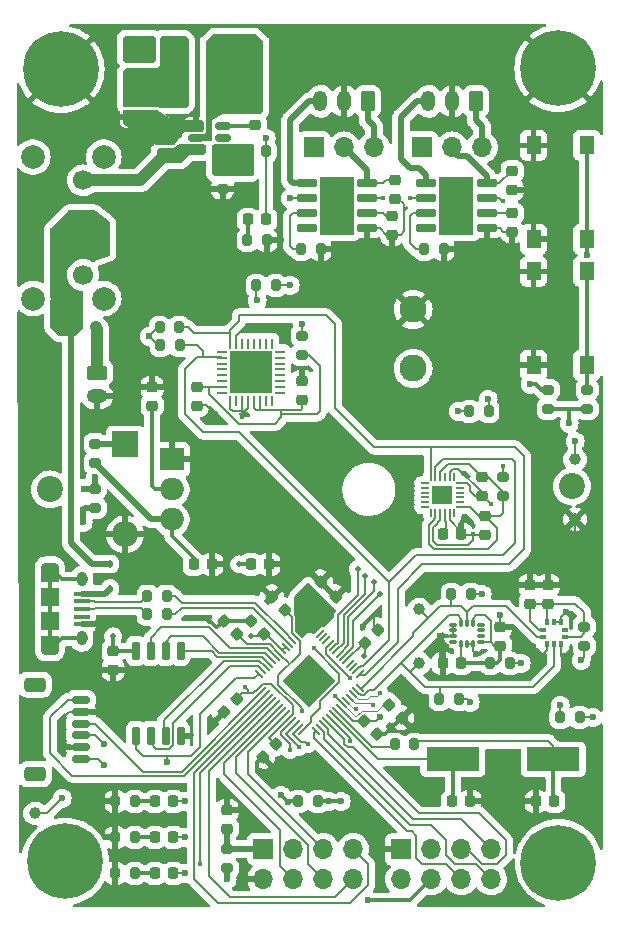
<source format=gbr>
%TF.GenerationSoftware,KiCad,Pcbnew,7.0.2-0*%
%TF.CreationDate,2023-07-08T17:29:12+12:00*%
%TF.ProjectId,RpiFly v3,52706946-6c79-4207-9633-2e6b69636164,rev?*%
%TF.SameCoordinates,PX753dac0PY7a91ee0*%
%TF.FileFunction,Copper,L1,Top*%
%TF.FilePolarity,Positive*%
%FSLAX46Y46*%
G04 Gerber Fmt 4.6, Leading zero omitted, Abs format (unit mm)*
G04 Created by KiCad (PCBNEW 7.0.2-0) date 2023-07-08 17:29:12*
%MOMM*%
%LPD*%
G01*
G04 APERTURE LIST*
G04 Aperture macros list*
%AMRoundRect*
0 Rectangle with rounded corners*
0 $1 Rounding radius*
0 $2 $3 $4 $5 $6 $7 $8 $9 X,Y pos of 4 corners*
0 Add a 4 corners polygon primitive as box body*
4,1,4,$2,$3,$4,$5,$6,$7,$8,$9,$2,$3,0*
0 Add four circle primitives for the rounded corners*
1,1,$1+$1,$2,$3*
1,1,$1+$1,$4,$5*
1,1,$1+$1,$6,$7*
1,1,$1+$1,$8,$9*
0 Add four rect primitives between the rounded corners*
20,1,$1+$1,$2,$3,$4,$5,0*
20,1,$1+$1,$4,$5,$6,$7,0*
20,1,$1+$1,$6,$7,$8,$9,0*
20,1,$1+$1,$8,$9,$2,$3,0*%
%AMRotRect*
0 Rectangle, with rotation*
0 The origin of the aperture is its center*
0 $1 length*
0 $2 width*
0 $3 Rotation angle, in degrees counterclockwise*
0 Add horizontal line*
21,1,$1,$2,0,0,$3*%
%AMFreePoly0*
4,1,14,0.266715,0.088284,0.363284,-0.008285,0.375000,-0.036569,0.375000,-0.060000,0.363284,-0.088284,0.335000,-0.100000,-0.335000,-0.100000,-0.363284,-0.088284,-0.375000,-0.060000,-0.375000,0.060000,-0.363284,0.088284,-0.335000,0.100000,0.238431,0.100000,0.266715,0.088284,0.266715,0.088284,$1*%
%AMFreePoly1*
4,1,14,0.363284,0.088284,0.375000,0.060000,0.375000,0.036569,0.363284,0.008285,0.266715,-0.088284,0.238431,-0.100000,-0.335000,-0.100000,-0.363284,-0.088284,-0.375000,-0.060000,-0.375000,0.060000,-0.363284,0.088284,-0.335000,0.100000,0.335000,0.100000,0.363284,0.088284,0.363284,0.088284,$1*%
%AMFreePoly2*
4,1,14,0.088284,0.363284,0.100000,0.335000,0.100000,-0.335000,0.088284,-0.363284,0.060000,-0.375000,-0.060000,-0.375000,-0.088284,-0.363284,-0.100000,-0.335000,-0.100000,0.238431,-0.088284,0.266715,0.008285,0.363284,0.036569,0.375000,0.060000,0.375000,0.088284,0.363284,0.088284,0.363284,$1*%
%AMFreePoly3*
4,1,14,-0.008285,0.363284,0.088284,0.266715,0.100000,0.238431,0.100000,-0.335000,0.088284,-0.363284,0.060000,-0.375000,-0.060000,-0.375000,-0.088284,-0.363284,-0.100000,-0.335000,-0.100000,0.335000,-0.088284,0.363284,-0.060000,0.375000,-0.036569,0.375000,-0.008285,0.363284,-0.008285,0.363284,$1*%
%AMFreePoly4*
4,1,14,0.363284,0.088284,0.375000,0.060000,0.375000,-0.060000,0.363284,-0.088284,0.335000,-0.100000,-0.238431,-0.100000,-0.266715,-0.088284,-0.363284,0.008285,-0.375000,0.036569,-0.375000,0.060000,-0.363284,0.088284,-0.335000,0.100000,0.335000,0.100000,0.363284,0.088284,0.363284,0.088284,$1*%
%AMFreePoly5*
4,1,14,0.363284,0.088284,0.375000,0.060000,0.375000,-0.060000,0.363284,-0.088284,0.335000,-0.100000,-0.335000,-0.100000,-0.363284,-0.088284,-0.375000,-0.060000,-0.375000,-0.036569,-0.363284,-0.008285,-0.266715,0.088284,-0.238431,0.100000,0.335000,0.100000,0.363284,0.088284,0.363284,0.088284,$1*%
%AMFreePoly6*
4,1,14,0.088284,0.363284,0.100000,0.335000,0.100000,-0.238431,0.088284,-0.266715,-0.008285,-0.363284,-0.036569,-0.375000,-0.060000,-0.375000,-0.088284,-0.363284,-0.100000,-0.335000,-0.100000,0.335000,-0.088284,0.363284,-0.060000,0.375000,0.060000,0.375000,0.088284,0.363284,0.088284,0.363284,$1*%
%AMFreePoly7*
4,1,14,0.088284,0.363284,0.100000,0.335000,0.100000,-0.335000,0.088284,-0.363284,0.060000,-0.375000,0.036569,-0.375000,0.008285,-0.363284,-0.088284,-0.266715,-0.100000,-0.238431,-0.100000,0.335000,-0.088284,0.363284,-0.060000,0.375000,0.060000,0.375000,0.088284,0.363284,0.088284,0.363284,$1*%
G04 Aperture macros list end*
%TA.AperFunction,SMDPad,CuDef*%
%ADD10RoundRect,0.150000X0.737500X0.150000X-0.737500X0.150000X-0.737500X-0.150000X0.737500X-0.150000X0*%
%TD*%
%TA.AperFunction,ComponentPad*%
%ADD11C,0.600000*%
%TD*%
%TA.AperFunction,SMDPad,CuDef*%
%ADD12R,2.950000X4.900000*%
%TD*%
%TA.AperFunction,ComponentPad*%
%ADD13C,2.200000*%
%TD*%
%TA.AperFunction,ComponentPad*%
%ADD14C,2.286000*%
%TD*%
%TA.AperFunction,SMDPad,CuDef*%
%ADD15RoundRect,0.200000X0.200000X0.275000X-0.200000X0.275000X-0.200000X-0.275000X0.200000X-0.275000X0*%
%TD*%
%TA.AperFunction,SMDPad,CuDef*%
%ADD16RoundRect,0.225000X-0.250000X0.225000X-0.250000X-0.225000X0.250000X-0.225000X0.250000X0.225000X0*%
%TD*%
%TA.AperFunction,SMDPad,CuDef*%
%ADD17C,1.000000*%
%TD*%
%TA.AperFunction,SMDPad,CuDef*%
%ADD18RoundRect,0.200000X-0.275000X0.200000X-0.275000X-0.200000X0.275000X-0.200000X0.275000X0.200000X0*%
%TD*%
%TA.AperFunction,SMDPad,CuDef*%
%ADD19RoundRect,0.062500X0.062500X-0.375000X0.062500X0.375000X-0.062500X0.375000X-0.062500X-0.375000X0*%
%TD*%
%TA.AperFunction,SMDPad,CuDef*%
%ADD20RoundRect,0.062500X0.375000X-0.062500X0.375000X0.062500X-0.375000X0.062500X-0.375000X-0.062500X0*%
%TD*%
%TA.AperFunction,SMDPad,CuDef*%
%ADD21R,3.600000X3.600000*%
%TD*%
%TA.AperFunction,SMDPad,CuDef*%
%ADD22RoundRect,0.200000X-0.200000X-0.275000X0.200000X-0.275000X0.200000X0.275000X-0.200000X0.275000X0*%
%TD*%
%TA.AperFunction,ComponentPad*%
%ADD23C,0.800000*%
%TD*%
%TA.AperFunction,ComponentPad*%
%ADD24C,6.400000*%
%TD*%
%TA.AperFunction,SMDPad,CuDef*%
%ADD25RoundRect,0.150000X-0.512500X-0.150000X0.512500X-0.150000X0.512500X0.150000X-0.512500X0.150000X0*%
%TD*%
%TA.AperFunction,SMDPad,CuDef*%
%ADD26RoundRect,0.225000X-0.335876X-0.017678X-0.017678X-0.335876X0.335876X0.017678X0.017678X0.335876X0*%
%TD*%
%TA.AperFunction,ComponentPad*%
%ADD27R,1.700000X1.700000*%
%TD*%
%TA.AperFunction,ComponentPad*%
%ADD28O,1.700000X1.700000*%
%TD*%
%TA.AperFunction,ComponentPad*%
%ADD29RoundRect,0.250000X0.350000X0.625000X-0.350000X0.625000X-0.350000X-0.625000X0.350000X-0.625000X0*%
%TD*%
%TA.AperFunction,ComponentPad*%
%ADD30O,1.200000X1.750000*%
%TD*%
%TA.AperFunction,SMDPad,CuDef*%
%ADD31RoundRect,0.225000X0.250000X-0.225000X0.250000X0.225000X-0.250000X0.225000X-0.250000X-0.225000X0*%
%TD*%
%TA.AperFunction,SMDPad,CuDef*%
%ADD32R,1.300000X1.550000*%
%TD*%
%TA.AperFunction,SMDPad,CuDef*%
%ADD33RoundRect,0.218750X-0.218750X-0.256250X0.218750X-0.256250X0.218750X0.256250X-0.218750X0.256250X0*%
%TD*%
%TA.AperFunction,ComponentPad*%
%ADD34O,1.750000X1.200000*%
%TD*%
%TA.AperFunction,ComponentPad*%
%ADD35RoundRect,0.250000X-0.625000X0.350000X-0.625000X-0.350000X0.625000X-0.350000X0.625000X0.350000X0*%
%TD*%
%TA.AperFunction,SMDPad,CuDef*%
%ADD36RoundRect,0.225000X-0.225000X-0.250000X0.225000X-0.250000X0.225000X0.250000X-0.225000X0.250000X0*%
%TD*%
%TA.AperFunction,SMDPad,CuDef*%
%ADD37RoundRect,0.225000X0.335876X0.017678X0.017678X0.335876X-0.335876X-0.017678X-0.017678X-0.335876X0*%
%TD*%
%TA.AperFunction,SMDPad,CuDef*%
%ADD38R,4.500000X2.000000*%
%TD*%
%TA.AperFunction,ComponentPad*%
%ADD39C,2.000000*%
%TD*%
%TA.AperFunction,ComponentPad*%
%ADD40C,1.700000*%
%TD*%
%TA.AperFunction,SMDPad,CuDef*%
%ADD41RoundRect,0.112500X-0.112500X0.187500X-0.112500X-0.187500X0.112500X-0.187500X0.112500X0.187500X0*%
%TD*%
%TA.AperFunction,SMDPad,CuDef*%
%ADD42RoundRect,0.225000X-0.017678X0.335876X-0.335876X0.017678X0.017678X-0.335876X0.335876X-0.017678X0*%
%TD*%
%TA.AperFunction,SMDPad,CuDef*%
%ADD43RoundRect,0.225000X0.225000X0.250000X-0.225000X0.250000X-0.225000X-0.250000X0.225000X-0.250000X0*%
%TD*%
%TA.AperFunction,SMDPad,CuDef*%
%ADD44RoundRect,0.100000X-0.175000X-0.100000X0.175000X-0.100000X0.175000X0.100000X-0.175000X0.100000X0*%
%TD*%
%TA.AperFunction,SMDPad,CuDef*%
%ADD45RoundRect,0.100000X-0.100000X-0.175000X0.100000X-0.175000X0.100000X0.175000X-0.100000X0.175000X0*%
%TD*%
%TA.AperFunction,SMDPad,CuDef*%
%ADD46R,1.350000X0.400000*%
%TD*%
%TA.AperFunction,ComponentPad*%
%ADD47O,1.550000X0.890000*%
%TD*%
%TA.AperFunction,SMDPad,CuDef*%
%ADD48R,1.550000X1.200000*%
%TD*%
%TA.AperFunction,ComponentPad*%
%ADD49O,0.950000X1.250000*%
%TD*%
%TA.AperFunction,SMDPad,CuDef*%
%ADD50R,1.550000X1.500000*%
%TD*%
%TA.AperFunction,SMDPad,CuDef*%
%ADD51RoundRect,0.150000X0.150000X-0.650000X0.150000X0.650000X-0.150000X0.650000X-0.150000X-0.650000X0*%
%TD*%
%TA.AperFunction,SMDPad,CuDef*%
%ADD52RoundRect,0.050000X-0.238649X-0.309359X0.309359X0.238649X0.238649X0.309359X-0.309359X-0.238649X0*%
%TD*%
%TA.AperFunction,SMDPad,CuDef*%
%ADD53RoundRect,0.050000X0.238649X-0.309359X0.309359X-0.238649X-0.238649X0.309359X-0.309359X0.238649X0*%
%TD*%
%TA.AperFunction,SMDPad,CuDef*%
%ADD54RotRect,3.200000X3.200000X45.000000*%
%TD*%
%TA.AperFunction,ComponentPad*%
%ADD55R,2.000000X1.905000*%
%TD*%
%TA.AperFunction,ComponentPad*%
%ADD56O,2.000000X1.905000*%
%TD*%
%TA.AperFunction,SMDPad,CuDef*%
%ADD57RoundRect,0.225000X0.017678X-0.335876X0.335876X-0.017678X-0.017678X0.335876X-0.335876X0.017678X0*%
%TD*%
%TA.AperFunction,SMDPad,CuDef*%
%ADD58RoundRect,0.200000X0.275000X-0.200000X0.275000X0.200000X-0.275000X0.200000X-0.275000X-0.200000X0*%
%TD*%
%TA.AperFunction,SMDPad,CuDef*%
%ADD59FreePoly0,0.000000*%
%TD*%
%TA.AperFunction,SMDPad,CuDef*%
%ADD60RoundRect,0.050000X-0.325000X-0.050000X0.325000X-0.050000X0.325000X0.050000X-0.325000X0.050000X0*%
%TD*%
%TA.AperFunction,SMDPad,CuDef*%
%ADD61FreePoly1,0.000000*%
%TD*%
%TA.AperFunction,SMDPad,CuDef*%
%ADD62FreePoly2,0.000000*%
%TD*%
%TA.AperFunction,SMDPad,CuDef*%
%ADD63RoundRect,0.050000X-0.050000X-0.325000X0.050000X-0.325000X0.050000X0.325000X-0.050000X0.325000X0*%
%TD*%
%TA.AperFunction,SMDPad,CuDef*%
%ADD64FreePoly3,0.000000*%
%TD*%
%TA.AperFunction,SMDPad,CuDef*%
%ADD65FreePoly4,0.000000*%
%TD*%
%TA.AperFunction,SMDPad,CuDef*%
%ADD66FreePoly5,0.000000*%
%TD*%
%TA.AperFunction,SMDPad,CuDef*%
%ADD67FreePoly6,0.000000*%
%TD*%
%TA.AperFunction,SMDPad,CuDef*%
%ADD68FreePoly7,0.000000*%
%TD*%
%TA.AperFunction,SMDPad,CuDef*%
%ADD69R,1.750000X1.600000*%
%TD*%
%TA.AperFunction,SMDPad,CuDef*%
%ADD70RoundRect,0.150000X-0.625000X0.150000X-0.625000X-0.150000X0.625000X-0.150000X0.625000X0.150000X0*%
%TD*%
%TA.AperFunction,SMDPad,CuDef*%
%ADD71RoundRect,0.250000X-0.650000X0.350000X-0.650000X-0.350000X0.650000X-0.350000X0.650000X0.350000X0*%
%TD*%
%TA.AperFunction,SMDPad,CuDef*%
%ADD72RoundRect,0.112500X-0.187500X-0.112500X0.187500X-0.112500X0.187500X0.112500X-0.187500X0.112500X0*%
%TD*%
%TA.AperFunction,SMDPad,CuDef*%
%ADD73RoundRect,0.087500X-0.225000X-0.087500X0.225000X-0.087500X0.225000X0.087500X-0.225000X0.087500X0*%
%TD*%
%TA.AperFunction,SMDPad,CuDef*%
%ADD74RoundRect,0.087500X-0.087500X-0.225000X0.087500X-0.225000X0.087500X0.225000X-0.087500X0.225000X0*%
%TD*%
%TA.AperFunction,ComponentPad*%
%ADD75R,2.200000X2.200000*%
%TD*%
%TA.AperFunction,ComponentPad*%
%ADD76O,2.200000X2.200000*%
%TD*%
%TA.AperFunction,SMDPad,CuDef*%
%ADD77R,1.600000X5.700000*%
%TD*%
%TA.AperFunction,ViaPad*%
%ADD78C,0.600000*%
%TD*%
%TA.AperFunction,ViaPad*%
%ADD79C,0.450000*%
%TD*%
%TA.AperFunction,ViaPad*%
%ADD80C,0.500000*%
%TD*%
%TA.AperFunction,ViaPad*%
%ADD81C,0.800000*%
%TD*%
%TA.AperFunction,Conductor*%
%ADD82C,0.150000*%
%TD*%
%TA.AperFunction,Conductor*%
%ADD83C,0.120000*%
%TD*%
%TA.AperFunction,Conductor*%
%ADD84C,0.300000*%
%TD*%
%TA.AperFunction,Conductor*%
%ADD85C,0.200000*%
%TD*%
%TA.AperFunction,Conductor*%
%ADD86C,0.500000*%
%TD*%
%TA.AperFunction,Conductor*%
%ADD87C,1.000000*%
%TD*%
G04 APERTURE END LIST*
D10*
%TO.P,U5,1,GND*%
%TO.N,GND*%
X29628500Y57658000D03*
%TO.P,U5,2,dVdt*%
%TO.N,Net-(U5-dVdt)*%
X29628500Y58928000D03*
%TO.P,U5,3,EN/UVLO*%
%TO.N,GPIO_24 (PSWITCH 2)*%
X29628500Y60198000D03*
%TO.P,U5,4,P_In*%
%TO.N,P_SWITCH_2_IN*%
X29628500Y61468000D03*
%TO.P,U5,5,P_Out*%
%TO.N,P_SWITCH_2_OUT*%
X24503500Y61468000D03*
%TO.P,U5,6,~{FLT}*%
%TO.N,GPIO_25 (PSENSE 2)*%
X24503500Y60198000D03*
%TO.P,U5,7,ILM*%
%TO.N,Net-(U5-ILM)*%
X24503500Y58928000D03*
%TO.P,U5,8,OVLSEL*%
%TO.N,unconnected-(U5-OVLSEL-Pad8)*%
X24503500Y57658000D03*
D11*
%TO.P,U5,9*%
%TO.N,N/C*%
X27716000Y58263000D03*
X27716000Y59563000D03*
X27716000Y60863000D03*
D12*
X27066000Y59563000D03*
D11*
X26416000Y58263000D03*
X26416000Y59563000D03*
X26416000Y60863000D03*
%TD*%
%TO.P,U6,9*%
%TO.N,N/C*%
X36546000Y60863000D03*
X37846000Y60863000D03*
X36546000Y59563000D03*
X37846000Y59563000D03*
X36546000Y58263000D03*
D10*
%TO.P,U6,1,GND*%
%TO.N,GND*%
X39758500Y57658000D03*
%TO.P,U6,2,dVdt*%
%TO.N,Net-(U6-dVdt)*%
X39758500Y58928000D03*
%TO.P,U6,3,EN/UVLO*%
%TO.N,GPIO_22 (PSWITCH 1)*%
X39758500Y60198000D03*
%TO.P,U6,4,P_In*%
%TO.N,P_SWITCH_1_IN*%
X39758500Y61468000D03*
%TO.P,U6,5,P_Out*%
%TO.N,P_SWITCH_1_OUT*%
X34633500Y61468000D03*
%TO.P,U6,6,~{FLT}*%
%TO.N,GPIO_23 (PSENSE 1)*%
X34633500Y60198000D03*
%TO.P,U6,7,ILM*%
%TO.N,Net-(U6-ILM)*%
X34633500Y58928000D03*
%TO.P,U6,8,OVLSEL*%
%TO.N,unconnected-(U6-OVLSEL-Pad8)*%
X34633500Y57658000D03*
D11*
%TO.P,U6,9*%
%TO.N,N/C*%
X37846000Y58263000D03*
D12*
X37196000Y59563000D03*
%TD*%
D13*
%TO.P,H6,1*%
%TO.N,N/C*%
X2794000Y35560000D03*
%TD*%
%TO.P,H5,1*%
%TO.N,N/C*%
X46990000Y35814000D03*
%TD*%
D14*
%TO.P,BZ1,2,+*%
%TO.N,GND*%
X33528000Y50800000D03*
%TO.P,BZ1,1,-*%
%TO.N,GPIO_11 (BUZZER)*%
X33528000Y45800000D03*
%TD*%
D15*
%TO.P,R6,1*%
%TO.N,+3V3*%
X37401000Y17780000D03*
%TO.P,R6,2*%
%TO.N,GPIO_16 (SDA)*%
X35751000Y17780000D03*
%TD*%
D16*
%TO.P,C26,1*%
%TO.N,Net-(U7-\u002ACS)*%
X15240000Y44209000D03*
%TO.P,C26,2*%
%TO.N,GND*%
X15240000Y42659000D03*
%TD*%
D17*
%TO.P,TP3,1,1*%
%TO.N,GND*%
X47244000Y33020000D03*
%TD*%
D18*
%TO.P,R19,1*%
%TO.N,VSS*%
X6604000Y39433000D03*
%TO.P,R19,2*%
%TO.N,Net-(U4-VI)*%
X6604000Y37783000D03*
%TD*%
D19*
%TO.P,U7,1,GND*%
%TO.N,GND*%
X18062000Y43028500D03*
%TO.P,U7,2,RESERVED*%
%TO.N,unconnected-(U7-RESERVED-Pad2)*%
X18562000Y43028500D03*
%TO.P,U7,3,GND*%
%TO.N,GND*%
X19062000Y43028500D03*
%TO.P,U7,4,GND*%
X19562000Y43028500D03*
%TO.P,U7,5,VS*%
%TO.N,Net-(U7-\u002ACS)*%
X20062000Y43028500D03*
%TO.P,U7,6,\u002ACS*%
X20562000Y43028500D03*
%TO.P,U7,7,RESERVED*%
%TO.N,unconnected-(U7-RESERVED-Pad7)*%
X21062000Y43028500D03*
%TO.P,U7,8,NC*%
%TO.N,unconnected-(U7-NC-Pad8)*%
X21562000Y43028500D03*
D20*
%TO.P,U7,9,NC*%
%TO.N,unconnected-(U7-NC-Pad9)*%
X22249500Y43716000D03*
%TO.P,U7,10,NC*%
%TO.N,unconnected-(U7-NC-Pad10)*%
X22249500Y44216000D03*
%TO.P,U7,11,NC*%
%TO.N,unconnected-(U7-NC-Pad11)*%
X22249500Y44716000D03*
%TO.P,U7,12,NC*%
%TO.N,unconnected-(U7-NC-Pad12)*%
X22249500Y45216000D03*
%TO.P,U7,13,NC*%
%TO.N,unconnected-(U7-NC-Pad13)*%
X22249500Y45716000D03*
%TO.P,U7,14,NC*%
%TO.N,unconnected-(U7-NC-Pad14)*%
X22249500Y46216000D03*
%TO.P,U7,15,NC*%
%TO.N,unconnected-(U7-NC-Pad15)*%
X22249500Y46716000D03*
%TO.P,U7,16,NC*%
%TO.N,unconnected-(U7-NC-Pad16)*%
X22249500Y47216000D03*
D19*
%TO.P,U7,17,NC*%
%TO.N,unconnected-(U7-NC-Pad17)*%
X21562000Y47903500D03*
%TO.P,U7,18,NC*%
%TO.N,unconnected-(U7-NC-Pad18)*%
X21062000Y47903500D03*
%TO.P,U7,19,NC*%
%TO.N,unconnected-(U7-NC-Pad19)*%
X20562000Y47903500D03*
%TO.P,U7,20,INT1*%
%TO.N,unconnected-(U7-INT1-Pad20)*%
X20062000Y47903500D03*
%TO.P,U7,21,INT2*%
%TO.N,unconnected-(U7-INT2-Pad21)*%
X19562000Y47903500D03*
%TO.P,U7,22,RESERVED*%
%TO.N,unconnected-(U7-RESERVED-Pad22)*%
X19062000Y47903500D03*
%TO.P,U7,23,SDO/ALT_ADDRESS*%
%TO.N,GND*%
X18562000Y47903500D03*
%TO.P,U7,24,SDA/SDI/SDIO*%
%TO.N,GPIO_18 (SDA)*%
X18062000Y47903500D03*
D20*
%TO.P,U7,25,NC*%
%TO.N,unconnected-(U7-NC-Pad25)*%
X17374500Y47216000D03*
%TO.P,U7,26,SCL/SCLK*%
%TO.N,GPIO_19 (SCL)*%
X17374500Y46716000D03*
%TO.P,U7,27,NC*%
%TO.N,unconnected-(U7-NC-Pad27)*%
X17374500Y46216000D03*
%TO.P,U7,28,NC*%
%TO.N,unconnected-(U7-NC-Pad28)*%
X17374500Y45716000D03*
%TO.P,U7,29,NC*%
%TO.N,unconnected-(U7-NC-Pad29)*%
X17374500Y45216000D03*
%TO.P,U7,30,NC*%
%TO.N,unconnected-(U7-NC-Pad30)*%
X17374500Y44716000D03*
%TO.P,U7,31,VDD_I/O*%
%TO.N,Net-(U7-\u002ACS)*%
X17374500Y44216000D03*
%TO.P,U7,32,NC*%
%TO.N,unconnected-(U7-NC-Pad32)*%
X17374500Y43716000D03*
D21*
%TO.P,U7,33,GND*%
%TO.N,GND*%
X19812000Y45466000D03*
%TD*%
D22*
%TO.P,R4,1*%
%TO.N,USB_D-*%
X11036800Y26517600D03*
%TO.P,R4,2*%
%TO.N,/USB__D-*%
X12686800Y26517600D03*
%TD*%
D23*
%TO.P,H2,1*%
%TO.N,GND*%
X43400944Y71200944D03*
X44103888Y72898000D03*
X44103888Y69503888D03*
X45800944Y73600944D03*
D24*
X45800944Y71200944D03*
D23*
X45800944Y68800944D03*
X47498000Y72898000D03*
X47498000Y69503888D03*
X48200944Y71200944D03*
%TD*%
D25*
%TO.P,U3,1,GND*%
%TO.N,GND*%
X15131700Y66294000D03*
%TO.P,U3,2,SW*%
%TO.N,Net-(U3-SW)*%
X15131700Y65344000D03*
%TO.P,U3,3,VIN*%
%TO.N,VSS*%
X15131700Y64394000D03*
%TO.P,U3,4,FB*%
%TO.N,Net-(U3-FB)*%
X17406700Y64394000D03*
%TO.P,U3,5,EN*%
%TO.N,unconnected-(U3-EN-Pad5)*%
X17406700Y65344000D03*
%TO.P,U3,6,BST*%
%TO.N,Net-(U3-BST)*%
X17406700Y66294000D03*
%TD*%
D26*
%TO.P,C3,2*%
%TO.N,GND*%
X30469208Y14844392D03*
%TO.P,C3,1*%
%TO.N,+3V3*%
X29373192Y15940408D03*
%TD*%
D27*
%TO.P,J4,1,Pin_1*%
%TO.N,+3V3*%
X25146000Y64516000D03*
D28*
%TO.P,J4,2,Pin_2*%
%TO.N,P_SWITCH_2_IN*%
X27686000Y64516000D03*
%TO.P,J4,3,Pin_3*%
%TO.N,/Connectors/P_SWITCH_2_V+*%
X30226000Y64516000D03*
%TD*%
D29*
%TO.P,J6,1,Pin_1*%
%TO.N,/Connectors/P_SWITCH_2_V+*%
X29686000Y68416000D03*
D30*
%TO.P,J6,2,Pin_2*%
%TO.N,GND*%
X27686000Y68416000D03*
%TO.P,J6,3,Pin_3*%
%TO.N,P_SWITCH_2_OUT*%
X25686000Y68416000D03*
%TD*%
D17*
%TO.P,TP2,1,1*%
%TO.N,GPIO_17 (SCL)*%
X34036000Y25400000D03*
%TD*%
D31*
%TO.P,C14,1*%
%TO.N,Net-(U3-BST)*%
X20167600Y66408000D03*
%TO.P,C14,2*%
%TO.N,Net-(U3-SW)*%
X20167600Y67958000D03*
%TD*%
D18*
%TO.P,R27,1*%
%TO.N,+3V3*%
X24130000Y48577000D03*
%TO.P,R27,2*%
%TO.N,Net-(U7-\u002ACS)*%
X24130000Y46927000D03*
%TD*%
D32*
%TO.P,S2,1*%
%TO.N,GND*%
X43724000Y46063000D03*
X43724000Y54013000D03*
%TO.P,S2,2*%
%TO.N,Net-(R5-Pad1)*%
X48224000Y46063000D03*
X48224000Y54013000D03*
%TD*%
D16*
%TO.P,C29,1*%
%TO.N,GND*%
X43434000Y27445000D03*
%TO.P,C29,2*%
%TO.N,Net-(U8-VDD)*%
X43434000Y25895000D03*
%TD*%
D29*
%TO.P,J5,1,Pin_1*%
%TO.N,/Connectors/P_SWITCH_1_V+*%
X38830000Y68416000D03*
D30*
%TO.P,J5,2,Pin_2*%
%TO.N,GND*%
X36830000Y68416000D03*
%TO.P,J5,3,Pin_3*%
%TO.N,P_SWITCH_1_OUT*%
X34830000Y68416000D03*
%TD*%
D33*
%TO.P,D2,1,K*%
%TO.N,Net-(D2-K)*%
X11658500Y9144000D03*
%TO.P,D2,2,A*%
%TO.N,GPIO_8 (LED)*%
X13233500Y9144000D03*
%TD*%
D34*
%TO.P,J2,2*%
%TO.N,GND*%
X6768000Y43450000D03*
D35*
%TO.P,J2,1*%
%TO.N,VS*%
X6768000Y45450000D03*
%TD*%
D36*
%TO.P,C30,1*%
%TO.N,GND*%
X36055000Y20828000D03*
%TO.P,C30,2*%
%TO.N,Net-(U9-CS)*%
X37605000Y20828000D03*
%TD*%
D22*
%TO.P,R22,1*%
%TO.N,+3V3*%
X20257000Y52832000D03*
%TO.P,R22,2*%
%TO.N,GPIO_25 (PSENSE 2)*%
X21907000Y52832000D03*
%TD*%
D36*
%TO.P,C18,1*%
%TO.N,+3V3*%
X19799000Y29210000D03*
%TO.P,C18,2*%
%TO.N,GND*%
X21349000Y29210000D03*
%TD*%
D15*
%TO.P,R10,1*%
%TO.N,Net-(D3-K)*%
X9969000Y6096000D03*
%TO.P,R10,2*%
%TO.N,GND*%
X8319000Y6096000D03*
%TD*%
D37*
%TO.P,C6,1*%
%TO.N,+3V3*%
X20868008Y23327992D03*
%TO.P,C6,2*%
%TO.N,GND*%
X19771992Y24424008D03*
%TD*%
D27*
%TO.P,J3,1,Pin_1*%
%TO.N,+3V3*%
X34290000Y64516000D03*
D28*
%TO.P,J3,2,Pin_2*%
%TO.N,P_SWITCH_1_IN*%
X36830000Y64516000D03*
%TO.P,J3,3,Pin_3*%
%TO.N,/Connectors/P_SWITCH_1_V+*%
X39370000Y64516000D03*
%TD*%
D22*
%TO.P,R17,1*%
%TO.N,Net-(D1-K)*%
X19495000Y56642000D03*
%TO.P,R17,2*%
%TO.N,GND*%
X21145000Y56642000D03*
%TD*%
D38*
%TO.P,Y1,1*%
%TO.N,Net-(C12-Pad1)*%
X45398000Y12700000D03*
%TO.P,Y1,2*%
%TO.N,/XIN*%
X36898000Y12700000D03*
%TD*%
D39*
%TO.P,S1,*%
%TO.N,*%
X7338000Y63722000D03*
X1338000Y63722000D03*
X7338000Y51722000D03*
X1338000Y51722000D03*
D40*
%TO.P,S1,1*%
%TO.N,VSS*%
X5588000Y61722000D03*
%TO.P,S1,2*%
%TO.N,Net-(D5-K)*%
X5588000Y57722000D03*
%TO.P,S1,3*%
%TO.N,unconnected-(S1-Pad3)*%
X5588000Y53722000D03*
%TD*%
D41*
%TO.P,D5,1,K*%
%TO.N,Net-(D5-K)*%
X7874000Y29244000D03*
%TO.P,D5,2,A*%
%TO.N,Net-(D5-A)*%
X7874000Y27144000D03*
%TD*%
D16*
%TO.P,C16,1*%
%TO.N,Net-(D1-A)*%
X11201400Y68618400D03*
%TO.P,C16,2*%
%TO.N,GND*%
X11201400Y67068400D03*
%TD*%
%TO.P,C28,1*%
%TO.N,GND*%
X24130000Y44717000D03*
%TO.P,C28,2*%
%TO.N,Net-(U7-\u002ACS)*%
X24130000Y43167000D03*
%TD*%
D42*
%TO.P,C5,1*%
%TO.N,+3V3*%
X18582008Y17820008D03*
%TO.P,C5,2*%
%TO.N,GND*%
X17485992Y16723992D03*
%TD*%
D15*
%TO.P,R23,1*%
%TO.N,GND*%
X36131000Y55880000D03*
%TO.P,R23,2*%
%TO.N,Net-(U6-ILM)*%
X34481000Y55880000D03*
%TD*%
D36*
%TO.P,C33,1*%
%TO.N,Net-(U10-REGOUT)*%
X36055000Y31750000D03*
%TO.P,C33,2*%
%TO.N,GND*%
X37605000Y31750000D03*
%TD*%
D43*
%TO.P,C11,1*%
%TO.N,GND*%
X38367000Y9144000D03*
%TO.P,C11,2*%
%TO.N,/XIN*%
X36817000Y9144000D03*
%TD*%
D37*
%TO.P,C9,1*%
%TO.N,+1V1*%
X18582008Y23327992D03*
%TO.P,C9,2*%
%TO.N,GND*%
X17485992Y24424008D03*
%TD*%
D15*
%TO.P,R21,1*%
%TO.N,GND*%
X25717000Y55880000D03*
%TO.P,R21,2*%
%TO.N,Net-(U5-ILM)*%
X24067000Y55880000D03*
%TD*%
D44*
%TO.P,U8,1,VDDio*%
%TO.N,Net-(U8-VDD)*%
X44541000Y23668000D03*
%TO.P,U8,2,SCL/SCLK*%
%TO.N,GPIO_17 (SCL)*%
X44541000Y23068000D03*
D45*
%TO.P,U8,3,GND*%
%TO.N,GND*%
X44866000Y22443000D03*
%TO.P,U8,4,SDA/MOSI*%
%TO.N,GPIO_16 (SDA)*%
X45466000Y22443000D03*
%TO.P,U8,5,SA0/MISO*%
%TO.N,GND*%
X46066000Y22443000D03*
D44*
%TO.P,U8,6,~{CS}*%
%TO.N,Net-(U8-VDD)*%
X46391000Y23068000D03*
%TO.P,U8,7,INT_DRDY*%
%TO.N,unconnected-(U8-INT_DRDY-Pad7)*%
X46391000Y23668000D03*
D45*
%TO.P,U8,8,GND*%
%TO.N,GND*%
X46066000Y24293000D03*
%TO.P,U8,9,GND*%
X45466000Y24293000D03*
%TO.P,U8,10,VDD*%
%TO.N,Net-(U8-VDD)*%
X44866000Y24293000D03*
%TD*%
D15*
%TO.P,R13,1*%
%TO.N,+3V3*%
X47624000Y16256000D03*
%TO.P,R13,2*%
%TO.N,/RUN*%
X45974000Y16256000D03*
%TD*%
%TO.P,R12,1*%
%TO.N,GPIO_19 (SCL)*%
X13779000Y47752000D03*
%TO.P,R12,2*%
%TO.N,+3V3*%
X12129000Y47752000D03*
%TD*%
D46*
%TO.P,J1,1*%
%TO.N,Net-(D5-A)*%
X5464000Y26740000D03*
%TO.P,J1,2*%
%TO.N,USB_D-*%
X5464000Y26090000D03*
%TO.P,J1,3*%
%TO.N,USB_D+*%
X5464000Y25440000D03*
%TO.P,J1,4*%
%TO.N,unconnected-(J1-Pad4)*%
X5464000Y24790000D03*
%TO.P,J1,5*%
%TO.N,GND*%
X5464000Y24140000D03*
D47*
%TO.P,J1,6*%
%TO.N,unconnected-(J1-Pad6)*%
X2764000Y28940000D03*
D48*
X2764000Y28340000D03*
D49*
X5464000Y27940000D03*
D50*
X2764000Y26440000D03*
X2764000Y24440000D03*
D49*
X5464000Y22940000D03*
D48*
X2764000Y22540000D03*
D47*
X2764000Y21940000D03*
%TD*%
D15*
%TO.P,R15,1*%
%TO.N,Net-(D1-A)*%
X21094200Y64185800D03*
%TO.P,R15,2*%
%TO.N,Net-(U3-FB)*%
X19444200Y64185800D03*
%TD*%
D36*
%TO.P,C19,1*%
%TO.N,Net-(U4-VI)*%
X14960000Y29210000D03*
%TO.P,C19,2*%
%TO.N,GND*%
X16510000Y29210000D03*
%TD*%
D26*
%TO.P,C2,1*%
%TO.N,+1V1*%
X31455992Y17312008D03*
%TO.P,C2,2*%
%TO.N,GND*%
X32552008Y16215992D03*
%TD*%
D51*
%TO.P,U2,1,~{CS}*%
%TO.N,/QSPI_SS*%
X10033000Y14688000D03*
%TO.P,U2,2,DO*%
%TO.N,/QSPI_SD1*%
X11303000Y14688000D03*
%TO.P,U2,3,~{WP}*%
%TO.N,/QSPI_SD2*%
X12573000Y14688000D03*
%TO.P,U2,4,GND*%
%TO.N,GND*%
X13843000Y14688000D03*
%TO.P,U2,5,DI*%
%TO.N,/QSPI_SD0*%
X13843000Y21888000D03*
%TO.P,U2,6,CLK*%
%TO.N,/QSPI_SCLK*%
X12573000Y21888000D03*
%TO.P,U2,7,~{RST}*%
%TO.N,/QSPI_SD3*%
X11303000Y21888000D03*
%TO.P,U2,8,VCC*%
%TO.N,+3V3*%
X10033000Y21888000D03*
%TD*%
D52*
%TO.P,U1,1,IOVDD*%
%TO.N,+3V3*%
X20477513Y18770969D03*
%TO.P,U1,2,GPIO0*%
%TO.N,GPIO_0 (UART_TX)*%
X20760356Y18488126D03*
%TO.P,U1,3,GPIO1*%
%TO.N,GPIO_1 (UART_RX)*%
X21043198Y18205284D03*
%TO.P,U1,4,GPIO2*%
%TO.N,GPIO_2 (IRQ)*%
X21326041Y17922441D03*
%TO.P,U1,5,GPIO3*%
%TO.N,GPIO_3 (CSN)*%
X21608884Y17639598D03*
%TO.P,U1,6,GPIO4*%
%TO.N,GPIO_4 (MISO)*%
X21891726Y17356756D03*
%TO.P,U1,7,GPIO5*%
%TO.N,GPIO_5 (CE)*%
X22174569Y17073913D03*
%TO.P,U1,8,GPIO6*%
%TO.N,GPIO_6 (SCK)*%
X22457412Y16791070D03*
%TO.P,U1,9,GPIO7*%
%TO.N,GPIO_7 (MOSI)*%
X22740255Y16508227D03*
%TO.P,U1,10,IOVDD*%
%TO.N,+3V3*%
X23023097Y16225385D03*
%TO.P,U1,11,GPIO8*%
%TO.N,GPIO_8 (LED)*%
X23305940Y15942542D03*
%TO.P,U1,12,GPIO9*%
%TO.N,GPIO_9 (LED)*%
X23588783Y15659699D03*
%TO.P,U1,13,GPIO10*%
%TO.N,GPIO_10 (LED)*%
X23871625Y15376857D03*
%TO.P,U1,14,GPIO11*%
%TO.N,GPIO_11 (BUZZER)*%
X24154468Y15094014D03*
D53*
%TO.P,U1,15,GPIO12*%
%TO.N,GPIO_12 (OUT 1)*%
X25338872Y15094014D03*
%TO.P,U1,16,GPIO13*%
%TO.N,GPIO_13 (OUT 2)*%
X25621715Y15376857D03*
%TO.P,U1,17,GPIO14*%
%TO.N,GPIO_14 (OUT 3)*%
X25904557Y15659699D03*
%TO.P,U1,18,GPIO15*%
%TO.N,GPIO_15 (OUT 4)*%
X26187400Y15942542D03*
%TO.P,U1,19,TESTEN*%
%TO.N,GND*%
X26470243Y16225385D03*
%TO.P,U1,20,XIN*%
%TO.N,/XIN*%
X26753085Y16508227D03*
%TO.P,U1,21,XOUT*%
%TO.N,/XOUT*%
X27035928Y16791070D03*
%TO.P,U1,22,IOVDD*%
%TO.N,+3V3*%
X27318771Y17073913D03*
%TO.P,U1,23,DVDD*%
%TO.N,+1V1*%
X27601614Y17356756D03*
%TO.P,U1,24,SWCLK*%
%TO.N,SWCLK*%
X27884456Y17639598D03*
%TO.P,U1,25,SWD*%
%TO.N,SWD*%
X28167299Y17922441D03*
%TO.P,U1,26,RUN*%
%TO.N,/RUN*%
X28450142Y18205284D03*
%TO.P,U1,27,GPIO16*%
%TO.N,GPIO_16 (SDA)*%
X28732984Y18488126D03*
%TO.P,U1,28,GPIO17*%
%TO.N,GPIO_17 (SCL)*%
X29015827Y18770969D03*
D52*
%TO.P,U1,29,GPIO18*%
%TO.N,GPIO_18 (SDA)*%
X29015827Y19955373D03*
%TO.P,U1,30,GPIO19*%
%TO.N,GPIO_19 (SCL)*%
X28732984Y20238216D03*
%TO.P,U1,31,GPIO20*%
%TO.N,GPIO_20*%
X28450142Y20521058D03*
%TO.P,U1,32,GPIO21*%
%TO.N,GPIO_21*%
X28167299Y20803901D03*
%TO.P,U1,33,IOVDD*%
%TO.N,+3V3*%
X27884456Y21086744D03*
%TO.P,U1,34,GPIO22*%
%TO.N,GPIO_22 (PSWITCH 1)*%
X27601614Y21369586D03*
%TO.P,U1,35,GPIO23*%
%TO.N,GPIO_23 (PSENSE 1)*%
X27318771Y21652429D03*
%TO.P,U1,36,GPIO24*%
%TO.N,GPIO_24 (PSWITCH 2)*%
X27035928Y21935272D03*
%TO.P,U1,37,GPIO25*%
%TO.N,GPIO_25 (PSENSE 2)*%
X26753085Y22218115D03*
%TO.P,U1,38,GPIO26_ADC0*%
%TO.N,GPIO_ADC0 (OUT 5)*%
X26470243Y22500957D03*
%TO.P,U1,39,GPIO27_ADC1*%
%TO.N,GPIO_ADC1*%
X26187400Y22783800D03*
%TO.P,U1,40,GPIO28_ADC2*%
%TO.N,GPIO_ADC2*%
X25904557Y23066643D03*
%TO.P,U1,41,GPIO29_ADC3*%
%TO.N,GPIO_ADC3*%
X25621715Y23349485D03*
%TO.P,U1,42,IOVDD*%
%TO.N,+3V3*%
X25338872Y23632328D03*
D53*
%TO.P,U1,43,ADC_AVDD*%
X24154468Y23632328D03*
%TO.P,U1,44,VREG_IN*%
X23871625Y23349485D03*
%TO.P,U1,45,VREG_VOUT*%
%TO.N,+1V1*%
X23588783Y23066643D03*
%TO.P,U1,46,USB_D-*%
%TO.N,/USB__D-*%
X23305940Y22783800D03*
%TO.P,U1,47,USB_D+*%
%TO.N,/USB__D+*%
X23023097Y22500957D03*
%TO.P,U1,48,USB_VDD*%
%TO.N,+3V3*%
X22740255Y22218115D03*
%TO.P,U1,49,IOVDD*%
X22457412Y21935272D03*
%TO.P,U1,50,DVDD*%
%TO.N,+1V1*%
X22174569Y21652429D03*
%TO.P,U1,51,QSPI_SD3*%
%TO.N,/QSPI_SD3*%
X21891726Y21369586D03*
%TO.P,U1,52,QSPI_SCLK*%
%TO.N,/QSPI_SCLK*%
X21608884Y21086744D03*
%TO.P,U1,53,QSPI_SD0*%
%TO.N,/QSPI_SD0*%
X21326041Y20803901D03*
%TO.P,U1,54,QSPI_SD2*%
%TO.N,/QSPI_SD2*%
X21043198Y20521058D03*
%TO.P,U1,55,QSPI_SD1*%
%TO.N,/QSPI_SD1*%
X20760356Y20238216D03*
%TO.P,U1,56,QSPI_SS*%
%TO.N,/QSPI_SS*%
X20477513Y19955373D03*
D54*
%TO.P,U1,57,GND*%
%TO.N,GND*%
X24746670Y19363171D03*
%TD*%
D15*
%TO.P,R18,1*%
%TO.N,+3V3*%
X25463000Y9144000D03*
%TO.P,R18,2*%
%TO.N,+3.3VA*%
X23813000Y9144000D03*
%TD*%
D55*
%TO.P,U4,1,GND*%
%TO.N,GND*%
X13122000Y38100000D03*
D56*
%TO.P,U4,2,VO*%
%TO.N,Net-(U4-VO)*%
X13122000Y35560000D03*
%TO.P,U4,3,VI*%
%TO.N,Net-(U4-VI)*%
X13122000Y33020000D03*
%TD*%
D57*
%TO.P,C10,1*%
%TO.N,+3V3*%
X24597992Y26629992D03*
%TO.P,C10,2*%
%TO.N,GND*%
X25694008Y27726008D03*
%TD*%
D15*
%TO.P,R1,1*%
%TO.N,Net-(C12-Pad1)*%
X33641800Y13970000D03*
%TO.P,R1,2*%
%TO.N,/XOUT*%
X31991800Y13970000D03*
%TD*%
%TO.P,R11,1*%
%TO.N,Net-(D4-K)*%
X9969000Y3048000D03*
%TO.P,R11,2*%
%TO.N,GND*%
X8319000Y3048000D03*
%TD*%
D16*
%TO.P,C17,1*%
%TO.N,Net-(D1-A)*%
X9652000Y68618400D03*
%TO.P,C17,2*%
%TO.N,GND*%
X9652000Y67068400D03*
%TD*%
D58*
%TO.P,R14,1*%
%TO.N,Net-(D1-A)*%
X10439400Y70625200D03*
%TO.P,R14,2*%
%TO.N,+3V3*%
X10439400Y72275200D03*
%TD*%
D15*
%TO.P,R9,1*%
%TO.N,Net-(D2-K)*%
X9969000Y9144000D03*
%TO.P,R9,2*%
%TO.N,GND*%
X8319000Y9144000D03*
%TD*%
D31*
%TO.P,C21,1*%
%TO.N,GND*%
X31750000Y57137000D03*
%TO.P,C21,2*%
%TO.N,Net-(U5-dVdt)*%
X31750000Y58687000D03*
%TD*%
D23*
%TO.P,H4,1*%
%TO.N,N/C*%
X43434000Y3950000D03*
X44136944Y5647056D03*
X44136944Y2252944D03*
X45834000Y6350000D03*
D24*
X45834000Y3950000D03*
D23*
X45834000Y1550000D03*
X47531056Y5647056D03*
X47531056Y2252944D03*
X48234000Y3950000D03*
%TD*%
D59*
%TO.P,U10,1*%
%TO.N,N/C*%
X34514000Y36076000D03*
D60*
%TO.P,U10,2*%
X34514000Y35676000D03*
%TO.P,U10,3*%
X34514000Y35276000D03*
%TO.P,U10,4*%
X34514000Y34876000D03*
%TO.P,U10,5*%
X34514000Y34476000D03*
D61*
%TO.P,U10,6*%
X34514000Y34076000D03*
D62*
%TO.P,U10,7,AUX_CL*%
%TO.N,unconnected-(U10-AUX_CL-Pad7)*%
X35014000Y33576000D03*
D63*
%TO.P,U10,8,VDDIO*%
%TO.N,Net-(U10-VDD)*%
X35414000Y33576000D03*
%TO.P,U10,9,SDO/AD0*%
%TO.N,GND*%
X35814000Y33576000D03*
%TO.P,U10,10,REGOUT*%
%TO.N,Net-(U10-REGOUT)*%
X36214000Y33576000D03*
%TO.P,U10,11,FSYNC*%
%TO.N,GND*%
X36614000Y33576000D03*
D64*
%TO.P,U10,12,INT1*%
%TO.N,unconnected-(U10-INT1-Pad12)*%
X37014000Y33576000D03*
D65*
%TO.P,U10,13,VDD*%
%TO.N,Net-(U10-VDD)*%
X37514000Y34076000D03*
D60*
%TO.P,U10,14*%
%TO.N,N/C*%
X37514000Y34476000D03*
%TO.P,U10,15*%
X37514000Y34876000D03*
%TO.P,U10,16*%
X37514000Y35276000D03*
%TO.P,U10,17*%
X37514000Y35676000D03*
D66*
%TO.P,U10,18,GND*%
%TO.N,GND*%
X37514000Y36076000D03*
D67*
%TO.P,U10,19,INT2*%
%TO.N,unconnected-(U10-INT2-Pad19)*%
X37014000Y36576000D03*
D63*
%TO.P,U10,20,RESV*%
%TO.N,GND*%
X36614000Y36576000D03*
%TO.P,U10,21,AUXDA*%
%TO.N,unconnected-(U10-AUXDA-Pad21)*%
X36214000Y36576000D03*
%TO.P,U10,22,nCS*%
%TO.N,Net-(U10-VDD)*%
X35814000Y36576000D03*
%TO.P,U10,23,SCL/SCLK*%
%TO.N,GPIO_19 (SCL)*%
X35414000Y36576000D03*
D68*
%TO.P,U10,24,SDA/SDI*%
%TO.N,GPIO_18 (SDA)*%
X35014000Y36576000D03*
D69*
%TO.P,U10,25*%
%TO.N,N/C*%
X36014000Y35076000D03*
%TD*%
D70*
%TO.P,J9,1,Pin_1*%
%TO.N,GPIO_1 (UART_RX)*%
X5399000Y17740000D03*
%TO.P,J9,2,Pin_2*%
%TO.N,GND*%
X5399000Y16740000D03*
%TO.P,J9,3,Pin_3*%
%TO.N,GPIO_0 (UART_TX)*%
X5399000Y15740000D03*
%TO.P,J9,4,Pin_4*%
%TO.N,SWCLK*%
X5399000Y14740000D03*
%TO.P,J9,5,Pin_5*%
%TO.N,GND*%
X5399000Y13740000D03*
%TO.P,J9,6,Pin_6*%
%TO.N,SWD*%
X5399000Y12740000D03*
D71*
%TO.P,J9,MP*%
%TO.N,N/C*%
X1524000Y19040000D03*
X1524000Y11440000D03*
%TD*%
D31*
%TO.P,C32,1*%
%TO.N,GND*%
X39624000Y31737000D03*
%TO.P,C32,2*%
%TO.N,Net-(U10-VDD)*%
X39624000Y33287000D03*
%TD*%
D15*
%TO.P,R24,1*%
%TO.N,+3V3*%
X39941000Y42164000D03*
%TO.P,R24,2*%
%TO.N,GPIO_23 (PSENSE 1)*%
X38291000Y42164000D03*
%TD*%
D27*
%TO.P,J7,1,Pin_1*%
%TO.N,Net-(J7-Pin_1)*%
X20838000Y5100000D03*
D28*
%TO.P,J7,2,Pin_2*%
%TO.N,GND*%
X20838000Y2560000D03*
%TO.P,J7,3,Pin_3*%
%TO.N,GPIO_3 (CSN)*%
X23378000Y5100000D03*
%TO.P,J7,4,Pin_4*%
%TO.N,GPIO_5 (CE)*%
X23378000Y2560000D03*
%TO.P,J7,5,Pin_5*%
%TO.N,GPIO_7 (MOSI)*%
X25918000Y5100000D03*
%TO.P,J7,6,Pin_6*%
%TO.N,GPIO_6 (SCK)*%
X25918000Y2560000D03*
%TO.P,J7,7,Pin_7*%
%TO.N,GPIO_2 (IRQ)*%
X28458000Y5100000D03*
%TO.P,J7,8,Pin_8*%
%TO.N,GPIO_4 (MISO)*%
X28458000Y2560000D03*
%TD*%
D17*
%TO.P,TP5,1,1*%
%TO.N,+3.3VA*%
X1524000Y8128000D03*
%TD*%
D43*
%TO.P,C12,1*%
%TO.N,Net-(C12-Pad1)*%
X45479000Y9144000D03*
%TO.P,C12,2*%
%TO.N,GND*%
X43929000Y9144000D03*
%TD*%
D72*
%TO.P,D6,1,K*%
%TO.N,Net-(D5-K)*%
X4538000Y49276000D03*
%TO.P,D6,2,A*%
%TO.N,VS*%
X6638000Y49276000D03*
%TD*%
D31*
%TO.P,C34,1*%
%TO.N,Net-(J7-Pin_1)*%
X17780000Y6845000D03*
%TO.P,C34,2*%
%TO.N,GND*%
X17780000Y8395000D03*
%TD*%
D23*
%TO.P,H1,1*%
%TO.N,GND*%
X6096000Y71120000D03*
X5393056Y72817056D03*
X5393056Y69422944D03*
X3696000Y73520000D03*
D24*
X3696000Y71120000D03*
D23*
X3696000Y68720000D03*
X1998944Y72817056D03*
X1998944Y69422944D03*
X1296000Y71120000D03*
%TD*%
D58*
%TO.P,R2,1*%
%TO.N,/QSPI_SS*%
X44958000Y42355000D03*
%TO.P,R2,2*%
%TO.N,+3V3*%
X44958000Y44005000D03*
%TD*%
D31*
%TO.P,C20,1*%
%TO.N,Net-(U4-VO)*%
X11430000Y42659000D03*
%TO.P,C20,2*%
%TO.N,GND*%
X11430000Y44209000D03*
%TD*%
D16*
%TO.P,C15,1*%
%TO.N,GND*%
X12522200Y65392600D03*
%TO.P,C15,2*%
%TO.N,VSS*%
X12522200Y63842600D03*
%TD*%
%TO.P,C23,1*%
%TO.N,P_SWITCH_2_IN*%
X32004000Y61735000D03*
%TO.P,C23,2*%
%TO.N,GND*%
X32004000Y60185000D03*
%TD*%
D37*
%TO.P,C1,1*%
%TO.N,+1V1*%
X22646008Y25359992D03*
%TO.P,C1,2*%
%TO.N,GND*%
X21549992Y26456008D03*
%TD*%
D16*
%TO.P,C25,1*%
%TO.N,GND*%
X44958000Y27445000D03*
%TO.P,C25,2*%
%TO.N,Net-(U8-VDD)*%
X44958000Y25895000D03*
%TD*%
D33*
%TO.P,D4,1,K*%
%TO.N,Net-(D4-K)*%
X11658500Y3048000D03*
%TO.P,D4,2,A*%
%TO.N,GPIO_10 (LED)*%
X13233500Y3048000D03*
%TD*%
D31*
%TO.P,C22,1*%
%TO.N,GND*%
X41910000Y57378000D03*
%TO.P,C22,2*%
%TO.N,Net-(U6-dVdt)*%
X41910000Y58928000D03*
%TD*%
D58*
%TO.P,R25,1*%
%TO.N,+3V3*%
X48006000Y22289000D03*
%TO.P,R25,2*%
%TO.N,Net-(U8-VDD)*%
X48006000Y23939000D03*
%TD*%
D73*
%TO.P,U9,1,SDO/SA0*%
%TO.N,GND*%
X36937500Y24118000D03*
%TO.P,U9,2,SDX*%
X36937500Y23618000D03*
%TO.P,U9,3,SCX*%
X36937500Y23118000D03*
%TO.P,U9,4,INT1*%
%TO.N,unconnected-(U9-INT1-Pad4)*%
X36937500Y22618000D03*
D74*
%TO.P,U9,5,VDDIO*%
%TO.N,Net-(U9-CS)*%
X37600000Y22455500D03*
%TO.P,U9,6,GND*%
%TO.N,GND*%
X38100000Y22455500D03*
%TO.P,U9,7,GND*%
X38600000Y22455500D03*
D73*
%TO.P,U9,8,VDD*%
%TO.N,Net-(U9-CS)*%
X39262500Y22618000D03*
%TO.P,U9,9,INT2*%
%TO.N,unconnected-(U9-INT2-Pad9)*%
X39262500Y23118000D03*
%TO.P,U9,10,NC*%
%TO.N,unconnected-(U9-NC-Pad10)*%
X39262500Y23618000D03*
%TO.P,U9,11,NC*%
%TO.N,unconnected-(U9-NC-Pad11)*%
X39262500Y24118000D03*
D74*
%TO.P,U9,12,CS*%
%TO.N,Net-(U9-CS)*%
X38600000Y24280500D03*
%TO.P,U9,13,SCL*%
%TO.N,GPIO_17 (SCL)*%
X38100000Y24280500D03*
%TO.P,U9,14,SDA*%
%TO.N,GPIO_16 (SDA)*%
X37600000Y24280500D03*
%TD*%
D18*
%TO.P,R20,1*%
%TO.N,Net-(U4-VO)*%
X6604000Y35623000D03*
%TO.P,R20,2*%
%TO.N,+3.3VA*%
X6604000Y33973000D03*
%TD*%
D22*
%TO.P,R8,1*%
%TO.N,+3V3*%
X12066000Y49276000D03*
%TO.P,R8,2*%
%TO.N,GPIO_18 (SDA)*%
X13716000Y49276000D03*
%TD*%
D18*
%TO.P,R28,1*%
%TO.N,+3V3*%
X41148000Y36639000D03*
%TO.P,R28,2*%
%TO.N,Net-(U10-VDD)*%
X41148000Y34989000D03*
%TD*%
D32*
%TO.P,S3,1*%
%TO.N,GND*%
X43724000Y56731000D03*
X43724000Y64681000D03*
%TO.P,S3,2*%
%TO.N,/RUN*%
X48224000Y56731000D03*
X48224000Y64681000D03*
%TD*%
D33*
%TO.P,D1,1,K*%
%TO.N,Net-(D1-K)*%
X19532500Y58420000D03*
%TO.P,D1,2,A*%
%TO.N,Net-(D1-A)*%
X21107500Y58420000D03*
%TD*%
D18*
%TO.P,R16,1*%
%TO.N,Net-(U3-FB)*%
X17399000Y62674000D03*
%TO.P,R16,2*%
%TO.N,GND*%
X17399000Y61024000D03*
%TD*%
D22*
%TO.P,R3,1*%
%TO.N,USB_D+*%
X11036800Y24993600D03*
%TO.P,R3,2*%
%TO.N,/USB__D+*%
X12686800Y24993600D03*
%TD*%
%TO.P,R7,1*%
%TO.N,GPIO_17 (SCL)*%
X36767000Y26670000D03*
%TO.P,R7,2*%
%TO.N,+3V3*%
X38417000Y26670000D03*
%TD*%
D57*
%TO.P,C7,1*%
%TO.N,+3V3*%
X29423992Y22565992D03*
%TO.P,C7,2*%
%TO.N,GND*%
X30520008Y23662008D03*
%TD*%
D18*
%TO.P,R5,1*%
%TO.N,Net-(R5-Pad1)*%
X48260000Y44005000D03*
%TO.P,R5,2*%
%TO.N,/QSPI_SS*%
X48260000Y42355000D03*
%TD*%
D75*
%TO.P,D7,1,K*%
%TO.N,VSS*%
X9144000Y39370000D03*
D76*
%TO.P,D7,2,A*%
%TO.N,GND*%
X9144000Y31750000D03*
%TD*%
D58*
%TO.P,R29,1*%
%TO.N,+3.3VA*%
X17780000Y3493000D03*
%TO.P,R29,2*%
%TO.N,Net-(J7-Pin_1)*%
X17780000Y5143000D03*
%TD*%
D16*
%TO.P,C24,1*%
%TO.N,P_SWITCH_1_IN*%
X41910000Y62497000D03*
%TO.P,C24,2*%
%TO.N,GND*%
X41910000Y60947000D03*
%TD*%
D17*
%TO.P,TP4,1,1*%
%TO.N,+3V3*%
X47244000Y38100000D03*
%TD*%
D15*
%TO.P,R26,1*%
%TO.N,+3V3*%
X41719000Y20828000D03*
%TO.P,R26,2*%
%TO.N,Net-(U9-CS)*%
X40069000Y20828000D03*
%TD*%
D23*
%TO.P,H3,1*%
%TO.N,N/C*%
X1664000Y4064000D03*
X2366944Y5761056D03*
X2366944Y2366944D03*
X4064000Y6464000D03*
D24*
X4064000Y4064000D03*
D23*
X4064000Y1664000D03*
X5761056Y5761056D03*
X5761056Y2366944D03*
X6464000Y4064000D03*
%TD*%
D16*
%TO.P,C31,1*%
%TO.N,Net-(U10-VDD)*%
X39370000Y36589000D03*
%TO.P,C31,2*%
%TO.N,GND*%
X39370000Y35039000D03*
%TD*%
D57*
%TO.P,C8,1*%
%TO.N,+3V3*%
X25867992Y25359992D03*
%TO.P,C8,2*%
%TO.N,GND*%
X26964008Y26456008D03*
%TD*%
D42*
%TO.P,C4,1*%
%TO.N,+3V3*%
X21884008Y14010008D03*
%TO.P,C4,2*%
%TO.N,GND*%
X20787992Y12913992D03*
%TD*%
D33*
%TO.P,D3,1,K*%
%TO.N,Net-(D3-K)*%
X11658500Y6096000D03*
%TO.P,D3,2,A*%
%TO.N,GPIO_9 (LED)*%
X13233500Y6096000D03*
%TD*%
D16*
%TO.P,C27,1*%
%TO.N,GND*%
X40894000Y23889000D03*
%TO.P,C27,2*%
%TO.N,Net-(U9-CS)*%
X40894000Y22339000D03*
%TD*%
D77*
%TO.P,L1,1,1*%
%TO.N,Net-(U3-SW)*%
X18021800Y70891400D03*
%TO.P,L1,2,2*%
%TO.N,Net-(D1-A)*%
X13321800Y70891400D03*
%TD*%
D17*
%TO.P,TP1,1,1*%
%TO.N,GPIO_16 (SDA)*%
X34036000Y20828000D03*
%TD*%
D16*
%TO.P,C13,1*%
%TO.N,+3V3*%
X8128000Y21857000D03*
%TO.P,C13,2*%
%TO.N,GND*%
X8128000Y20307000D03*
%TD*%
D27*
%TO.P,J8,1,Pin_1*%
%TO.N,GND*%
X32522000Y5080000D03*
D28*
%TO.P,J8,2,Pin_2*%
%TO.N,+3V3*%
X32522000Y2540000D03*
%TO.P,J8,3,Pin_3*%
%TO.N,GPIO_ADC0 (OUT 5)*%
X35062000Y5080000D03*
%TO.P,J8,4,Pin_4*%
%TO.N,+3.3VA*%
X35062000Y2540000D03*
%TO.P,J8,5,Pin_5*%
%TO.N,GPIO_15 (OUT 4)*%
X37602000Y5080000D03*
%TO.P,J8,6,Pin_6*%
%TO.N,GPIO_12 (OUT 1)*%
X37602000Y2540000D03*
%TO.P,J8,7,Pin_7*%
%TO.N,GPIO_14 (OUT 3)*%
X40142000Y5080000D03*
%TO.P,J8,8,Pin_8*%
%TO.N,GPIO_13 (OUT 2)*%
X40142000Y2540000D03*
%TD*%
D78*
%TO.N,GND*%
X10414000Y52832000D03*
X12446000Y18796000D03*
X33020000Y10922000D03*
D79*
X28194000Y14224000D03*
D78*
%TO.N,/RUN*%
X48260000Y55372000D03*
D79*
%TO.N,SWCLK*%
X28684000Y16974000D03*
%TO.N,GND*%
X40184000Y16644000D03*
%TO.N,SWD*%
X30141307Y17275784D03*
%TO.N,/RUN*%
X30734000Y18288000D03*
%TO.N,GPIO_3 (CSN)*%
X15494000Y3810000D03*
D78*
%TO.N,/QSPI_SS*%
X12700000Y12446000D03*
%TO.N,SWD*%
X7366000Y12192000D03*
%TO.N,SWCLK*%
X7366000Y13970000D03*
%TO.N,GND*%
X3810000Y15240000D03*
D79*
%TO.N,GPIO_10 (LED)*%
X24638000Y13970000D03*
%TO.N,GPIO_8 (LED)*%
X23114000Y13462000D03*
%TO.N,GPIO_9 (LED)*%
X23876000Y13716000D03*
%TO.N,GND*%
X19050000Y41656000D03*
%TO.N,+3V3*%
X19304000Y18796000D03*
%TO.N,+1V1*%
X24130000Y16764000D03*
X26924000Y18034000D03*
%TO.N,GPIO_ADC0 (OUT 5)*%
X28194000Y19558000D03*
%TO.N,GPIO_11 (BUZZER)*%
X25146000Y22098000D03*
%TO.N,GND*%
X38608000Y31750000D03*
X40132000Y34290000D03*
%TO.N,+3V3*%
X41164500Y37575500D03*
%TO.N,GPIO_22 (PSWITCH 1)*%
X41148000Y59944000D03*
%TO.N,GPIO_23 (PSENSE 1)*%
X33274000Y60198000D03*
%TO.N,GPIO_24 (PSWITCH 2)*%
X30988000Y60198000D03*
D78*
%TO.N,GPIO_25 (PSENSE 2)*%
X23114000Y60198000D03*
%TO.N,GND*%
X29718000Y56134000D03*
%TO.N,+3V3*%
X11176000Y48514000D03*
%TO.N,GND*%
X16764000Y41910000D03*
X1016000Y57658000D03*
X1778000Y44450000D03*
%TO.N,+3V3*%
X20320000Y51562000D03*
%TO.N,GPIO_25 (PSENSE 2)*%
X23114000Y52832000D03*
%TO.N,GND*%
X43688000Y60706000D03*
X39878000Y53848000D03*
X37084000Y55880000D03*
X41910000Y56388000D03*
X43688000Y50038000D03*
%TO.N,/QSPI_SS*%
X46736000Y41148000D03*
%TO.N,+3V3*%
X43434000Y44450000D03*
X39878000Y43180000D03*
%TO.N,GPIO_23 (PSENSE 1)*%
X37338000Y42164000D03*
%TO.N,GND*%
X46482000Y25146000D03*
X47244000Y28956000D03*
X34798000Y27940000D03*
X42418000Y27432000D03*
%TO.N,+3V3*%
X39370000Y26670000D03*
%TO.N,GND*%
X35814000Y23114000D03*
X38862000Y21590000D03*
X40894000Y24892000D03*
%TO.N,+3V3*%
X42672000Y20828000D03*
%TO.N,GND*%
X43942000Y21082000D03*
X46482000Y21082000D03*
%TO.N,+3V3*%
X47752000Y21082000D03*
X38354000Y17526000D03*
%TO.N,GND*%
X32258000Y19050000D03*
X31750000Y15494000D03*
%TO.N,+3V3*%
X30734000Y16256000D03*
%TO.N,GND*%
X41148000Y9144000D03*
X41148000Y12700000D03*
%TO.N,/RUN*%
X45974000Y17272000D03*
%TO.N,GND*%
X44196000Y17018000D03*
%TO.N,+3V3*%
X48768000Y16256000D03*
%TO.N,GND*%
X48768000Y12700000D03*
X48768000Y7366000D03*
%TO.N,+3.3VA*%
X29718000Y762000D03*
%TO.N,GND*%
X29210000Y8128000D03*
%TO.N,+3.3VA*%
X22900233Y9103767D03*
X22352000Y9652000D03*
%TO.N,+3V3*%
X27432000Y9144000D03*
X26416000Y9144000D03*
%TO.N,GND*%
X25146000Y11430000D03*
X20574000Y11684000D03*
X20066000Y7112000D03*
X17780000Y9398000D03*
%TO.N,+3.3VA*%
X17780000Y2540000D03*
%TO.N,GND*%
X10160000Y1016000D03*
%TO.N,GPIO_10 (LED)*%
X14224000Y3048000D03*
%TO.N,GPIO_9 (LED)*%
X14224000Y6096000D03*
%TO.N,GPIO_8 (LED)*%
X14224000Y9144000D03*
%TO.N,GND*%
X6858000Y9144000D03*
%TO.N,+3.3VA*%
X3810000Y9398000D03*
%TO.N,GND*%
X1270000Y15240000D03*
X31496000Y33274000D03*
X27940000Y33274000D03*
X47244000Y31496000D03*
%TO.N,+3V3*%
X47244000Y39624000D03*
%TO.N,GND*%
X36830000Y72898000D03*
X27686000Y72898000D03*
X3810000Y66040000D03*
X15240000Y74422000D03*
X12192000Y66294000D03*
X9906000Y65786000D03*
X13208000Y66294000D03*
%TO.N,Net-(D1-A)*%
X21082000Y65278000D03*
%TO.N,GND*%
X22352000Y56642000D03*
X26670000Y55880000D03*
X24130000Y45720000D03*
%TO.N,+3V3*%
X24130000Y49530000D03*
%TO.N,GND*%
X19558000Y49276000D03*
X29464000Y45720000D03*
X22352000Y33274000D03*
X26162000Y39116000D03*
X22352000Y39116000D03*
X18542000Y33274000D03*
X18542000Y37338000D03*
X1778000Y32258000D03*
X1778000Y38608000D03*
X13208000Y28956000D03*
%TO.N,+3.3VA*%
X5588000Y33782000D03*
X5588000Y32766000D03*
%TO.N,Net-(U4-VO)*%
X6604000Y36576000D03*
X5651000Y35623000D03*
%TO.N,GND*%
X41910000Y762000D03*
X7620000Y73914000D03*
X11430000Y45466000D03*
X8128000Y18796000D03*
D80*
X26060400Y19354800D03*
X16205200Y61036200D03*
X7620000Y24130000D03*
X24739600Y18034000D03*
X20828000Y27178000D03*
X18542000Y46482000D03*
X26416000Y28448000D03*
X22352000Y29210000D03*
X30480000Y25146000D03*
X21082000Y44450000D03*
X14732000Y14732000D03*
X24739600Y20828000D03*
X21082000Y46482000D03*
X16256000Y24424008D03*
X17526000Y29210000D03*
X16764000Y16002000D03*
X23368000Y19354800D03*
X27686000Y27178000D03*
X6858000Y24140000D03*
X18542000Y44450000D03*
%TO.N,+3V3*%
X19812000Y23114000D03*
X18796000Y29210000D03*
D81*
X9474200Y73482200D03*
X11252200Y73482200D03*
X10363200Y73482200D03*
D80*
X8128000Y23114000D03*
X29337353Y21462647D03*
X24307800Y25222200D03*
%TO.N,GPIO_25 (PSENSE 2)*%
X28829000Y28829000D03*
%TO.N,GPIO_23 (PSENSE 1)*%
X30226000Y27686000D03*
%TO.N,GPIO_22 (PSWITCH 1)*%
X30734000Y26670000D03*
%TO.N,GPIO_24 (PSWITCH 2)*%
X29464000Y28194000D03*
%TO.N,Net-(D1-A)*%
X11582400Y69723000D03*
%TD*%
D82*
%TO.N,+1V1*%
X22174569Y21652429D02*
X21378998Y22448000D01*
X21378998Y22448000D02*
X19462000Y22448000D01*
X19462000Y22448000D02*
X18582008Y23327992D01*
D83*
%TO.N,SWD*%
X28167299Y17922441D02*
X28614540Y17475200D01*
X28614540Y17475200D02*
X29941891Y17475200D01*
X29941891Y17475200D02*
X30141307Y17275784D01*
D84*
%TO.N,/RUN*%
X48224000Y56731000D02*
X48224000Y55408000D01*
D82*
%TO.N,GPIO_13 (OUT 2)*%
X25621715Y15376857D02*
X25973231Y15025341D01*
X25973231Y15025341D02*
X25973231Y14412769D01*
X25973231Y14412769D02*
X33274000Y7112000D01*
X33274000Y7112000D02*
X35052000Y7112000D01*
X35052000Y7112000D02*
X36322000Y5842000D01*
X36322000Y5842000D02*
X36322000Y4572000D01*
X36322000Y4572000D02*
X37084000Y3810000D01*
X37084000Y3810000D02*
X38872000Y3810000D01*
X38872000Y3810000D02*
X40142000Y2540000D01*
%TO.N,GPIO_12 (OUT 1)*%
X33020000Y6604000D02*
X33419000Y6604000D01*
X33419000Y6604000D02*
X33782000Y6241000D01*
X25146000Y14901142D02*
X25146000Y14478000D01*
X25338872Y15094014D02*
X25146000Y14901142D01*
X33782000Y6241000D02*
X33782000Y4318000D01*
X25146000Y14478000D02*
X33020000Y6604000D01*
X33782000Y4318000D02*
X34290000Y3810000D01*
X34290000Y3810000D02*
X36332000Y3810000D01*
X36332000Y3810000D02*
X37602000Y2540000D01*
%TO.N,GPIO_14 (OUT 3)*%
X25904557Y15659699D02*
X26323231Y15241025D01*
X26323231Y14824769D02*
X33528000Y7620000D01*
X26323231Y15241025D02*
X26323231Y14824769D01*
X33528000Y7620000D02*
X37602000Y7620000D01*
X37602000Y7620000D02*
X40142000Y5080000D01*
%TO.N,GPIO_15 (OUT 4)*%
X26187400Y15942542D02*
X27696418Y14433524D01*
X27696418Y14433524D02*
X27694000Y14431107D01*
X27694000Y14431107D02*
X27694000Y14016893D01*
X27694000Y14016893D02*
X27986893Y13724000D01*
X27986893Y13724000D02*
X28405942Y13724000D01*
X28405942Y13724000D02*
X34001942Y8128000D01*
X34001942Y8128000D02*
X39116000Y8128000D01*
X39116000Y8128000D02*
X41402000Y5842000D01*
X41402000Y5842000D02*
X41402000Y4572000D01*
X41402000Y4572000D02*
X40640000Y3810000D01*
X40640000Y3810000D02*
X39366975Y3810000D01*
X39366975Y3810000D02*
X38096975Y5080000D01*
X38096975Y5080000D02*
X37602000Y5080000D01*
%TO.N,GND*%
X28194000Y14224000D02*
X28194000Y14501628D01*
X28194000Y14501628D02*
X26470243Y16225385D01*
D84*
%TO.N,/RUN*%
X48260000Y55372000D02*
X48224000Y55408000D01*
D83*
%TO.N,+1V1*%
X31455992Y17312008D02*
X30998048Y17312008D01*
X30998048Y17312008D02*
X30476824Y16790784D01*
X30476824Y16790784D02*
X29186678Y16790784D01*
X29186678Y16790784D02*
X28730548Y16334654D01*
X28623716Y16334654D02*
X27601614Y17356756D01*
X28730548Y16334654D02*
X28623716Y16334654D01*
%TO.N,SWCLK*%
X28550054Y16974000D02*
X28684000Y16974000D01*
X27884456Y17639598D02*
X28550054Y16974000D01*
D82*
%TO.N,+3V3*%
X27318771Y17073913D02*
X28452276Y15940408D01*
X28452276Y15940408D02*
X30418408Y15940408D01*
X30418408Y15940408D02*
X30734000Y16256000D01*
D84*
%TO.N,GND*%
X30469208Y14844392D02*
X31180408Y14844392D01*
X31180408Y14844392D02*
X31750000Y15413984D01*
X31750000Y15413984D02*
X31750000Y15494000D01*
D82*
%TO.N,/XOUT*%
X27035928Y16791070D02*
X30060198Y13766800D01*
X30060198Y13766800D02*
X31737800Y13766800D01*
X31737800Y13766800D02*
X31941000Y13970000D01*
%TO.N,GPIO_10 (LED)*%
X23871625Y15376857D02*
X23354974Y14860206D01*
X23354974Y14860206D02*
X23999180Y14216000D01*
X23999180Y14216000D02*
X24392000Y14216000D01*
X24392000Y14216000D02*
X24638000Y13970000D01*
%TO.N,GPIO_8 (LED)*%
X23305940Y15942542D02*
X22352000Y14988602D01*
X22352000Y14988602D02*
X22352000Y14732000D01*
X22352000Y14732000D02*
X23114000Y13970000D01*
X23114000Y13970000D02*
X23114000Y13462000D01*
%TO.N,+1V1*%
X22098000Y19050000D02*
X22098000Y19812000D01*
X22098000Y19812000D02*
X23940299Y21654299D01*
X23940299Y21654299D02*
X23940299Y22715127D01*
X23940299Y22715127D02*
X23588783Y23066643D01*
%TO.N,+3V3*%
X20477513Y18770969D02*
X20829029Y19122485D01*
X20829029Y19122485D02*
X21517515Y19122485D01*
X21517515Y19122485D02*
X23374614Y17265386D01*
X23374614Y17265386D02*
X23374614Y16576902D01*
X23374614Y16576902D02*
X23023097Y16225385D01*
X19558000Y18542000D02*
X19304000Y18796000D01*
X19558000Y18288000D02*
X19558000Y18542000D01*
X19994544Y18288000D02*
X19558000Y18288000D01*
X19558000Y18288000D02*
X19050000Y18288000D01*
D85*
%TO.N,Net-(U10-VDD)*%
X35414000Y33576000D02*
X35414000Y33100167D01*
X35214833Y32901000D02*
X35205514Y32901000D01*
X35414000Y33100167D02*
X35214833Y32901000D01*
X35205514Y32901000D02*
X34848800Y32544286D01*
X34848800Y32544286D02*
X34848800Y30937200D01*
X34848800Y30937200D02*
X35306000Y30480000D01*
X35306000Y30480000D02*
X39878000Y30480000D01*
X39878000Y30480000D02*
X40640000Y31242000D01*
X40640000Y31242000D02*
X40640000Y32271000D01*
X40640000Y32271000D02*
X39624000Y33287000D01*
%TO.N,GND*%
X35814000Y33576000D02*
X35814000Y32934481D01*
X35814000Y32934481D02*
X35380519Y32501000D01*
X35371200Y32501000D02*
X35248800Y32378600D01*
X35248800Y32378600D02*
X35248800Y31223000D01*
X35380519Y32501000D02*
X35371200Y32501000D01*
X38608000Y31292800D02*
X38608000Y31750000D01*
X35248800Y31223000D02*
X35585400Y30886400D01*
X35585400Y30886400D02*
X38201600Y30886400D01*
X38201600Y30886400D02*
X38608000Y31292800D01*
%TO.N,+3V3*%
X41148000Y36639000D02*
X41148000Y37559000D01*
X41148000Y37559000D02*
X41164500Y37575500D01*
%TO.N,GPIO_22 (PSWITCH 1)*%
X41148000Y59889870D02*
X41130141Y59907729D01*
X41148000Y59944000D02*
X41148000Y59889870D01*
X41093870Y59944000D02*
X41148000Y59944000D01*
%TO.N,P_SWITCH_1_IN*%
X41910000Y62497000D02*
X41859500Y62497000D01*
X41859500Y62497000D02*
X40830500Y61468000D01*
X40830500Y61468000D02*
X39758500Y61468000D01*
%TO.N,GPIO_18 (SDA)*%
X29015827Y19955373D02*
X29159200Y19812000D01*
X42926000Y30480000D02*
X42926000Y38354000D01*
X42926000Y38354000D02*
X42164000Y39116000D01*
X42164000Y39116000D02*
X35052000Y39116000D01*
X29441670Y19812000D02*
X32246835Y22617165D01*
X32246835Y22617165D02*
X32246835Y27166835D01*
X34290000Y29210000D02*
X41656000Y29210000D01*
X29159200Y19812000D02*
X29441670Y19812000D01*
X32246835Y27166835D02*
X34290000Y29210000D01*
X41656000Y29210000D02*
X42926000Y30480000D01*
%TO.N,Net-(C12-Pad1)*%
X33591000Y13970000D02*
X33845000Y14224000D01*
X33845000Y14224000D02*
X44988000Y14224000D01*
X44988000Y14224000D02*
X45398000Y13814000D01*
X45398000Y13814000D02*
X45398000Y12700000D01*
D84*
%TO.N,Net-(U4-VI)*%
X13122000Y33020000D02*
X13122000Y31582000D01*
X13122000Y31582000D02*
X14960000Y29744000D01*
X14960000Y29744000D02*
X14960000Y29210000D01*
D86*
X6604000Y37783000D02*
X11367000Y33020000D01*
X11367000Y33020000D02*
X13122000Y33020000D01*
D84*
%TO.N,GND*%
X29718000Y56134000D02*
X29718000Y57568500D01*
X29718000Y57568500D02*
X29628500Y57658000D01*
D85*
%TO.N,+3V3*%
X11176000Y48514000D02*
X11938000Y49276000D01*
X11938000Y49276000D02*
X12066000Y49276000D01*
X11176000Y48514000D02*
X11938000Y47752000D01*
X11938000Y47752000D02*
X12129000Y47752000D01*
%TO.N,GPIO_18 (SDA)*%
X14478000Y49276000D02*
X13716000Y49276000D01*
X18062000Y48768000D02*
X14986000Y48768000D01*
X14986000Y48768000D02*
X14478000Y49276000D01*
X18062000Y48768000D02*
X18062000Y47903500D01*
X18062000Y49050000D02*
X18062000Y48768000D01*
%TO.N,GPIO_19 (SCL)*%
X15748000Y46736000D02*
X15748000Y47244000D01*
X15748000Y47244000D02*
X15240000Y47752000D01*
X15240000Y47752000D02*
X13779000Y47752000D01*
X15748000Y46736000D02*
X17354500Y46736000D01*
X15240000Y46736000D02*
X15748000Y46736000D01*
D82*
%TO.N,GPIO_2 (IRQ)*%
X14986000Y11582400D02*
X14986000Y2540000D01*
X29718000Y2032000D02*
X29718000Y3840000D01*
X14986000Y2540000D02*
X17018000Y508000D01*
X17018000Y508000D02*
X28194000Y508000D01*
X21326041Y17922441D02*
X14986000Y11582400D01*
X28194000Y508000D02*
X29718000Y2032000D01*
X29718000Y3840000D02*
X28458000Y5100000D01*
D84*
%TO.N,+3.3VA*%
X29718000Y762000D02*
X33284000Y762000D01*
X33284000Y762000D02*
X35062000Y2540000D01*
X22900233Y9103767D02*
X22352000Y9652000D01*
X22900233Y9103767D02*
X22940466Y9144000D01*
X22940466Y9144000D02*
X23813000Y9144000D01*
%TO.N,+3V3*%
X26416000Y9144000D02*
X26670000Y9144000D01*
%TO.N,GND*%
X20574000Y11684000D02*
X20320000Y11938000D01*
X20320000Y11938000D02*
X20320000Y12446000D01*
X20320000Y12446000D02*
X20787992Y12913992D01*
X17780000Y8395000D02*
X17780000Y9398000D01*
D85*
%TO.N,+3V3*%
X47244000Y38100000D02*
X47244000Y39624000D01*
%TO.N,Net-(D1-A)*%
X21082000Y65278000D02*
X21082000Y64198000D01*
D86*
%TO.N,+3.3VA*%
X5588000Y32766000D02*
X5588000Y33782000D01*
%TO.N,Net-(U4-VO)*%
X5651000Y35623000D02*
X6604000Y35623000D01*
X6604000Y35623000D02*
X6604000Y36576000D01*
%TO.N,+3.3VA*%
X5588000Y33782000D02*
X5779000Y33973000D01*
X5779000Y33973000D02*
X6604000Y33973000D01*
%TO.N,VSS*%
X9144000Y39370000D02*
X6667000Y39370000D01*
X6667000Y39370000D02*
X6604000Y39433000D01*
D84*
%TO.N,Net-(U4-VO)*%
X13122000Y35560000D02*
X11684000Y35560000D01*
X11684000Y35560000D02*
X11430000Y35814000D01*
X11430000Y35814000D02*
X11430000Y42659000D01*
D82*
%TO.N,GND*%
X46482000Y21082000D02*
X46066000Y21498000D01*
X46066000Y21498000D02*
X46066000Y22443000D01*
D84*
X11430000Y44209000D02*
X11430000Y45466000D01*
X8128000Y20307000D02*
X8128000Y18796000D01*
D82*
%TO.N,GPIO_11 (BUZZER)*%
X24892000Y15831546D02*
X24892000Y16256000D01*
X25654000Y17018000D02*
X25654000Y17618849D01*
X24154468Y15094014D02*
X24892000Y15831546D01*
X27284412Y19249261D02*
X27284412Y19959588D01*
X25654000Y17618849D02*
X27284412Y19249261D01*
X24892000Y16256000D02*
X25654000Y17018000D01*
X27284412Y19959588D02*
X25146000Y22098000D01*
D85*
%TO.N,GND*%
X41910000Y60947000D02*
X42685000Y60947000D01*
D82*
X37605000Y31996417D02*
X37605000Y31750000D01*
D84*
X21549992Y26456008D02*
X20828000Y27178000D01*
D85*
X38595000Y31737000D02*
X37618000Y31737000D01*
X30226000Y24892000D02*
X30480000Y25146000D01*
X32766000Y59690000D02*
X32766000Y57404000D01*
X30226000Y23956016D02*
X30226000Y24892000D01*
X30520008Y23662008D02*
X30226000Y23956016D01*
D82*
X5399000Y13740000D02*
X4421000Y13740000D01*
D85*
X31255000Y57137000D02*
X31750000Y57137000D01*
X40894000Y57658000D02*
X41174000Y57378000D01*
D84*
X16309032Y24424008D02*
X16857040Y23876000D01*
D86*
X6858000Y24140000D02*
X5464000Y24140000D01*
D85*
X39624000Y31737000D02*
X38621000Y31737000D01*
X13843000Y14688000D02*
X14688000Y14688000D01*
D84*
X43688000Y50038000D02*
X43724000Y50074000D01*
D85*
X46066000Y24293000D02*
X46066000Y24730000D01*
D82*
X38100000Y22455500D02*
X38600000Y22455500D01*
D85*
X38741500Y35039000D02*
X39370000Y35039000D01*
X38092000Y36076000D02*
X38354000Y35814000D01*
D84*
X17485992Y16723992D02*
X16764000Y16002000D01*
D82*
X38600000Y22455500D02*
X38600000Y21852000D01*
X4421000Y16740000D02*
X5399000Y16740000D01*
D85*
X32499000Y57137000D02*
X31750000Y57137000D01*
X39383000Y35039000D02*
X40132000Y34290000D01*
D82*
X3810000Y14351000D02*
X3810000Y15240000D01*
D84*
X16230600Y61036200D02*
X16205200Y61036200D01*
D82*
X44866000Y22443000D02*
X44866000Y22006000D01*
X36614000Y36576000D02*
X36614000Y37016477D01*
D86*
X7620000Y24130000D02*
X7610000Y24140000D01*
D84*
X43724000Y56731000D02*
X43724000Y60670000D01*
D85*
X37618000Y31737000D02*
X37605000Y31750000D01*
X38621000Y31737000D02*
X38608000Y31750000D01*
X41174000Y57378000D02*
X41910000Y57378000D01*
D84*
X43724000Y60742000D02*
X43724000Y64681000D01*
X21349000Y29210000D02*
X22352000Y29210000D01*
X16205200Y61036200D02*
X16205200Y61061600D01*
D85*
X42926000Y60706000D02*
X43688000Y60706000D01*
D82*
X36937500Y24118000D02*
X36937500Y23618000D01*
D85*
X36131000Y55880000D02*
X37084000Y55880000D01*
D84*
X16937984Y23876000D02*
X17485992Y24424008D01*
D85*
X39370000Y35039000D02*
X39383000Y35039000D01*
D84*
X16256000Y24424008D02*
X16309032Y24424008D01*
X26964008Y26456008D02*
X27686000Y27178000D01*
D85*
X38354000Y35426500D02*
X38741500Y35039000D01*
X18288000Y42164000D02*
X18062000Y42390000D01*
X39758500Y57658000D02*
X40894000Y57658000D01*
X19562000Y42426000D02*
X19300000Y42164000D01*
D82*
X36922523Y37325000D02*
X37351000Y37325000D01*
D84*
X38367000Y9144000D02*
X41148000Y9144000D01*
X43724000Y60670000D02*
X43688000Y60706000D01*
D85*
X32004000Y60185000D02*
X32271000Y60185000D01*
X46066000Y24730000D02*
X46482000Y25146000D01*
D82*
X39370000Y35306000D02*
X39370000Y35039000D01*
D86*
X7610000Y24140000D02*
X6858000Y24140000D01*
D82*
X36937500Y23118000D02*
X35818000Y23118000D01*
D84*
X16205200Y61061600D02*
X16242800Y61024000D01*
D85*
X30734000Y57658000D02*
X31255000Y57137000D01*
X19050000Y42164000D02*
X19050000Y43016500D01*
D84*
X8319000Y6096000D02*
X8319000Y9144000D01*
D85*
X24130000Y44717000D02*
X24130000Y45720000D01*
X18062000Y42390000D02*
X18062000Y43028500D01*
X43434000Y27445000D02*
X44958000Y27445000D01*
D84*
X43724000Y50002000D02*
X43688000Y50038000D01*
D85*
X29628500Y57658000D02*
X30734000Y57658000D01*
X41910000Y57378000D02*
X41910000Y56388000D01*
X19050000Y43016500D02*
X19062000Y43028500D01*
D84*
X16857040Y23876000D02*
X16937984Y23876000D01*
X31750000Y15494000D02*
X31830016Y15494000D01*
D85*
X19050000Y42164000D02*
X18288000Y42164000D01*
D82*
X40894000Y23889000D02*
X40894000Y24892000D01*
D84*
X17485992Y24424008D02*
X19771992Y24424008D01*
D82*
X3810000Y16129000D02*
X4421000Y16740000D01*
D84*
X43724000Y46063000D02*
X43724000Y50002000D01*
X25694008Y27726008D02*
X26416000Y28448000D01*
X21145000Y56642000D02*
X22352000Y56642000D01*
D85*
X19304000Y49276000D02*
X19558000Y49276000D01*
X32766000Y57404000D02*
X32499000Y57137000D01*
X32271000Y60185000D02*
X32766000Y59690000D01*
D84*
X43688000Y60706000D02*
X43724000Y60742000D01*
D85*
X25717000Y55880000D02*
X26670000Y55880000D01*
D84*
X17399000Y61024000D02*
X16242800Y61024000D01*
X43724000Y50074000D02*
X43724000Y54013000D01*
D82*
X37351000Y37325000D02*
X39370000Y35306000D01*
D85*
X38354000Y35814000D02*
X38354000Y35426500D01*
X16002000Y42672000D02*
X16764000Y41910000D01*
X19562000Y43028500D02*
X19562000Y42426000D01*
D82*
X38600000Y21852000D02*
X38862000Y21590000D01*
D85*
X19050000Y42164000D02*
X19050000Y41656000D01*
D84*
X31830016Y15494000D02*
X32552008Y16215992D01*
D85*
X43434000Y27445000D02*
X42431000Y27445000D01*
X42685000Y60947000D02*
X42926000Y60706000D01*
D82*
X3810000Y15240000D02*
X3810000Y16129000D01*
X44866000Y22006000D02*
X43942000Y21082000D01*
D85*
X37514000Y36076000D02*
X38092000Y36076000D01*
X36055000Y20828000D02*
X35814000Y21069000D01*
X15253000Y42672000D02*
X16002000Y42672000D01*
X19300000Y42164000D02*
X19050000Y42164000D01*
D84*
X8319000Y9144000D02*
X6858000Y9144000D01*
D85*
X16510000Y29210000D02*
X17526000Y29210000D01*
D82*
X4421000Y13740000D02*
X3810000Y14351000D01*
D85*
X35814000Y21069000D02*
X35814000Y23114000D01*
D82*
X36614000Y37016477D02*
X36922523Y37325000D01*
X36614000Y33576000D02*
X36614000Y32987417D01*
D85*
X47244000Y31496000D02*
X47244000Y33020000D01*
X18562000Y47903500D02*
X18562000Y48534000D01*
X14688000Y14688000D02*
X14732000Y14732000D01*
D82*
X36937500Y23618000D02*
X36937500Y23118000D01*
D85*
X45466000Y24293000D02*
X46066000Y24293000D01*
X38608000Y31750000D02*
X38595000Y31737000D01*
D82*
X36614000Y32987417D02*
X37605000Y31996417D01*
D84*
X41148000Y9144000D02*
X43929000Y9144000D01*
D85*
X15240000Y42659000D02*
X15253000Y42672000D01*
X18562000Y48534000D02*
X19304000Y49276000D01*
D82*
X35818000Y23118000D02*
X35814000Y23114000D01*
D84*
X8319000Y3048000D02*
X8319000Y6096000D01*
D85*
X42431000Y27445000D02*
X42418000Y27432000D01*
D82*
%TO.N,+1V1*%
X27601244Y17356756D02*
X26924000Y18034000D01*
X22174569Y21652429D02*
X22998998Y20828000D01*
X24130000Y17018000D02*
X22115000Y19033000D01*
X27601614Y17356756D02*
X27601244Y17356756D01*
X24130000Y16764000D02*
X24130000Y17018000D01*
X23237266Y23418160D02*
X23237266Y24768734D01*
X23588783Y23066643D02*
X23237266Y23418160D01*
X23237266Y24768734D02*
X22646008Y25359992D01*
D85*
%TO.N,+3V3*%
X48006000Y21336000D02*
X47752000Y21082000D01*
X20257000Y52832000D02*
X20257000Y51625000D01*
D84*
X44958000Y44005000D02*
X44387000Y44005000D01*
D82*
X21803992Y14010008D02*
X21884008Y14010008D01*
D84*
X43942000Y44450000D02*
X44387000Y44005000D01*
D85*
X27884456Y21086744D02*
X29363706Y22565992D01*
D84*
X26670000Y9144000D02*
X27432000Y9144000D01*
D85*
X24130000Y48577000D02*
X24130000Y49530000D01*
D84*
X8128000Y21857000D02*
X8128000Y23114000D01*
D85*
X39941000Y42164000D02*
X39941000Y43117000D01*
D82*
X21305856Y14508144D02*
X21803992Y14010008D01*
D85*
X24398140Y23876000D02*
X24154468Y23632328D01*
X48006000Y22289000D02*
X48006000Y21336000D01*
X23871625Y23349485D02*
X24154468Y23632328D01*
X42672000Y20828000D02*
X41719000Y20828000D01*
D84*
X25463000Y9144000D02*
X26416000Y9144000D01*
D82*
X20654016Y23114000D02*
X19812000Y23114000D01*
X38417000Y26670000D02*
X39370000Y26670000D01*
D85*
X39941000Y43117000D02*
X39878000Y43180000D01*
D82*
X21064692Y23327992D02*
X20868008Y23327992D01*
D85*
X47624000Y16256000D02*
X48768000Y16256000D01*
D82*
X19050000Y18288000D02*
X18582008Y17820008D01*
D85*
X29363706Y22565992D02*
X29423992Y22565992D01*
D82*
X37401000Y17780000D02*
X38100000Y17780000D01*
D85*
X24892000Y23876000D02*
X24398140Y23876000D01*
X20257000Y51625000D02*
X20320000Y51562000D01*
D84*
X43942000Y44450000D02*
X43434000Y44450000D01*
D85*
X25338872Y23632328D02*
X25095200Y23876000D01*
D82*
X22740255Y22218115D02*
X22457412Y21935272D01*
D85*
X29337353Y21462647D02*
X29423992Y21549286D01*
D84*
X19799000Y29210000D02*
X18796000Y29210000D01*
D82*
X38100000Y17780000D02*
X38354000Y17526000D01*
D84*
X8159000Y21888000D02*
X8128000Y21857000D01*
D85*
X25095200Y23876000D02*
X24892000Y23876000D01*
D82*
X23023097Y16225385D02*
X21305856Y14508144D01*
X22457412Y21935272D02*
X21064692Y23327992D01*
X20868008Y23327992D02*
X20654016Y23114000D01*
D84*
X10033000Y21888000D02*
X8159000Y21888000D01*
D85*
X29423992Y21549286D02*
X29423992Y22565992D01*
D82*
X20477513Y18770969D02*
X19994544Y18288000D01*
D84*
%TO.N,/XIN*%
X36898000Y9225000D02*
X36898000Y12700000D01*
X36817000Y9144000D02*
X36898000Y9225000D01*
D82*
X36898000Y12700000D02*
X30561312Y12700000D01*
X30561312Y12700000D02*
X26753085Y16508227D01*
D84*
%TO.N,Net-(C12-Pad1)*%
X45398000Y9225000D02*
X45398000Y12700000D01*
X45479000Y9144000D02*
X45398000Y9225000D01*
%TO.N,Net-(U3-BST)*%
X17406700Y66294000D02*
X20091400Y66294000D01*
X20091400Y66294000D02*
X20116800Y66319400D01*
D87*
%TO.N,VSS*%
X5588000Y61722000D02*
X10401600Y61722000D01*
X10401600Y61722000D02*
X12522200Y63842600D01*
D85*
%TO.N,Net-(U5-dVdt)*%
X29628500Y58928000D02*
X30988000Y58928000D01*
X31229000Y58687000D02*
X31750000Y58687000D01*
X30988000Y58928000D02*
X31229000Y58687000D01*
%TO.N,Net-(U6-dVdt)*%
X39758500Y58928000D02*
X41910000Y58928000D01*
D86*
%TO.N,P_SWITCH_2_IN*%
X27686000Y64516000D02*
X29628500Y62573500D01*
D85*
X31255000Y61735000D02*
X30988000Y61468000D01*
X32004000Y61735000D02*
X31255000Y61735000D01*
X30988000Y61468000D02*
X29628500Y61468000D01*
D86*
X29628500Y62573500D02*
X29628500Y61468000D01*
%TO.N,P_SWITCH_1_IN*%
X37338000Y63754000D02*
X38100000Y63754000D01*
X38100000Y63754000D02*
X39758500Y62095500D01*
X36830000Y64516000D02*
X36830000Y64262000D01*
X39758500Y62095500D02*
X39758500Y61468000D01*
X36830000Y64262000D02*
X37338000Y63754000D01*
D85*
%TO.N,Net-(U8-VDD)*%
X46391000Y23068000D02*
X47706000Y23068000D01*
X48006000Y23368000D02*
X48006000Y23939000D01*
D82*
X43434000Y24384000D02*
X43434000Y25895000D01*
D85*
X44958000Y25895000D02*
X47257000Y25895000D01*
D82*
X44866000Y24293000D02*
X44866000Y25803000D01*
X44774000Y25895000D02*
X44866000Y25803000D01*
X44541000Y23668000D02*
X44150000Y23668000D01*
X44150000Y23668000D02*
X43434000Y24384000D01*
D85*
X48006000Y25146000D02*
X48006000Y23939000D01*
D82*
X43434000Y25895000D02*
X44774000Y25895000D01*
D85*
X47257000Y25895000D02*
X48006000Y25146000D01*
X47706000Y23068000D02*
X48006000Y23368000D01*
%TO.N,Net-(U7-\u002ACS)*%
X21802000Y41106000D02*
X22352000Y41656000D01*
X16256000Y44216000D02*
X16256000Y43630314D01*
X20562000Y43028500D02*
X20562000Y42303000D01*
X22352000Y42291000D02*
X24009500Y42291000D01*
X22352000Y41910000D02*
X22352000Y42291000D01*
X16256000Y43630314D02*
X18780314Y41106000D01*
X18780314Y41106000D02*
X21802000Y41106000D01*
X16256000Y44216000D02*
X15247000Y44216000D01*
X25654000Y42164000D02*
X25654000Y45974000D01*
X20062000Y43028500D02*
X20062000Y42422000D01*
X17374500Y44216000D02*
X16256000Y44216000D01*
X24130000Y42411500D02*
X24130000Y43167000D01*
X22352000Y41910000D02*
X25400000Y41910000D01*
X22352000Y41656000D02*
X22352000Y41910000D01*
X24009500Y42291000D02*
X24130000Y42411500D01*
X25654000Y45974000D02*
X24701000Y46927000D01*
X20062000Y42422000D02*
X20193000Y42291000D01*
X25400000Y41910000D02*
X25654000Y42164000D01*
X15247000Y44216000D02*
X15240000Y44209000D01*
X24701000Y46927000D02*
X24130000Y46927000D01*
X20193000Y42291000D02*
X22352000Y42291000D01*
%TO.N,Net-(U9-CS)*%
X37600000Y22455500D02*
X37600000Y20833000D01*
D82*
X39624000Y24892000D02*
X40120000Y24396000D01*
D84*
X40069000Y20828000D02*
X40640000Y20828000D01*
D82*
X38862000Y24892000D02*
X39624000Y24892000D01*
X40399000Y22339000D02*
X40894000Y22339000D01*
X40120000Y22618000D02*
X40399000Y22339000D01*
X40120000Y24396000D02*
X40120000Y22618000D01*
D84*
X40640000Y20828000D02*
X40894000Y21082000D01*
X37605000Y20828000D02*
X40069000Y20828000D01*
D82*
X38600000Y24280500D02*
X38600000Y24630000D01*
X39262500Y22618000D02*
X40120000Y22618000D01*
D84*
X40894000Y21082000D02*
X40894000Y22339000D01*
D82*
X38600000Y24630000D02*
X38862000Y24892000D01*
D85*
%TO.N,Net-(U10-VDD)*%
X39865000Y36589000D02*
X41148000Y35306000D01*
X35814000Y37045975D02*
X36468025Y37700000D01*
X40907000Y33287000D02*
X41148000Y33528000D01*
X38314000Y34076000D02*
X39103000Y33287000D01*
X41148000Y33528000D02*
X41148000Y34989000D01*
X41148000Y35306000D02*
X41148000Y34989000D01*
X39103000Y33287000D02*
X39624000Y33287000D01*
X39370000Y36589000D02*
X39865000Y36589000D01*
X36468025Y37700000D02*
X38259000Y37700000D01*
X38259000Y37700000D02*
X39370000Y36589000D01*
X37514000Y34076000D02*
X38314000Y34076000D01*
X39624000Y33287000D02*
X40907000Y33287000D01*
X35814000Y36576000D02*
X35814000Y37045975D01*
D82*
%TO.N,Net-(U10-REGOUT)*%
X36214000Y33576000D02*
X36214000Y32892442D01*
X36214000Y32892442D02*
X36322000Y32784442D01*
X36322000Y32784442D02*
X36322000Y32017000D01*
X36322000Y32017000D02*
X36055000Y31750000D01*
D86*
%TO.N,Net-(J7-Pin_1)*%
X17780000Y5143000D02*
X20795000Y5143000D01*
X20795000Y5143000D02*
X20838000Y5100000D01*
X17780000Y5143000D02*
X17780000Y6845000D01*
D84*
%TO.N,Net-(D2-K)*%
X11658500Y9144000D02*
X9969000Y9144000D01*
D85*
%TO.N,GPIO_8 (LED)*%
X13233500Y9144000D02*
X14224000Y9144000D01*
D84*
%TO.N,Net-(D3-K)*%
X11658500Y6096000D02*
X9969000Y6096000D01*
D82*
%TO.N,GPIO_9 (LED)*%
X23588783Y15659699D02*
X22754029Y14824945D01*
D85*
X13233500Y6096000D02*
X14224000Y6096000D01*
D82*
X23069884Y14509090D02*
X23876000Y13716000D01*
X22754029Y14824945D02*
X23069884Y14509090D01*
D84*
%TO.N,Net-(D4-K)*%
X11658500Y3048000D02*
X9969000Y3048000D01*
D85*
%TO.N,GPIO_10 (LED)*%
X13233500Y3048000D02*
X14224000Y3048000D01*
D86*
%TO.N,Net-(D5-A)*%
X7470000Y26740000D02*
X7874000Y27144000D01*
X5464000Y26740000D02*
X7470000Y26740000D01*
D87*
%TO.N,VS*%
X6768000Y45450000D02*
X6768000Y49146000D01*
X6768000Y49146000D02*
X6638000Y49276000D01*
D85*
%TO.N,USB_D-*%
X6476501Y26090000D02*
X6576501Y25990000D01*
X6576501Y25990000D02*
X10509200Y25990000D01*
X10509200Y25990000D02*
X11036800Y26517600D01*
X5464000Y26090000D02*
X6476501Y26090000D01*
%TO.N,USB_D+*%
X5464000Y25440000D02*
X6476501Y25440000D01*
X6576501Y25540000D02*
X10490400Y25540000D01*
X6476501Y25440000D02*
X6576501Y25540000D01*
X10490400Y25540000D02*
X11036800Y24993600D01*
D84*
%TO.N,unconnected-(J1-Pad6)*%
X3764000Y22940000D02*
X2764000Y21940000D01*
X2764000Y22540000D02*
X2764000Y28340000D01*
X3764000Y27940000D02*
X2764000Y28940000D01*
X5464000Y22940000D02*
X3764000Y22940000D01*
X5464000Y27940000D02*
X3764000Y27940000D01*
D82*
%TO.N,GPIO_1 (UART_RX)*%
X2794000Y13208000D02*
X2794000Y16264521D01*
X21043198Y18205284D02*
X14154914Y11317000D01*
X4269479Y17740000D02*
X5399000Y17740000D01*
X2794000Y16264521D02*
X4269479Y17740000D01*
X4685000Y11317000D02*
X2794000Y13208000D01*
X14154914Y11317000D02*
X4685000Y11317000D01*
%TO.N,GPIO_0 (UART_TX)*%
X6612000Y15740000D02*
X5399000Y15740000D01*
X20760356Y18488126D02*
X20760356Y18487382D01*
X10685000Y11667000D02*
X6612000Y15740000D01*
X20760356Y18487382D02*
X13939974Y11667000D01*
X13939974Y11667000D02*
X10685000Y11667000D01*
%TO.N,SWCLK*%
X6596000Y14740000D02*
X7366000Y13970000D01*
X5399000Y14740000D02*
X6596000Y14740000D01*
%TO.N,SWD*%
X6818000Y12740000D02*
X7366000Y12192000D01*
X5399000Y12740000D02*
X6818000Y12740000D01*
D86*
%TO.N,/Connectors/P_SWITCH_1_V+*%
X39370000Y66294000D02*
X39370000Y64516000D01*
X38830000Y68416000D02*
X38830000Y66834000D01*
X38830000Y66834000D02*
X39370000Y66294000D01*
%TO.N,P_SWITCH_1_OUT*%
X32512000Y63500000D02*
X32512000Y67056000D01*
X33872000Y68416000D02*
X34830000Y68416000D01*
X34633500Y62140500D02*
X34036000Y62738000D01*
X32512000Y67056000D02*
X33872000Y68416000D01*
X34633500Y61468000D02*
X34633500Y62140500D01*
X34036000Y62738000D02*
X33274000Y62738000D01*
X33274000Y62738000D02*
X32512000Y63500000D01*
D82*
%TO.N,GPIO_ADC0 (OUT 5)*%
X26118726Y22149440D02*
X26118726Y21633274D01*
X26118726Y21633274D02*
X28194000Y19558000D01*
X26470243Y22500957D02*
X26118726Y22149440D01*
%TO.N,GPIO_3 (CSN)*%
X15494000Y11524714D02*
X21608884Y17639598D01*
X15494000Y3810000D02*
X15494000Y11524714D01*
%TO.N,GPIO_5 (CE)*%
X17526000Y12425344D02*
X17526000Y11430000D01*
X22174569Y17073913D02*
X17526000Y12425344D01*
X22253000Y3685000D02*
X23378000Y2560000D01*
X17526000Y11430000D02*
X22253000Y6703000D01*
X22253000Y6703000D02*
X22253000Y3685000D01*
%TO.N,GPIO_7 (MOSI)*%
X25918000Y5100000D02*
X19558000Y11460000D01*
X19558000Y11460000D02*
X19558000Y13325972D01*
X19558000Y13325972D02*
X22740255Y16508227D01*
%TO.N,GPIO_6 (SCK)*%
X24638000Y3840000D02*
X25918000Y2560000D01*
X18542000Y11578513D02*
X24638000Y5482513D01*
X24638000Y5482513D02*
X24638000Y3840000D01*
X22457412Y16791070D02*
X18542000Y12875658D01*
X18542000Y12875658D02*
X18542000Y11578513D01*
%TO.N,GPIO_4 (MISO)*%
X21891726Y17356756D02*
X16256000Y11721030D01*
X16256000Y11721030D02*
X16256000Y2794000D01*
X16256000Y2794000D02*
X18034000Y1016000D01*
X26914000Y1016000D02*
X28458000Y2560000D01*
X18034000Y1016000D02*
X26914000Y1016000D01*
D86*
%TO.N,/Connectors/P_SWITCH_2_V+*%
X30226000Y66294000D02*
X30226000Y64516000D01*
X29686000Y68416000D02*
X29686000Y66834000D01*
X29686000Y66834000D02*
X30226000Y66294000D01*
%TO.N,P_SWITCH_2_OUT*%
X24503500Y61468000D02*
X23368000Y61468000D01*
X23114000Y66802000D02*
X24728000Y68416000D01*
X23368000Y61468000D02*
X23114000Y61722000D01*
X24728000Y68416000D02*
X25686000Y68416000D01*
X23114000Y61722000D02*
X23114000Y66802000D01*
D84*
%TO.N,/QSPI_SS*%
X46736000Y42355000D02*
X46736000Y41148000D01*
D82*
X20080140Y19558000D02*
X18542000Y19558000D01*
D84*
X48260000Y42355000D02*
X46736000Y42355000D01*
D82*
X12700000Y12954000D02*
X12700000Y12446000D01*
X18542000Y19558000D02*
X15494000Y16510000D01*
X20477513Y19955373D02*
X20080140Y19558000D01*
X10033000Y13589000D02*
X10033000Y14688000D01*
X15494000Y13716000D02*
X14732000Y12954000D01*
X10668000Y12954000D02*
X10033000Y13589000D01*
X12700000Y12954000D02*
X10668000Y12954000D01*
D84*
X46736000Y42355000D02*
X44958000Y42355000D01*
D82*
X14732000Y12954000D02*
X12700000Y12954000D01*
X15494000Y16510000D02*
X15494000Y13716000D01*
D84*
%TO.N,Net-(R5-Pad1)*%
X48260000Y44005000D02*
X48260000Y46027000D01*
X48260000Y46027000D02*
X48224000Y46063000D01*
X48224000Y46063000D02*
X48224000Y54013000D01*
D82*
%TO.N,GPIO_16 (SDA)*%
X37338000Y24892000D02*
X37600000Y24630000D01*
X29389096Y18136610D02*
X29794486Y18542000D01*
X35814000Y17843000D02*
X35814000Y18796000D01*
X34036000Y20828000D02*
X33274000Y20066000D01*
X30226000Y18542000D02*
X32512000Y20828000D01*
X37600000Y24630000D02*
X37600000Y24280500D01*
X28732984Y18488126D02*
X29084500Y18136610D01*
X36576000Y24892000D02*
X37338000Y24892000D01*
X32512000Y20828000D02*
X36576000Y24892000D01*
X43688000Y18796000D02*
X45466000Y20574000D01*
X45466000Y20574000D02*
X45466000Y22443000D01*
X35751000Y17780000D02*
X35814000Y17843000D01*
X29084500Y18136610D02*
X29389096Y18136610D01*
X32512000Y20828000D02*
X33274000Y20066000D01*
X35814000Y18796000D02*
X43688000Y18796000D01*
X33274000Y20066000D02*
X34544000Y18796000D01*
X34544000Y18796000D02*
X35814000Y18796000D01*
X29794486Y18542000D02*
X30226000Y18542000D01*
%TO.N,GPIO_17 (SCL)*%
X36767000Y25717000D02*
X36830000Y25654000D01*
X29015827Y18770969D02*
X29184969Y18770969D01*
X33528000Y23368000D02*
X34798000Y24638000D01*
X35814000Y25654000D02*
X36830000Y25654000D01*
X29184969Y18770969D02*
X33528000Y23114000D01*
X36830000Y25654000D02*
X37592000Y25654000D01*
X34798000Y24638000D02*
X34036000Y25400000D01*
X38608000Y25654000D02*
X41402000Y25654000D01*
X36767000Y26670000D02*
X36767000Y25717000D01*
X38100000Y25146000D02*
X38100000Y24280500D01*
X34798000Y24638000D02*
X35814000Y25654000D01*
X38100000Y25146000D02*
X38608000Y25654000D01*
X33528000Y23114000D02*
X33528000Y23368000D01*
X41402000Y25654000D02*
X43988000Y23068000D01*
X43988000Y23068000D02*
X44541000Y23068000D01*
X37592000Y25654000D02*
X38100000Y25146000D01*
D83*
%TO.N,/RUN*%
X29643332Y17801610D02*
X29875722Y18034000D01*
X30480000Y18034000D02*
X30734000Y18288000D01*
X28853816Y17801610D02*
X29643332Y17801610D01*
D84*
X48224000Y64681000D02*
X48224000Y56731000D01*
D83*
X29875722Y18034000D02*
X30480000Y18034000D01*
D85*
X45974000Y16256000D02*
X45974000Y17272000D01*
D83*
X28450142Y18205284D02*
X28853816Y17801610D01*
D86*
%TO.N,+3.3VA*%
X17780000Y3493000D02*
X17780000Y2540000D01*
D85*
X1524000Y8128000D02*
X2540000Y8128000D01*
X2540000Y8128000D02*
X3810000Y9398000D01*
%TO.N,Net-(U5-ILM)*%
X23114000Y56134000D02*
X23368000Y55880000D01*
X23368000Y55880000D02*
X24067000Y55880000D01*
X24503500Y58928000D02*
X23368000Y58928000D01*
X23114000Y58674000D02*
X23114000Y56134000D01*
X23368000Y58928000D02*
X23114000Y58674000D01*
%TO.N,Net-(U6-ILM)*%
X33274000Y56388000D02*
X33782000Y55880000D01*
X34867500Y58928000D02*
X33528000Y58928000D01*
X33782000Y55880000D02*
X34481000Y55880000D01*
X33274000Y58674000D02*
X33274000Y56388000D01*
X33528000Y58928000D02*
X33274000Y58674000D01*
D82*
%TO.N,/QSPI_SD3*%
X16256000Y23876000D02*
X12192000Y23876000D01*
X11303000Y22987000D02*
X11303000Y21888000D01*
X21891726Y21369586D02*
X21163312Y22098000D01*
X21163312Y22098000D02*
X18034000Y22098000D01*
X18034000Y22098000D02*
X16256000Y23876000D01*
X12192000Y23876000D02*
X11303000Y22987000D01*
%TO.N,/QSPI_SCLK*%
X20947628Y21748000D02*
X17127026Y21748000D01*
X13050000Y23114000D02*
X12573000Y22637000D01*
X15761026Y23114000D02*
X13050000Y23114000D01*
X17127026Y21748000D02*
X15761026Y23114000D01*
X12573000Y22637000D02*
X12573000Y21888000D01*
X21608884Y21086744D02*
X20947628Y21748000D01*
%TO.N,/QSPI_SD0*%
X20731942Y21398000D02*
X16956000Y21398000D01*
X21326041Y20803901D02*
X20731942Y21398000D01*
X16510000Y21844000D02*
X13887000Y21844000D01*
X13887000Y21844000D02*
X13843000Y21888000D01*
X16956000Y21398000D02*
X16510000Y21844000D01*
%TO.N,/QSPI_SD2*%
X21043198Y20521058D02*
X20516256Y21048000D01*
X12446000Y16002000D02*
X12446000Y14815000D01*
X17492000Y21048000D02*
X12446000Y16002000D01*
X12446000Y14815000D02*
X12573000Y14688000D01*
X20516256Y21048000D02*
X17492000Y21048000D01*
%TO.N,/QSPI_SD1*%
X20408840Y20589732D02*
X18049732Y20589732D01*
X13208000Y15748000D02*
X13208000Y13921959D01*
X13208000Y13921959D02*
X12899041Y13613000D01*
X12899041Y13613000D02*
X11787000Y13613000D01*
X11303000Y14097000D02*
X11303000Y14688000D01*
X11787000Y13613000D02*
X11303000Y14097000D01*
X20760356Y20238216D02*
X20408840Y20589732D01*
X18049732Y20589732D02*
X13208000Y15748000D01*
D85*
%TO.N,/USB__D+*%
X13399301Y24993600D02*
X13936301Y25530600D01*
X22407272Y23077412D02*
X22446642Y23077412D01*
X22446642Y23077412D02*
X23023097Y22500957D01*
X19954084Y25530600D02*
X22407272Y23077412D01*
X12686800Y24993600D02*
X13399301Y24993600D01*
X13936301Y25530600D02*
X19954084Y25530600D01*
%TO.N,/USB__D-*%
X20140484Y25980600D02*
X22725472Y23395612D01*
X13399301Y26517600D02*
X13936301Y25980600D01*
X22725472Y23395612D02*
X22725472Y23364268D01*
X22725472Y23364268D02*
X23305940Y22783800D01*
X12686800Y26517600D02*
X13399301Y26517600D01*
X13936301Y25980600D02*
X20140484Y25980600D01*
%TO.N,GPIO_25 (PSENSE 2)*%
X28829000Y26658372D02*
X27129602Y24958974D01*
X21907000Y52832000D02*
X23114000Y52832000D01*
X24503500Y60198000D02*
X23114000Y60198000D01*
X27129602Y22594632D02*
X26753085Y22218115D01*
X28829000Y28829000D02*
X28829000Y26658372D01*
X27129602Y24958974D02*
X27129602Y22594632D01*
%TO.N,GPIO_23 (PSENSE 1)*%
X30226000Y26924000D02*
X28048000Y24746000D01*
X30226000Y27686000D02*
X30226000Y26924000D01*
X37338000Y42164000D02*
X38291000Y42164000D01*
X28048000Y24746000D02*
X28048000Y22381658D01*
X28048000Y22381658D02*
X27318771Y21652429D01*
X34867500Y60198000D02*
X33274000Y60198000D01*
%TO.N,GPIO_22 (PSWITCH 1)*%
X28448000Y22215972D02*
X27601614Y21369586D01*
X39992500Y60198000D02*
X40839870Y60198000D01*
X30734000Y26670000D02*
X28448000Y24384000D01*
X40839870Y60198000D02*
X41093870Y59944000D01*
X28448000Y24384000D02*
X28448000Y22215972D01*
%TO.N,GPIO_24 (PSWITCH 2)*%
X29628500Y60198000D02*
X30988000Y60198000D01*
X27648000Y22547344D02*
X27035928Y21935272D01*
X29464000Y28194000D02*
X29464000Y26727686D01*
X27648000Y24911686D02*
X27648000Y22547344D01*
X29464000Y26727686D02*
X27648000Y24911686D01*
%TO.N,GPIO_18 (SDA)*%
X18796000Y50292000D02*
X18796000Y49784000D01*
X35014000Y39116000D02*
X30226000Y39116000D01*
X26924000Y49530000D02*
X26162000Y50292000D01*
X18796000Y49784000D02*
X18062000Y49050000D01*
X26162000Y50292000D02*
X18796000Y50292000D01*
X35014000Y36576000D02*
X35014000Y39116000D01*
X30226000Y39116000D02*
X26924000Y42418000D01*
X26924000Y42418000D02*
X26924000Y49530000D01*
%TO.N,GPIO_19 (SCL)*%
X29266550Y20614732D02*
X31496000Y22844182D01*
X17354500Y46736000D02*
X17374500Y46716000D01*
X28732984Y20238216D02*
X29109502Y20614732D01*
X41910000Y38100000D02*
X36068000Y38100000D01*
X31496000Y27686000D02*
X18796000Y40386000D01*
X31496000Y22844182D02*
X31496000Y27686000D01*
X18796000Y40386000D02*
X15748000Y40386000D01*
X41148000Y29972000D02*
X42164000Y30988000D01*
X15748000Y40386000D02*
X14224000Y41910000D01*
X14224000Y45720000D02*
X15240000Y46736000D01*
X14224000Y41910000D02*
X14224000Y45720000D01*
X31496000Y27686000D02*
X33782000Y29972000D01*
X42164000Y37846000D02*
X41910000Y38100000D01*
X33782000Y29972000D02*
X41148000Y29972000D01*
X35414000Y37446000D02*
X35414000Y36576000D01*
X36068000Y38100000D02*
X35414000Y37446000D01*
X42164000Y30988000D02*
X42164000Y37846000D01*
X29109502Y20614732D02*
X29266550Y20614732D01*
D86*
%TO.N,Net-(D5-K)*%
X6316000Y29244000D02*
X4572000Y30988000D01*
X4572000Y30988000D02*
X4572000Y49242000D01*
X7874000Y29244000D02*
X6316000Y29244000D01*
X4572000Y49242000D02*
X4538000Y49276000D01*
D85*
%TO.N,Net-(D1-A)*%
X21082000Y64198000D02*
X21094200Y64185800D01*
X21094200Y64185800D02*
X21094200Y58433300D01*
X21094200Y58433300D02*
X21107500Y58420000D01*
D84*
%TO.N,Net-(D1-K)*%
X19532500Y56679500D02*
X19495000Y56642000D01*
X19532500Y58420000D02*
X19532500Y56679500D01*
%TD*%
%TA.AperFunction,Conductor*%
%TO.N,+3V3*%
G36*
X11519621Y73954063D02*
G01*
X11741810Y73776312D01*
X11759900Y73743460D01*
X11760200Y73738049D01*
X11760200Y71977144D01*
X11747457Y71944183D01*
X11520781Y71694839D01*
X11486855Y71678855D01*
X11484524Y71678800D01*
X9264661Y71678800D01*
X9231550Y71691680D01*
X8956689Y71943637D01*
X8940846Y71977629D01*
X8940800Y71979757D01*
X8940800Y71979758D01*
X8940800Y73743193D01*
X8952921Y73775454D01*
X9103958Y73948067D01*
X9137576Y73964691D01*
X9140835Y73964800D01*
X11489011Y73964800D01*
X11519621Y73954063D01*
G37*
%TD.AperFunction*%
%TD*%
%TA.AperFunction,Conductor*%
%TO.N,GND*%
G36*
X3079675Y12095183D02*
G01*
X3119756Y12068364D01*
X4245642Y10942478D01*
X4256337Y10930283D01*
X4274549Y10906548D01*
X4290173Y10894560D01*
X4304729Y10883391D01*
X4304732Y10883388D01*
X4307963Y10880909D01*
X4394767Y10814301D01*
X4493760Y10773297D01*
X4528758Y10758801D01*
X4534764Y10756313D01*
X4647280Y10741500D01*
X4647286Y10741500D01*
X4685000Y10736535D01*
X4714655Y10740440D01*
X4730840Y10741500D01*
X14109074Y10741500D01*
X14125259Y10740439D01*
X14154914Y10736535D01*
X14192628Y10741500D01*
X14192634Y10741500D01*
X14270315Y10751727D01*
X14339350Y10740961D01*
X14391606Y10694582D01*
X14410500Y10628788D01*
X14410500Y10067308D01*
X14390815Y10000269D01*
X14338011Y9954514D01*
X14272617Y9944088D01*
X14224000Y9949566D01*
X14044747Y9929369D01*
X14042465Y9928571D01*
X14040915Y9928028D01*
X13971137Y9924468D01*
X13912283Y9957390D01*
X13901393Y9968280D01*
X13758285Y10056550D01*
X13598685Y10109437D01*
X13503306Y10119181D01*
X13503287Y10119182D01*
X13500174Y10119500D01*
X12966826Y10119500D01*
X12963713Y10119183D01*
X12963693Y10119181D01*
X12868314Y10109437D01*
X12708714Y10056550D01*
X12565606Y9968280D01*
X12533681Y9936354D01*
X12472358Y9902869D01*
X12402666Y9907853D01*
X12358319Y9936354D01*
X12326393Y9968280D01*
X12183285Y10056550D01*
X12023685Y10109437D01*
X11928306Y10119181D01*
X11928287Y10119182D01*
X11925174Y10119500D01*
X11391826Y10119500D01*
X11388713Y10119183D01*
X11388693Y10119181D01*
X11293314Y10109437D01*
X11133714Y10056550D01*
X10990608Y9968281D01*
X10888173Y9865846D01*
X10826850Y9832362D01*
X10757158Y9837346D01*
X10712811Y9865847D01*
X10604186Y9974472D01*
X10470071Y10055547D01*
X10458606Y10062478D01*
X10309768Y10108857D01*
X10296193Y10113087D01*
X10228424Y10119245D01*
X10228420Y10119246D01*
X10225616Y10119500D01*
X9712384Y10119500D01*
X9709580Y10119246D01*
X9709575Y10119245D01*
X9641806Y10113087D01*
X9560598Y10087783D01*
X9479394Y10062478D01*
X9479392Y10062478D01*
X9479392Y10062477D01*
X9333813Y9974472D01*
X9231327Y9871985D01*
X9170004Y9838500D01*
X9100312Y9843484D01*
X9055965Y9871985D01*
X8953875Y9974075D01*
X8808396Y10062020D01*
X8646106Y10112591D01*
X8578384Y10118745D01*
X8572756Y10119000D01*
X8569000Y10119000D01*
X8569000Y8169001D01*
X8572753Y8169001D01*
X8578389Y8169257D01*
X8646104Y8175409D01*
X8808397Y8225982D01*
X8953873Y8313925D01*
X9055964Y8416016D01*
X9117287Y8449501D01*
X9186979Y8444517D01*
X9231325Y8416018D01*
X9333815Y8313528D01*
X9479394Y8225522D01*
X9641804Y8174914D01*
X9712384Y8168500D01*
X9715203Y8168500D01*
X10222797Y8168500D01*
X10225616Y8168500D01*
X10296196Y8174914D01*
X10458606Y8225522D01*
X10604185Y8313528D01*
X10712812Y8422156D01*
X10774133Y8455639D01*
X10843825Y8450655D01*
X10888173Y8422154D01*
X10990606Y8319721D01*
X10990608Y8319720D01*
X10990609Y8319719D01*
X11133713Y8231451D01*
X11213513Y8205008D01*
X11293314Y8178564D01*
X11388693Y8168820D01*
X11388694Y8168820D01*
X11391826Y8168500D01*
X11394975Y8168500D01*
X11922025Y8168500D01*
X11925174Y8168500D01*
X12023685Y8178564D01*
X12183287Y8231451D01*
X12326391Y8319719D01*
X12358318Y8351646D01*
X12419640Y8385132D01*
X12489332Y8380148D01*
X12533682Y8351646D01*
X12565606Y8319721D01*
X12565608Y8319720D01*
X12565609Y8319719D01*
X12708713Y8231451D01*
X12788514Y8205008D01*
X12868314Y8178564D01*
X12963693Y8168820D01*
X12963694Y8168820D01*
X12966826Y8168500D01*
X12969975Y8168500D01*
X13497025Y8168500D01*
X13500174Y8168500D01*
X13598685Y8178564D01*
X13758287Y8231451D01*
X13759173Y8231997D01*
X13781073Y8245507D01*
X13901391Y8319719D01*
X13912281Y8330611D01*
X13973602Y8364096D01*
X14040918Y8359972D01*
X14044745Y8358632D01*
X14104496Y8351900D01*
X14223998Y8338435D01*
X14223998Y8338436D01*
X14224000Y8338435D01*
X14272616Y8343913D01*
X14341437Y8331859D01*
X14392817Y8284511D01*
X14410500Y8220693D01*
X14410500Y7019308D01*
X14390815Y6952269D01*
X14338011Y6906514D01*
X14272617Y6896088D01*
X14224000Y6901566D01*
X14044747Y6881369D01*
X14042465Y6880571D01*
X14040915Y6880028D01*
X13971137Y6876468D01*
X13912283Y6909390D01*
X13901393Y6920280D01*
X13768616Y7002178D01*
X13758287Y7008549D01*
X13758286Y7008550D01*
X13758285Y7008550D01*
X13598685Y7061437D01*
X13503306Y7071181D01*
X13503287Y7071182D01*
X13500174Y7071500D01*
X12966826Y7071500D01*
X12963713Y7071183D01*
X12963693Y7071181D01*
X12868314Y7061437D01*
X12708714Y7008550D01*
X12565606Y6920280D01*
X12533681Y6888354D01*
X12472358Y6854869D01*
X12402666Y6859853D01*
X12358319Y6888354D01*
X12326393Y6920280D01*
X12193616Y7002178D01*
X12183287Y7008549D01*
X12183286Y7008550D01*
X12183285Y7008550D01*
X12023685Y7061437D01*
X11928306Y7071181D01*
X11928287Y7071182D01*
X11925174Y7071500D01*
X11391826Y7071500D01*
X11388713Y7071183D01*
X11388693Y7071181D01*
X11293314Y7061437D01*
X11133714Y7008550D01*
X10990608Y6920281D01*
X10888173Y6817846D01*
X10826850Y6784362D01*
X10757158Y6789346D01*
X10712811Y6817847D01*
X10604186Y6926472D01*
X10516180Y6979674D01*
X10458606Y7014478D01*
X10310241Y7060710D01*
X10296193Y7065087D01*
X10228424Y7071245D01*
X10228420Y7071246D01*
X10225616Y7071500D01*
X9712384Y7071500D01*
X9709580Y7071246D01*
X9709575Y7071245D01*
X9641806Y7065087D01*
X9575740Y7044500D01*
X9479394Y7014478D01*
X9479392Y7014478D01*
X9479392Y7014477D01*
X9333813Y6926472D01*
X9231327Y6823985D01*
X9170004Y6790500D01*
X9100312Y6795484D01*
X9055965Y6823985D01*
X8953875Y6926075D01*
X8808396Y7014020D01*
X8646106Y7064591D01*
X8578384Y7070745D01*
X8572756Y7071000D01*
X8569000Y7071000D01*
X8569000Y5121001D01*
X8572753Y5121001D01*
X8578389Y5121257D01*
X8646104Y5127409D01*
X8808397Y5177982D01*
X8953873Y5265925D01*
X9055964Y5368016D01*
X9117287Y5401501D01*
X9186979Y5396517D01*
X9231325Y5368018D01*
X9333815Y5265528D01*
X9479394Y5177522D01*
X9641804Y5126914D01*
X9712384Y5120500D01*
X9715203Y5120500D01*
X10222797Y5120500D01*
X10225616Y5120500D01*
X10296196Y5126914D01*
X10458606Y5177522D01*
X10604185Y5265528D01*
X10712812Y5374156D01*
X10774133Y5407639D01*
X10843825Y5402655D01*
X10888173Y5374154D01*
X10990606Y5271721D01*
X10990608Y5271720D01*
X10990609Y5271719D01*
X11133713Y5183451D01*
X11213513Y5157008D01*
X11293314Y5130564D01*
X11388693Y5120820D01*
X11388694Y5120820D01*
X11391826Y5120500D01*
X11394975Y5120500D01*
X11922025Y5120500D01*
X11925174Y5120500D01*
X12023685Y5130564D01*
X12183287Y5183451D01*
X12326391Y5271719D01*
X12358318Y5303646D01*
X12419640Y5337132D01*
X12489332Y5332148D01*
X12533682Y5303646D01*
X12565606Y5271721D01*
X12565608Y5271720D01*
X12565609Y5271719D01*
X12708713Y5183451D01*
X12788514Y5157008D01*
X12868314Y5130564D01*
X12963693Y5120820D01*
X12963694Y5120820D01*
X12966826Y5120500D01*
X12969975Y5120500D01*
X13497025Y5120500D01*
X13500174Y5120500D01*
X13598685Y5130564D01*
X13758287Y5183451D01*
X13901391Y5271719D01*
X13912281Y5282611D01*
X13973602Y5316096D01*
X14040918Y5311972D01*
X14044745Y5310632D01*
X14104496Y5303900D01*
X14223998Y5290435D01*
X14223998Y5290436D01*
X14224000Y5290435D01*
X14272616Y5295913D01*
X14341437Y5283859D01*
X14392817Y5236511D01*
X14410500Y5172693D01*
X14410500Y3971308D01*
X14390815Y3904269D01*
X14338011Y3858514D01*
X14272617Y3848088D01*
X14224000Y3853566D01*
X14044747Y3833369D01*
X14042465Y3832571D01*
X14040915Y3832028D01*
X13971137Y3828468D01*
X13912283Y3861390D01*
X13901393Y3872280D01*
X13780647Y3946757D01*
X13758287Y3960549D01*
X13758286Y3960550D01*
X13758285Y3960550D01*
X13598685Y4013437D01*
X13503306Y4023181D01*
X13503287Y4023182D01*
X13500174Y4023500D01*
X12966826Y4023500D01*
X12963713Y4023183D01*
X12963693Y4023181D01*
X12868314Y4013437D01*
X12708714Y3960550D01*
X12565606Y3872280D01*
X12533681Y3840354D01*
X12472358Y3806869D01*
X12402666Y3811853D01*
X12358319Y3840354D01*
X12326393Y3872280D01*
X12205647Y3946757D01*
X12183287Y3960549D01*
X12183286Y3960550D01*
X12183285Y3960550D01*
X12023685Y4013437D01*
X11928306Y4023181D01*
X11928287Y4023182D01*
X11925174Y4023500D01*
X11391826Y4023500D01*
X11388713Y4023183D01*
X11388693Y4023181D01*
X11293314Y4013437D01*
X11133714Y3960550D01*
X10990608Y3872281D01*
X10888173Y3769846D01*
X10826850Y3736362D01*
X10757158Y3741346D01*
X10712811Y3769847D01*
X10604186Y3878472D01*
X10491228Y3946757D01*
X10458606Y3966478D01*
X10310241Y4012710D01*
X10296193Y4017087D01*
X10228424Y4023245D01*
X10228420Y4023246D01*
X10225616Y4023500D01*
X9712384Y4023500D01*
X9709580Y4023246D01*
X9709575Y4023245D01*
X9641806Y4017087D01*
X9576282Y3996669D01*
X9479394Y3966478D01*
X9479392Y3966478D01*
X9479392Y3966477D01*
X9333813Y3878472D01*
X9231327Y3775985D01*
X9170004Y3742500D01*
X9100312Y3747484D01*
X9055965Y3775985D01*
X8953875Y3878075D01*
X8808396Y3966020D01*
X8646106Y4016591D01*
X8578384Y4022745D01*
X8572756Y4023000D01*
X8569000Y4023000D01*
X8569000Y2073001D01*
X8572753Y2073001D01*
X8578389Y2073257D01*
X8646104Y2079409D01*
X8808397Y2129982D01*
X8953873Y2217925D01*
X9055964Y2320016D01*
X9117287Y2353501D01*
X9186979Y2348517D01*
X9231325Y2320018D01*
X9333815Y2217528D01*
X9479394Y2129522D01*
X9641804Y2078914D01*
X9712384Y2072500D01*
X9715203Y2072500D01*
X10222797Y2072500D01*
X10225616Y2072500D01*
X10296196Y2078914D01*
X10458606Y2129522D01*
X10604185Y2217528D01*
X10712812Y2326156D01*
X10774133Y2359639D01*
X10843825Y2354655D01*
X10888173Y2326154D01*
X10990606Y2223721D01*
X10990608Y2223720D01*
X10990609Y2223719D01*
X11133713Y2135451D01*
X11206493Y2111334D01*
X11293314Y2082564D01*
X11388693Y2072820D01*
X11388694Y2072820D01*
X11391826Y2072500D01*
X11394975Y2072500D01*
X11922025Y2072500D01*
X11925174Y2072500D01*
X12023685Y2082564D01*
X12183287Y2135451D01*
X12326391Y2223719D01*
X12358318Y2255646D01*
X12419640Y2289132D01*
X12489332Y2284148D01*
X12533682Y2255646D01*
X12565606Y2223721D01*
X12565608Y2223720D01*
X12565609Y2223719D01*
X12708713Y2135451D01*
X12781493Y2111334D01*
X12868314Y2082564D01*
X12963693Y2072820D01*
X12963694Y2072820D01*
X12966826Y2072500D01*
X12969975Y2072500D01*
X13497025Y2072500D01*
X13500174Y2072500D01*
X13598685Y2082564D01*
X13758287Y2135451D01*
X13901391Y2223719D01*
X13912281Y2234611D01*
X13973602Y2268096D01*
X14040918Y2263972D01*
X14044745Y2262632D01*
X14106748Y2255646D01*
X14223999Y2242435D01*
X14223999Y2242436D01*
X14224000Y2242435D01*
X14398232Y2262066D01*
X14467054Y2250012D01*
X14510492Y2214332D01*
X14552388Y2159732D01*
X14552391Y2159729D01*
X14575549Y2129548D01*
X14599286Y2111334D01*
X14611480Y2100640D01*
X16299939Y412181D01*
X16333424Y350858D01*
X16328440Y281166D01*
X16286568Y225233D01*
X16221104Y200816D01*
X16212258Y200500D01*
X4884727Y200500D01*
X4817688Y220185D01*
X4771933Y272989D01*
X4761989Y342147D01*
X4791014Y405703D01*
X4849792Y443477D01*
X4852634Y444275D01*
X5209087Y539786D01*
X5571194Y678786D01*
X5916789Y854875D01*
X6242084Y1066124D01*
X6543516Y1310219D01*
X6817781Y1584484D01*
X7061876Y1885916D01*
X7273125Y2211211D01*
X7339979Y2342421D01*
X7387952Y2393215D01*
X7455773Y2410011D01*
X7521908Y2387474D01*
X7556579Y2350276D01*
X7563924Y2338126D01*
X7684124Y2217926D01*
X7829603Y2129981D01*
X7991893Y2079410D01*
X8059620Y2073255D01*
X8065238Y2073001D01*
X8068999Y2073002D01*
X8069000Y2073002D01*
X8068999Y4023000D01*
X8068999Y4023001D01*
X8065228Y4023000D01*
X8059628Y4022745D01*
X7991898Y4016593D01*
X7927962Y3996669D01*
X7858102Y3995519D01*
X7798709Y4032320D01*
X7768641Y4095389D01*
X7767242Y4108565D01*
X7766214Y4128187D01*
X7749278Y4451338D01*
X7688602Y4834433D01*
X7631243Y5048500D01*
X7632906Y5118346D01*
X7672068Y5176209D01*
X7736296Y5203713D01*
X7805199Y5192127D01*
X7815167Y5186707D01*
X7829600Y5177982D01*
X7991893Y5127410D01*
X8059620Y5121255D01*
X8065238Y5121001D01*
X8068999Y5121002D01*
X8069000Y5121002D01*
X8069000Y5846000D01*
X7385181Y5846000D01*
X7318142Y5865685D01*
X7274948Y5913432D01*
X7276225Y5911080D01*
X7274724Y5913680D01*
X7274691Y5913716D01*
X7274601Y5913893D01*
X7274597Y5913900D01*
X7273125Y5916789D01*
X7061876Y6242084D01*
X6977726Y6346000D01*
X7419000Y6346000D01*
X8068999Y6346000D01*
X8069000Y7071000D01*
X8068999Y7071001D01*
X8065228Y7071000D01*
X8059628Y7070745D01*
X7991895Y7064592D01*
X7829602Y7014019D01*
X7684124Y6926075D01*
X7563925Y6805876D01*
X7475980Y6660397D01*
X7425409Y6498107D01*
X7419255Y6430385D01*
X7419000Y6424756D01*
X7419000Y6346000D01*
X6977726Y6346000D01*
X6817781Y6543516D01*
X6543516Y6817781D01*
X6491561Y6859853D01*
X6397424Y6936084D01*
X6242084Y7061876D01*
X5916789Y7273125D01*
X5913901Y7274597D01*
X5913895Y7274600D01*
X5574086Y7447741D01*
X5574077Y7447745D01*
X5571194Y7449214D01*
X5506067Y7474214D01*
X5212110Y7587054D01*
X5212102Y7587057D01*
X5209087Y7588214D01*
X5205962Y7589052D01*
X5205957Y7589053D01*
X4837566Y7687763D01*
X4837557Y7687765D01*
X4834433Y7688602D01*
X4831237Y7689109D01*
X4831224Y7689111D01*
X4454543Y7748771D01*
X4454531Y7748773D01*
X4451338Y7749278D01*
X4448103Y7749448D01*
X4448099Y7749448D01*
X4067244Y7769408D01*
X4064000Y7769578D01*
X4060756Y7769408D01*
X3679900Y7749448D01*
X3679894Y7749448D01*
X3676662Y7749278D01*
X3673470Y7748773D01*
X3673456Y7748771D01*
X3296775Y7689111D01*
X3296758Y7689108D01*
X3293567Y7688602D01*
X3290443Y7687766D01*
X3290429Y7687762D01*
X3271022Y7682562D01*
X3201173Y7684227D01*
X3143311Y7723392D01*
X3115809Y7787621D01*
X3127398Y7856523D01*
X3151249Y7890016D01*
X3828535Y8567302D01*
X3889856Y8600785D01*
X3902327Y8602839D01*
X3989255Y8612632D01*
X4159522Y8672211D01*
X4312262Y8768184D01*
X4438078Y8894000D01*
X7419001Y8894000D01*
X7419001Y8815247D01*
X7419256Y8809611D01*
X7425408Y8741896D01*
X7475981Y8579603D01*
X7563925Y8434125D01*
X7684124Y8313926D01*
X7829603Y8225981D01*
X7991893Y8175410D01*
X8059620Y8169255D01*
X8065238Y8169001D01*
X8068999Y8169002D01*
X8069000Y8169002D01*
X8069000Y8894000D01*
X7419001Y8894000D01*
X4438078Y8894000D01*
X4439816Y8895738D01*
X4535789Y9048478D01*
X4595368Y9218745D01*
X4615114Y9394000D01*
X7419000Y9394000D01*
X8068999Y9394000D01*
X8069000Y10119000D01*
X8068999Y10119001D01*
X8065228Y10119000D01*
X8059628Y10118745D01*
X7991895Y10112592D01*
X7829602Y10062019D01*
X7684124Y9974075D01*
X7563925Y9853876D01*
X7475980Y9708397D01*
X7425409Y9546107D01*
X7419255Y9478385D01*
X7419000Y9472756D01*
X7419000Y9394000D01*
X4615114Y9394000D01*
X4615565Y9398000D01*
X4595368Y9577255D01*
X4535789Y9747522D01*
X4439816Y9900262D01*
X4439815Y9900263D01*
X4439814Y9900265D01*
X4312264Y10027815D01*
X4183286Y10108857D01*
X4159522Y10123789D01*
X3989255Y10183368D01*
X3989253Y10183369D01*
X3989251Y10183369D01*
X3809999Y10203566D01*
X3630748Y10183369D01*
X3630745Y10183369D01*
X3630745Y10183368D01*
X3460478Y10123789D01*
X3460476Y10123789D01*
X3460476Y10123788D01*
X3307735Y10027815D01*
X3180185Y9900265D01*
X3084212Y9747524D01*
X3024631Y9577252D01*
X3014837Y9490331D01*
X2987770Y9425918D01*
X2979298Y9416535D01*
X2405947Y8843184D01*
X2344624Y8809699D01*
X2274932Y8814683D01*
X2239601Y8835012D01*
X2082537Y8963911D01*
X1908726Y9056815D01*
X1720133Y9114024D01*
X1524000Y9133341D01*
X1327866Y9114024D01*
X1139273Y9056815D01*
X965463Y8963911D01*
X813117Y8838883D01*
X688089Y8686537D01*
X595185Y8512727D01*
X537976Y8324134D01*
X518659Y8128000D01*
X537976Y7931867D01*
X595185Y7743274D01*
X669916Y7603464D01*
X688090Y7569462D01*
X813117Y7417117D01*
X965462Y7292090D01*
X1139273Y7199186D01*
X1327868Y7141976D01*
X1524000Y7122659D01*
X1609834Y7131113D01*
X1678480Y7118094D01*
X1729190Y7070029D01*
X1745865Y7002178D01*
X1723209Y6936084D01*
X1700024Y6911344D01*
X1587002Y6819821D01*
X1586991Y6819812D01*
X1584484Y6817781D01*
X1582199Y6815497D01*
X1582189Y6815487D01*
X1312513Y6545811D01*
X1312503Y6545801D01*
X1310219Y6543516D01*
X1308188Y6541009D01*
X1308179Y6540998D01*
X1068169Y6244610D01*
X1068164Y6244604D01*
X1066124Y6242084D01*
X1064355Y6239362D01*
X1064352Y6239356D01*
X856646Y5919517D01*
X856641Y5919509D01*
X854875Y5916789D01*
X853408Y5913910D01*
X853400Y5913896D01*
X680259Y5574087D01*
X680251Y5574071D01*
X678786Y5571194D01*
X677625Y5568172D01*
X677622Y5568163D01*
X540946Y5212111D01*
X540941Y5212098D01*
X539786Y5209087D01*
X538949Y5205963D01*
X441210Y4841198D01*
X404845Y4781538D01*
X341998Y4751009D01*
X272622Y4759304D01*
X218744Y4803789D01*
X197470Y4870341D01*
X197437Y4872743D01*
X176400Y10426404D01*
X195830Y10493514D01*
X248461Y10539468D01*
X317581Y10549674D01*
X381246Y10520890D01*
X388080Y10514551D01*
X405342Y10497289D01*
X461895Y10462407D01*
X554666Y10405186D01*
X637345Y10377789D01*
X721202Y10350001D01*
X820858Y10339820D01*
X820859Y10339820D01*
X823991Y10339500D01*
X2224008Y10339501D01*
X2326797Y10350001D01*
X2493334Y10405186D01*
X2642656Y10497288D01*
X2766712Y10621344D01*
X2858814Y10770666D01*
X2913999Y10937203D01*
X2924500Y11039991D01*
X2924499Y11840008D01*
X2913999Y11942797D01*
X2912619Y11956308D01*
X2913861Y11956435D01*
X2911966Y12011503D01*
X2947696Y12071546D01*
X3010215Y12102741D01*
X3079675Y12095183D01*
G37*
%TD.AperFunction*%
%TA.AperFunction,Conductor*%
G36*
X229015Y50709962D02*
G01*
X239395Y50699928D01*
X318256Y50614262D01*
X383667Y50563350D01*
X514485Y50461530D01*
X514487Y50461529D01*
X514491Y50461526D01*
X733190Y50343172D01*
X968386Y50262429D01*
X1213665Y50221500D01*
X1462335Y50221500D01*
X1707614Y50262429D01*
X1942810Y50343172D01*
X2105485Y50431208D01*
X2173810Y50445802D01*
X2239183Y50421139D01*
X2280844Y50365049D01*
X2288500Y50322152D01*
X2288500Y49327362D01*
X2288587Y49325726D01*
X2288588Y49325715D01*
X2290767Y49285068D01*
X2291397Y49273322D01*
X2291574Y49271673D01*
X2291576Y49271652D01*
X2293231Y49256261D01*
X2294231Y49246964D01*
X2294496Y49245325D01*
X2294497Y49245322D01*
X2302886Y49193549D01*
X2353166Y49058747D01*
X2353167Y49058745D01*
X2353168Y49058743D01*
X2386653Y48997420D01*
X2472877Y48882239D01*
X3162239Y48192877D01*
X3163472Y48191769D01*
X3163482Y48191760D01*
X3201268Y48157818D01*
X3201281Y48157807D01*
X3202500Y48156712D01*
X3223142Y48140078D01*
X3267026Y48108433D01*
X3397903Y48048662D01*
X3464942Y48028977D01*
X3464946Y48028976D01*
X3607362Y48008500D01*
X3697500Y48008500D01*
X3764539Y47988815D01*
X3810294Y47936011D01*
X3821500Y47884500D01*
X3821500Y37028876D01*
X3801815Y36961837D01*
X3749011Y36916082D01*
X3679853Y36906138D01*
X3632710Y36923149D01*
X3610667Y36936657D01*
X3522859Y36990466D01*
X3402961Y37040129D01*
X3290110Y37086874D01*
X3045149Y37145683D01*
X2794000Y37165449D01*
X2542850Y37145683D01*
X2297889Y37086874D01*
X2065139Y36990465D01*
X1850342Y36858837D01*
X1658776Y36695224D01*
X1495163Y36503658D01*
X1363535Y36288861D01*
X1267126Y36056111D01*
X1208317Y35811150D01*
X1199219Y35695544D01*
X1188551Y35560000D01*
X1194156Y35488779D01*
X1208317Y35308851D01*
X1267126Y35063890D01*
X1303868Y34975187D01*
X1363534Y34831141D01*
X1495164Y34616341D01*
X1658776Y34424776D01*
X1850341Y34261164D01*
X2065141Y34129534D01*
X2297889Y34033127D01*
X2542852Y33974317D01*
X2794000Y33954551D01*
X3045148Y33974317D01*
X3290111Y34033127D01*
X3522859Y34129534D01*
X3632710Y34196852D01*
X3700156Y34215096D01*
X3766758Y34193980D01*
X3811372Y34140208D01*
X3821500Y34091124D01*
X3821499Y31051706D01*
X3820190Y31033739D01*
X3816710Y31009981D01*
X3821028Y30960632D01*
X3821500Y30949825D01*
X3821500Y30944291D01*
X3821916Y30940728D01*
X3821917Y30940718D01*
X3825098Y30913504D01*
X3825464Y30909918D01*
X3832109Y30833959D01*
X3836329Y30814929D01*
X3836758Y30813749D01*
X3836759Y30813745D01*
X3862413Y30743258D01*
X3863582Y30739893D01*
X3887580Y30667476D01*
X3896075Y30649928D01*
X3937979Y30586216D01*
X3939889Y30583218D01*
X3974264Y30527489D01*
X3979952Y30518268D01*
X3992253Y30503170D01*
X3993168Y30502307D01*
X3993170Y30502304D01*
X3999283Y30496537D01*
X4047709Y30450849D01*
X4050296Y30448336D01*
X4730145Y29768487D01*
X5257440Y29241193D01*
X5290925Y29179870D01*
X5285941Y29110178D01*
X5244069Y29054245D01*
X5212826Y29037231D01*
X5032181Y28970326D01*
X4863812Y28865381D01*
X4720012Y28728690D01*
X4689927Y28685464D01*
X4672859Y28660941D01*
X4660833Y28643663D01*
X4606379Y28599884D01*
X4559058Y28590500D01*
X4163499Y28590500D01*
X4096460Y28610185D01*
X4050705Y28662989D01*
X4039499Y28714500D01*
X4039499Y28912879D01*
X4039658Y28919158D01*
X4041729Y28960000D01*
X4043156Y28988136D01*
X4014037Y29178214D01*
X4002264Y29210001D01*
X3947253Y29358538D01*
X3935087Y29378057D01*
X3845534Y29521731D01*
X3713049Y29661106D01*
X3555219Y29770958D01*
X3378508Y29846791D01*
X3190148Y29885500D01*
X2386050Y29885500D01*
X2382939Y29885184D01*
X2382926Y29885183D01*
X2242690Y29870922D01*
X2059213Y29813355D01*
X1891080Y29720035D01*
X1745173Y29594778D01*
X1627469Y29442718D01*
X1542783Y29270072D01*
X1542783Y29270071D01*
X1502061Y29112792D01*
X1494583Y29083912D01*
X1490972Y29012719D01*
X1490421Y29005750D01*
X1488853Y28991169D01*
X1488851Y28991145D01*
X1488500Y28987873D01*
X1488500Y28984564D01*
X1488500Y28984563D01*
X1488500Y28967105D01*
X1488341Y28960826D01*
X1484844Y28891863D01*
X1487070Y28877334D01*
X1488500Y28858558D01*
X1488500Y27695440D01*
X1488500Y27695422D01*
X1488501Y27692128D01*
X1488853Y27688848D01*
X1488854Y27688841D01*
X1494909Y27632516D01*
X1541226Y27508334D01*
X1546210Y27438642D01*
X1541226Y27421668D01*
X1494909Y27297486D01*
X1492846Y27278294D01*
X1488500Y27237873D01*
X1488500Y27234552D01*
X1488500Y27234551D01*
X1488500Y25645440D01*
X1488500Y25645422D01*
X1488501Y25642128D01*
X1488853Y25638848D01*
X1488854Y25638841D01*
X1494909Y25582516D01*
X1531902Y25483334D01*
X1536886Y25413643D01*
X1531902Y25396668D01*
X1494909Y25297486D01*
X1494909Y25297483D01*
X1488500Y25237873D01*
X1488500Y25234552D01*
X1488500Y25234551D01*
X1488500Y23645440D01*
X1488500Y23645422D01*
X1488501Y23642128D01*
X1488853Y23638848D01*
X1488854Y23638841D01*
X1494909Y23582516D01*
X1541226Y23458334D01*
X1546210Y23388642D01*
X1541226Y23371668D01*
X1494909Y23247486D01*
X1488854Y23191167D01*
X1488500Y23187873D01*
X1488500Y23184551D01*
X1488500Y21967120D01*
X1488341Y21960842D01*
X1484844Y21891864D01*
X1513962Y21701786D01*
X1580746Y21521463D01*
X1580748Y21521460D01*
X1682466Y21358269D01*
X1814951Y21218894D01*
X1972781Y21109042D01*
X2149492Y21033209D01*
X2337852Y20994500D01*
X2337853Y20994500D01*
X3138808Y20994500D01*
X3141950Y20994500D01*
X3285309Y21009078D01*
X3468786Y21066645D01*
X3636920Y21159966D01*
X3782826Y21285222D01*
X3869569Y21397285D01*
X3900530Y21437283D01*
X3923589Y21484292D01*
X3985217Y21609929D01*
X4033417Y21796087D01*
X4037027Y21867307D01*
X4037579Y21874268D01*
X4038313Y21881090D01*
X4039500Y21892127D01*
X4039499Y21912897D01*
X4039658Y21919179D01*
X4041772Y21960842D01*
X4043156Y21988136D01*
X4040929Y22002664D01*
X4039499Y22021447D01*
X4039500Y22165501D01*
X4059185Y22232540D01*
X4111989Y22278295D01*
X4163500Y22289500D01*
X4553115Y22289500D01*
X4620154Y22269815D01*
X4649698Y22238303D01*
X4651002Y22239422D01*
X4788446Y22079318D01*
X4945331Y21957879D01*
X4993568Y21934218D01*
X5123456Y21870505D01*
X5315520Y21820776D01*
X5513663Y21810728D01*
X5709773Y21840770D01*
X5895820Y21909675D01*
X6064189Y22014620D01*
X6207986Y22151309D01*
X6321324Y22314146D01*
X6399563Y22496465D01*
X6439500Y22690801D01*
X6439500Y23139473D01*
X6424459Y23287379D01*
X6418281Y23307069D01*
X6389324Y23399365D01*
X6388037Y23469223D01*
X6424722Y23528687D01*
X6433327Y23535753D01*
X6496187Y23582810D01*
X6582352Y23697911D01*
X6632599Y23832629D01*
X6638645Y23888868D01*
X6639000Y23895482D01*
X6639000Y23940000D01*
X6478434Y23940000D01*
X6411395Y23959685D01*
X6365640Y24012489D01*
X6355696Y24081647D01*
X6384721Y24145203D01*
X6404118Y24163263D01*
X6496546Y24232454D01*
X6534695Y24283414D01*
X6539858Y24290311D01*
X6595792Y24332182D01*
X6638972Y24339973D01*
X6639000Y24340000D01*
X6639000Y24384519D01*
X6638645Y24391129D01*
X6632380Y24449401D01*
X6632380Y24475916D01*
X6633089Y24482513D01*
X6633091Y24482517D01*
X6639500Y24542127D01*
X6639499Y24774686D01*
X6659183Y24841725D01*
X6711987Y24887480D01*
X6716008Y24889231D01*
X6779342Y24915464D01*
X6779342Y24915465D01*
X6794426Y24921712D01*
X6794856Y24920674D01*
X6842442Y24939070D01*
X6852759Y24939500D01*
X10012300Y24939500D01*
X10079339Y24919815D01*
X10125094Y24867011D01*
X10136300Y24815501D01*
X10136300Y24661984D01*
X10136554Y24659180D01*
X10136555Y24659176D01*
X10142713Y24591407D01*
X10142714Y24591404D01*
X10193322Y24428994D01*
X10193557Y24428606D01*
X10281328Y24283414D01*
X10401613Y24163129D01*
X10401615Y24163128D01*
X10547194Y24075122D01*
X10709604Y24024514D01*
X10780184Y24018100D01*
X10783003Y24018100D01*
X11220857Y24018100D01*
X11287896Y23998415D01*
X11333651Y23945611D01*
X11343595Y23876453D01*
X11314570Y23812897D01*
X11308538Y23806419D01*
X10928477Y23426359D01*
X10916285Y23415666D01*
X10892549Y23397453D01*
X10880946Y23382331D01*
X10869950Y23368000D01*
X10869391Y23367272D01*
X10869388Y23367268D01*
X10820699Y23303815D01*
X10800302Y23277234D01*
X10739016Y23129277D01*
X10695175Y23074874D01*
X10628881Y23052809D01*
X10561334Y23069998D01*
X10443397Y23139745D01*
X10285572Y23185598D01*
X10251128Y23188309D01*
X10251114Y23188310D01*
X10248694Y23188500D01*
X9817306Y23188500D01*
X9814886Y23188310D01*
X9814871Y23188309D01*
X9780427Y23185598D01*
X9622602Y23139745D01*
X9481134Y23056081D01*
X9364919Y22939866D01*
X9281255Y22798398D01*
X9231857Y22628369D01*
X9227549Y22629621D01*
X9211400Y22587381D01*
X9155127Y22545968D01*
X9112744Y22538500D01*
X8998874Y22538500D01*
X8931835Y22558185D01*
X8911193Y22574819D01*
X8835359Y22650653D01*
X8801874Y22711976D01*
X8805999Y22779289D01*
X8833582Y22858115D01*
X8864313Y22945941D01*
X8883249Y23114000D01*
X8864313Y23282059D01*
X8808456Y23441690D01*
X8718477Y23584890D01*
X8598890Y23704477D01*
X8455690Y23794456D01*
X8296059Y23850313D01*
X8296058Y23850314D01*
X8296056Y23850314D01*
X8127999Y23869250D01*
X7959943Y23850314D01*
X7800310Y23794456D01*
X7657108Y23704476D01*
X7537524Y23584892D01*
X7447544Y23441690D01*
X7391686Y23282057D01*
X7372750Y23114000D01*
X7391686Y22945944D01*
X7450001Y22779288D01*
X7453562Y22709509D01*
X7420640Y22650653D01*
X7305031Y22535045D01*
X7215997Y22390700D01*
X7162650Y22229708D01*
X7152819Y22133478D01*
X7152817Y22133458D01*
X7152500Y22130345D01*
X7152500Y22127198D01*
X7152500Y22127197D01*
X7152500Y21586806D01*
X7152500Y21586787D01*
X7152501Y21583656D01*
X7152820Y21580524D01*
X7152821Y21580523D01*
X7162650Y21484293D01*
X7215997Y21323301D01*
X7305031Y21178956D01*
X7314659Y21169328D01*
X7348144Y21108005D01*
X7343160Y21038313D01*
X7314661Y20993968D01*
X7305426Y20984734D01*
X7216453Y20840487D01*
X7163143Y20679607D01*
X7153319Y20583446D01*
X7153000Y20577168D01*
X7153000Y20557000D01*
X9102999Y20557000D01*
X9102999Y20577166D01*
X9102678Y20583448D01*
X9092856Y20679606D01*
X9039546Y20840487D01*
X8950574Y20984731D01*
X8941341Y20993964D01*
X8907854Y21055286D01*
X8912837Y21124978D01*
X8941339Y21169328D01*
X8950968Y21178956D01*
X8950968Y21178958D01*
X8961218Y21189206D01*
X8961844Y21188580D01*
X9002698Y21225323D01*
X9056285Y21237500D01*
X9112744Y21237500D01*
X9179783Y21217815D01*
X9225538Y21165011D01*
X9230176Y21147143D01*
X9231857Y21147631D01*
X9281255Y20977603D01*
X9323305Y20906501D01*
X9364919Y20836135D01*
X9481135Y20719919D01*
X9601484Y20648745D01*
X9622602Y20636256D01*
X9780427Y20590403D01*
X9780431Y20590402D01*
X9817306Y20587500D01*
X9819751Y20587500D01*
X10246249Y20587500D01*
X10248694Y20587500D01*
X10285569Y20590402D01*
X10443398Y20636256D01*
X10537543Y20691934D01*
X10598349Y20727893D01*
X10599545Y20725871D01*
X10641633Y20748856D01*
X10711325Y20743877D01*
X10737250Y20727216D01*
X10737651Y20727893D01*
X10892602Y20636256D01*
X11050427Y20590403D01*
X11050431Y20590402D01*
X11087306Y20587500D01*
X11089751Y20587500D01*
X11516249Y20587500D01*
X11518694Y20587500D01*
X11555569Y20590402D01*
X11713398Y20636256D01*
X11807543Y20691934D01*
X11868349Y20727893D01*
X11869545Y20725871D01*
X11911633Y20748856D01*
X11981325Y20743877D01*
X12007250Y20727216D01*
X12007651Y20727893D01*
X12162602Y20636256D01*
X12320427Y20590403D01*
X12320431Y20590402D01*
X12357306Y20587500D01*
X12359751Y20587500D01*
X12786249Y20587500D01*
X12788694Y20587500D01*
X12825569Y20590402D01*
X12983398Y20636256D01*
X13077543Y20691934D01*
X13138349Y20727893D01*
X13139545Y20725871D01*
X13181633Y20748856D01*
X13251325Y20743877D01*
X13277250Y20727216D01*
X13277651Y20727893D01*
X13432602Y20636256D01*
X13590427Y20590403D01*
X13590431Y20590402D01*
X13627306Y20587500D01*
X13629751Y20587500D01*
X14056249Y20587500D01*
X14058694Y20587500D01*
X14095569Y20590402D01*
X14253398Y20636256D01*
X14394865Y20719919D01*
X14511081Y20836135D01*
X14594744Y20977602D01*
X14640598Y21135431D01*
X14642077Y21154229D01*
X14666960Y21219516D01*
X14723191Y21260988D01*
X14765695Y21268500D01*
X16220258Y21268500D01*
X16287297Y21248815D01*
X16307939Y21232181D01*
X16497438Y21042682D01*
X16530923Y20981359D01*
X16525939Y20911667D01*
X16497438Y20867320D01*
X12071477Y16441359D01*
X12059285Y16430666D01*
X12035549Y16412453D01*
X12012391Y16382272D01*
X12012388Y16382268D01*
X11967294Y16323500D01*
X11943302Y16292234D01*
X11885313Y16152236D01*
X11870885Y16042648D01*
X11842618Y15978752D01*
X11784294Y15940281D01*
X11714429Y15939450D01*
X11713351Y15939758D01*
X11555572Y15985598D01*
X11521128Y15988309D01*
X11521114Y15988310D01*
X11518694Y15988500D01*
X11087306Y15988500D01*
X11084886Y15988310D01*
X11084871Y15988309D01*
X11050427Y15985598D01*
X10892602Y15939745D01*
X10737652Y15848107D01*
X10736456Y15850130D01*
X10694358Y15827142D01*
X10624666Y15832126D01*
X10598747Y15848784D01*
X10598348Y15848107D01*
X10581359Y15858154D01*
X10470265Y15923855D01*
X10443397Y15939745D01*
X10285572Y15985598D01*
X10251128Y15988309D01*
X10251114Y15988310D01*
X10248694Y15988500D01*
X9817306Y15988500D01*
X9814886Y15988310D01*
X9814871Y15988309D01*
X9780427Y15985598D01*
X9622602Y15939745D01*
X9481134Y15856081D01*
X9364919Y15739866D01*
X9281255Y15598398D01*
X9235402Y15440573D01*
X9232691Y15406129D01*
X9232690Y15406114D01*
X9232500Y15403694D01*
X9232500Y15401249D01*
X9232500Y14232742D01*
X9212815Y14165703D01*
X9160011Y14119948D01*
X9090853Y14110004D01*
X9027297Y14139029D01*
X9020819Y14145061D01*
X7051360Y16114520D01*
X7040666Y16126714D01*
X7022452Y16150451D01*
X6992271Y16173609D01*
X6992268Y16173612D01*
X6902232Y16242699D01*
X6855118Y16262214D01*
X6783534Y16291865D01*
X6762236Y16300687D01*
X6762235Y16300688D01*
X6747154Y16306934D01*
X6747642Y16308114D01*
X6701461Y16328546D01*
X6662992Y16386872D01*
X6662164Y16456737D01*
X6662471Y16457812D01*
X6671099Y16487511D01*
X6671295Y16490000D01*
X6308048Y16490000D01*
X6273453Y16494924D01*
X6126572Y16537598D01*
X6092128Y16540309D01*
X6092114Y16540310D01*
X6089694Y16540500D01*
X5273000Y16540500D01*
X5205961Y16560185D01*
X5160206Y16612989D01*
X5149000Y16664500D01*
X5149000Y16815500D01*
X5168685Y16882539D01*
X5221489Y16928294D01*
X5273000Y16939500D01*
X6087249Y16939500D01*
X6089694Y16939500D01*
X6126569Y16942402D01*
X6209882Y16966607D01*
X6273453Y16985076D01*
X6308048Y16990000D01*
X6671295Y16990000D01*
X6671295Y16990001D01*
X6671099Y16992489D01*
X6625280Y17150201D01*
X6609793Y17176389D01*
X6592610Y17244113D01*
X6609794Y17302632D01*
X6623027Y17325008D01*
X6625744Y17329602D01*
X6671598Y17487431D01*
X6674500Y17524306D01*
X6674500Y17955694D01*
X6671598Y17992569D01*
X6670081Y17997789D01*
X6625744Y18150398D01*
X6612017Y18173609D01*
X6542081Y18291865D01*
X6425865Y18408081D01*
X6403212Y18421478D01*
X6284397Y18491745D01*
X6126572Y18537598D01*
X6092128Y18540309D01*
X6092114Y18540310D01*
X6089694Y18540500D01*
X4708306Y18540500D01*
X4705886Y18540310D01*
X4705871Y18540309D01*
X4671427Y18537598D01*
X4513602Y18491745D01*
X4372133Y18408080D01*
X4316559Y18352508D01*
X4255235Y18319024D01*
X4245070Y18317252D01*
X4238297Y18316361D01*
X4231764Y18315500D01*
X4231759Y18315500D01*
X4231716Y18315495D01*
X4231678Y18315490D01*
X4105436Y18298871D01*
X4092529Y18289622D01*
X3979245Y18242699D01*
X3889211Y18173612D01*
X3889207Y18173609D01*
X3859026Y18150451D01*
X3840813Y18126715D01*
X3830120Y18114523D01*
X2419477Y16703880D01*
X2407285Y16693187D01*
X2383549Y16674974D01*
X2360391Y16644793D01*
X2360388Y16644789D01*
X2323684Y16596955D01*
X2291302Y16554755D01*
X2233313Y16414757D01*
X2218500Y16302241D01*
X2218500Y16302235D01*
X2213534Y16264522D01*
X2217439Y16234868D01*
X2218500Y16218682D01*
X2218500Y13253840D01*
X2217439Y13237655D01*
X2213534Y13208001D01*
X2216089Y13188597D01*
X2218500Y13170286D01*
X2218500Y13170280D01*
X2233313Y13057764D01*
X2265633Y12979737D01*
X2281526Y12941368D01*
X2291302Y12917767D01*
X2360388Y12827732D01*
X2360391Y12827729D01*
X2383549Y12797548D01*
X2407286Y12779334D01*
X2419480Y12768640D01*
X2452362Y12735758D01*
X2485847Y12674435D01*
X2480863Y12604743D01*
X2438991Y12548810D01*
X2373527Y12524393D01*
X2336929Y12528965D01*
X2227141Y12540181D01*
X2227122Y12540182D01*
X2224009Y12540500D01*
X2220860Y12540500D01*
X827140Y12540500D01*
X827120Y12540500D01*
X823992Y12540499D01*
X820860Y12540180D01*
X820858Y12540179D01*
X721203Y12530000D01*
X554665Y12474814D01*
X405341Y12382712D01*
X380433Y12357803D01*
X319109Y12324318D01*
X249418Y12329304D01*
X193485Y12371176D01*
X169069Y12436641D01*
X168755Y12444988D01*
X147503Y18055299D01*
X166933Y18122411D01*
X219564Y18168365D01*
X288684Y18178571D01*
X352349Y18149787D01*
X359183Y18143448D01*
X405342Y18097289D01*
X437320Y18077565D01*
X554666Y18005186D01*
X666017Y17968288D01*
X721202Y17950001D01*
X820858Y17939820D01*
X820859Y17939820D01*
X823991Y17939500D01*
X2224008Y17939501D01*
X2326797Y17950001D01*
X2493334Y18005186D01*
X2642656Y18097288D01*
X2766712Y18221344D01*
X2858814Y18370666D01*
X2913999Y18537203D01*
X2924500Y18639991D01*
X2924499Y19440008D01*
X2913999Y19542797D01*
X2858814Y19709334D01*
X2770509Y19852500D01*
X2766711Y19858658D01*
X2642657Y19982712D01*
X2522215Y20057000D01*
X7153001Y20057000D01*
X7153001Y20036835D01*
X7153321Y20030553D01*
X7163143Y19934395D01*
X7216453Y19773514D01*
X7305426Y19629268D01*
X7425267Y19509427D01*
X7569513Y19420454D01*
X7730393Y19367144D01*
X7826535Y19357322D01*
X7832852Y19357001D01*
X7877999Y19357001D01*
X7877999Y19357002D01*
X7878000Y20057000D01*
X8377999Y20057000D01*
X8377999Y19357002D01*
X8378000Y19357001D01*
X8423165Y19357001D01*
X8429447Y19357322D01*
X8525605Y19367144D01*
X8686486Y19420454D01*
X8830732Y19509427D01*
X8950573Y19629268D01*
X9039546Y19773514D01*
X9092856Y19934394D01*
X9102680Y20030555D01*
X9103000Y20036833D01*
X9103000Y20057000D01*
X8377999Y20057000D01*
X7878000Y20057000D01*
X7153001Y20057000D01*
X2522215Y20057000D01*
X2493334Y20074814D01*
X2326797Y20130000D01*
X2227141Y20140181D01*
X2227122Y20140182D01*
X2224009Y20140500D01*
X2220860Y20140500D01*
X827140Y20140500D01*
X827120Y20140500D01*
X823992Y20140499D01*
X820860Y20140180D01*
X820858Y20140179D01*
X721203Y20130000D01*
X554665Y20074814D01*
X405344Y19982713D01*
X351755Y19929124D01*
X290431Y19895640D01*
X220740Y19900625D01*
X164806Y19942496D01*
X140390Y20007961D01*
X140075Y20016336D01*
X140021Y20030555D01*
X24169Y50615473D01*
X43599Y50682586D01*
X96230Y50728540D01*
X165350Y50738746D01*
X229015Y50709962D01*
G37*
%TD.AperFunction*%
%TA.AperFunction,Conductor*%
G36*
X4046120Y16600250D02*
G01*
X4102054Y16558379D01*
X4126405Y16493799D01*
X4126900Y16487507D01*
X4172717Y16329804D01*
X4188207Y16303611D01*
X4205388Y16235887D01*
X4188208Y16177373D01*
X4172255Y16150398D01*
X4126402Y15992573D01*
X4123691Y15958129D01*
X4123690Y15958114D01*
X4123500Y15955694D01*
X4123500Y15524306D01*
X4123690Y15521886D01*
X4123691Y15521872D01*
X4126402Y15487428D01*
X4172255Y15329604D01*
X4187917Y15303120D01*
X4205098Y15235396D01*
X4187917Y15176880D01*
X4172255Y15150397D01*
X4126402Y14992573D01*
X4123691Y14958129D01*
X4123690Y14958114D01*
X4123500Y14955694D01*
X4123500Y14524306D01*
X4123690Y14521886D01*
X4123691Y14521872D01*
X4126402Y14487428D01*
X4172255Y14329604D01*
X4188207Y14302630D01*
X4205389Y14234906D01*
X4188208Y14176392D01*
X4172717Y14150198D01*
X4126900Y13992493D01*
X4126704Y13990001D01*
X4126705Y13990000D01*
X4489952Y13990000D01*
X4524547Y13985076D01*
X4671427Y13942403D01*
X4671431Y13942402D01*
X4708306Y13939500D01*
X4710751Y13939500D01*
X5525000Y13939500D01*
X5592039Y13919815D01*
X5637794Y13867011D01*
X5649000Y13815500D01*
X5649000Y13664500D01*
X5629315Y13597461D01*
X5576511Y13551706D01*
X5525000Y13540500D01*
X4708306Y13540500D01*
X4705886Y13540310D01*
X4705871Y13540309D01*
X4671427Y13537598D01*
X4524547Y13494924D01*
X4489952Y13490000D01*
X4126704Y13490000D01*
X4126900Y13487512D01*
X4172719Y13329801D01*
X4188207Y13303611D01*
X4205388Y13235887D01*
X4188208Y13177373D01*
X4172255Y13150398D01*
X4126402Y12992572D01*
X4125392Y12979737D01*
X4100507Y12914449D01*
X4044275Y12872979D01*
X3974549Y12868494D01*
X3914093Y12901787D01*
X3746247Y13069633D01*
X3405819Y13410062D01*
X3372334Y13471385D01*
X3369500Y13497743D01*
X3369500Y15974780D01*
X3389185Y16041819D01*
X3405814Y16062457D01*
X3915109Y16571751D01*
X3976429Y16605234D01*
X4046120Y16600250D01*
G37*
%TD.AperFunction*%
%TA.AperFunction,Conductor*%
G36*
X25295400Y13498874D02*
G01*
X25339747Y13470373D01*
X32168439Y6641681D01*
X32201924Y6580358D01*
X32196940Y6510666D01*
X32155068Y6454733D01*
X32089604Y6430316D01*
X32080758Y6430000D01*
X31627482Y6430000D01*
X31620867Y6429646D01*
X31564628Y6423600D01*
X31429910Y6373353D01*
X31314811Y6287189D01*
X31228647Y6172090D01*
X31178400Y6037372D01*
X31172354Y5981133D01*
X31172000Y5974519D01*
X31172000Y5330000D01*
X32088314Y5330000D01*
X32062507Y5289844D01*
X32022000Y5151889D01*
X32022000Y5008111D01*
X32062507Y4870156D01*
X32088314Y4830000D01*
X31172000Y4830000D01*
X31172000Y4185482D01*
X31172354Y4178868D01*
X31178400Y4122629D01*
X31228647Y3987911D01*
X31314811Y3872812D01*
X31429911Y3786648D01*
X31561471Y3737578D01*
X31617404Y3695706D01*
X31641821Y3630242D01*
X31626969Y3561969D01*
X31605819Y3533715D01*
X31483503Y3411399D01*
X31347965Y3217830D01*
X31248097Y3003664D01*
X31186936Y2775408D01*
X31166340Y2540001D01*
X31186936Y2304593D01*
X31225752Y2159732D01*
X31248097Y2076337D01*
X31347965Y1862170D01*
X31483505Y1668599D01*
X31483508Y1668596D01*
X31527923Y1624181D01*
X31561408Y1562858D01*
X31556424Y1493166D01*
X31514552Y1437233D01*
X31449088Y1412816D01*
X31440242Y1412500D01*
X30223068Y1412500D01*
X30157079Y1431517D01*
X30154664Y1433035D01*
X30108381Y1485377D01*
X30097744Y1554432D01*
X30122277Y1613504D01*
X30128448Y1621548D01*
X30128451Y1621549D01*
X30139108Y1635439D01*
X30139111Y1635441D01*
X30151610Y1651732D01*
X30151612Y1651732D01*
X30220698Y1741767D01*
X30278687Y1881764D01*
X30279233Y1885916D01*
X30279705Y1889498D01*
X30293500Y1994280D01*
X30293500Y1994286D01*
X30298465Y2032001D01*
X30294561Y2061655D01*
X30293500Y2077840D01*
X30293500Y3794161D01*
X30294561Y3810347D01*
X30295858Y3820194D01*
X30298465Y3840000D01*
X30298418Y3840354D01*
X30293500Y3877714D01*
X30293500Y3877720D01*
X30292622Y3884391D01*
X30278687Y3990236D01*
X30220698Y4130233D01*
X30196668Y4161549D01*
X30151612Y4220268D01*
X30151609Y4220271D01*
X30144533Y4229493D01*
X30144532Y4229495D01*
X30128452Y4250451D01*
X30104717Y4268663D01*
X30092522Y4279358D01*
X29783294Y4588586D01*
X29749809Y4649909D01*
X29751199Y4708356D01*
X29793063Y4864592D01*
X29813659Y5100000D01*
X29793063Y5335408D01*
X29731903Y5563663D01*
X29632035Y5777829D01*
X29496495Y5971401D01*
X29329401Y6138495D01*
X29135830Y6274035D01*
X28921663Y6373903D01*
X28849637Y6393202D01*
X28693407Y6435064D01*
X28458000Y6455660D01*
X28222592Y6435064D01*
X27994336Y6373903D01*
X27780170Y6274035D01*
X27586598Y6138495D01*
X27419508Y5971405D01*
X27419507Y5971403D01*
X27419505Y5971401D01*
X27378915Y5913432D01*
X27289574Y5785840D01*
X27234997Y5742215D01*
X27165498Y5735023D01*
X27103144Y5766545D01*
X27086429Y5785836D01*
X26956495Y5971401D01*
X26789401Y6138495D01*
X26595830Y6274035D01*
X26381663Y6373903D01*
X26309637Y6393202D01*
X26153407Y6435064D01*
X25918000Y6455660D01*
X25682591Y6435064D01*
X25526357Y6393202D01*
X25456508Y6394865D01*
X25406584Y6425296D01*
X23875061Y7956819D01*
X23841576Y8018142D01*
X23846560Y8087834D01*
X23888432Y8143767D01*
X23953896Y8168184D01*
X23962742Y8168500D01*
X24066797Y8168500D01*
X24069616Y8168500D01*
X24140196Y8174914D01*
X24302606Y8225522D01*
X24448185Y8313528D01*
X24498803Y8364146D01*
X24550319Y8415661D01*
X24611642Y8449146D01*
X24681334Y8444162D01*
X24725681Y8415661D01*
X24827813Y8313529D01*
X24827815Y8313528D01*
X24973394Y8225522D01*
X25135804Y8174914D01*
X25206384Y8168500D01*
X25209203Y8168500D01*
X25716797Y8168500D01*
X25719616Y8168500D01*
X25790196Y8174914D01*
X25952606Y8225522D01*
X26098185Y8313528D01*
X26112419Y8327763D01*
X26173740Y8361249D01*
X26222642Y8358251D01*
X26222862Y8360196D01*
X26416000Y8338435D01*
X26595255Y8358632D01*
X26765522Y8418211D01*
X26855096Y8474495D01*
X26921068Y8493500D01*
X26926932Y8493500D01*
X26992903Y8474495D01*
X27082478Y8418211D01*
X27252745Y8358632D01*
X27432000Y8338435D01*
X27611255Y8358632D01*
X27781522Y8418211D01*
X27934262Y8514184D01*
X28061816Y8641738D01*
X28157789Y8794478D01*
X28217368Y8964745D01*
X28237565Y9144000D01*
X28217368Y9323255D01*
X28157789Y9493522D01*
X28061816Y9646262D01*
X28061815Y9646263D01*
X28061814Y9646265D01*
X27934264Y9773815D01*
X27871096Y9813506D01*
X27781522Y9869789D01*
X27611255Y9929368D01*
X27611253Y9929369D01*
X27611251Y9929369D01*
X27432000Y9949566D01*
X27252748Y9929369D01*
X27252745Y9929369D01*
X27252745Y9929368D01*
X27082478Y9869789D01*
X27082476Y9869789D01*
X27082476Y9869788D01*
X26992904Y9813506D01*
X26926932Y9794500D01*
X26921068Y9794500D01*
X26855096Y9813506D01*
X26802215Y9846733D01*
X26765522Y9869789D01*
X26595255Y9929368D01*
X26595253Y9929369D01*
X26595251Y9929369D01*
X26416000Y9949566D01*
X26222863Y9927804D01*
X26222622Y9929935D01*
X26171270Y9927316D01*
X26112418Y9960239D01*
X26098185Y9974472D01*
X26061938Y9996384D01*
X25952606Y10062478D01*
X25803768Y10108857D01*
X25790193Y10113087D01*
X25722424Y10119245D01*
X25722420Y10119246D01*
X25719616Y10119500D01*
X25206384Y10119500D01*
X25203580Y10119246D01*
X25203575Y10119245D01*
X25135806Y10113087D01*
X25054599Y10087783D01*
X24973394Y10062478D01*
X24973392Y10062478D01*
X24973392Y10062477D01*
X24827813Y9974472D01*
X24725681Y9872339D01*
X24664358Y9838854D01*
X24594666Y9843838D01*
X24550319Y9872339D01*
X24448186Y9974472D01*
X24314071Y10055547D01*
X24302606Y10062478D01*
X24153768Y10108857D01*
X24140193Y10113087D01*
X24072424Y10119245D01*
X24072420Y10119246D01*
X24069616Y10119500D01*
X23556384Y10119500D01*
X23553580Y10119246D01*
X23553575Y10119245D01*
X23485806Y10113087D01*
X23323390Y10062477D01*
X23221941Y10001149D01*
X23154386Y9983313D01*
X23087913Y10004831D01*
X23052799Y10041293D01*
X22981816Y10154262D01*
X22981815Y10154263D01*
X22981814Y10154265D01*
X22854264Y10281815D01*
X22791867Y10321021D01*
X22701522Y10377789D01*
X22531255Y10437368D01*
X22531253Y10437369D01*
X22531251Y10437369D01*
X22351999Y10457566D01*
X22172748Y10437369D01*
X22172745Y10437369D01*
X22172745Y10437368D01*
X22002478Y10377789D01*
X22002476Y10377789D01*
X22002476Y10377788D01*
X21849738Y10281817D01*
X21787581Y10219660D01*
X21726257Y10186176D01*
X21656566Y10191161D01*
X21612219Y10219661D01*
X20169819Y11662062D01*
X20136334Y11723385D01*
X20133500Y11749743D01*
X20133500Y11928129D01*
X20153185Y11995168D01*
X20205989Y12040923D01*
X20275147Y12050867D01*
X20335816Y12024267D01*
X20404563Y11968264D01*
X20556013Y11892203D01*
X20720931Y11853116D01*
X20890408Y11853116D01*
X21055322Y11892202D01*
X21206779Y11968266D01*
X21281706Y12029303D01*
X21286387Y12033530D01*
X21300643Y12047788D01*
X21300644Y12047788D01*
X20522120Y12826311D01*
X20488635Y12887634D01*
X20493619Y12957326D01*
X20522120Y13001673D01*
X20700311Y13179864D01*
X20761634Y13213349D01*
X20831326Y13208365D01*
X20875673Y13179864D01*
X21654197Y12401340D01*
X21668449Y12415593D01*
X21672678Y12420276D01*
X21733720Y12495209D01*
X21809781Y12646659D01*
X21848868Y12811576D01*
X21848868Y12824632D01*
X21868553Y12891671D01*
X21921357Y12937426D01*
X21972868Y12948632D01*
X21986483Y12948632D01*
X21986485Y12948632D01*
X22151511Y12987744D01*
X22303068Y13063859D01*
X22329468Y13085366D01*
X22393875Y13112444D01*
X22462699Y13100404D01*
X22512777Y13055200D01*
X22539343Y13012921D01*
X22543192Y13006796D01*
X22658796Y12891192D01*
X22785504Y12811576D01*
X22797227Y12804210D01*
X22951538Y12750214D01*
X23114000Y12731909D01*
X23276461Y12750214D01*
X23430775Y12804211D01*
X23569204Y12891192D01*
X23643171Y12965160D01*
X23704495Y12998645D01*
X23744735Y13000699D01*
X23876000Y12985909D01*
X24038461Y13004214D01*
X24184170Y13055200D01*
X24192775Y13058211D01*
X24331204Y13145192D01*
X24405172Y13219160D01*
X24466495Y13252645D01*
X24506735Y13254699D01*
X24638000Y13239909D01*
X24800461Y13258214D01*
X24954772Y13312210D01*
X24954771Y13312210D01*
X24954775Y13312211D01*
X25093204Y13399192D01*
X25164385Y13470374D01*
X25225708Y13503858D01*
X25295400Y13498874D01*
G37*
%TD.AperFunction*%
%TA.AperFunction,Conductor*%
G36*
X42082402Y4340664D02*
G01*
X42130016Y4289530D01*
X42142966Y4227529D01*
X42128975Y3960550D01*
X42128422Y3950000D01*
X42128592Y3946757D01*
X42140034Y3728425D01*
X42148722Y3562662D01*
X42149227Y3559469D01*
X42149229Y3559457D01*
X42208889Y3182776D01*
X42208891Y3182763D01*
X42209398Y3179567D01*
X42210235Y3176443D01*
X42210237Y3176434D01*
X42308423Y2810000D01*
X42309786Y2804913D01*
X42310943Y2801898D01*
X42310946Y2801890D01*
X42431395Y2488111D01*
X42448786Y2442806D01*
X42450255Y2439923D01*
X42450259Y2439914D01*
X42623400Y2100105D01*
X42624875Y2097211D01*
X42836124Y1771916D01*
X43080219Y1470484D01*
X43354484Y1196219D01*
X43655916Y952124D01*
X43981211Y740875D01*
X44326806Y564786D01*
X44651197Y440264D01*
X44706729Y397862D01*
X44730522Y332168D01*
X44715021Y264040D01*
X44665147Y215107D01*
X44606759Y200500D01*
X33941807Y200500D01*
X33874768Y220185D01*
X33829013Y272989D01*
X33819069Y342147D01*
X33848094Y405703D01*
X33854126Y412181D01*
X34222538Y780593D01*
X34634237Y1192293D01*
X34695558Y1225776D01*
X34754009Y1224385D01*
X34826592Y1204937D01*
X35062000Y1184341D01*
X35297408Y1204937D01*
X35525663Y1266097D01*
X35739830Y1365965D01*
X35933401Y1501505D01*
X36100495Y1668599D01*
X36230427Y1854162D01*
X36285001Y1897784D01*
X36354499Y1904978D01*
X36416854Y1873455D01*
X36433572Y1854162D01*
X36563505Y1668599D01*
X36730599Y1501505D01*
X36924170Y1365965D01*
X37138337Y1266097D01*
X37366592Y1204937D01*
X37602000Y1184341D01*
X37837408Y1204937D01*
X38065663Y1266097D01*
X38279830Y1365965D01*
X38473401Y1501505D01*
X38640495Y1668599D01*
X38770426Y1854161D01*
X38825002Y1897784D01*
X38894500Y1904978D01*
X38956855Y1873455D01*
X38973571Y1854163D01*
X39103505Y1668599D01*
X39270599Y1501505D01*
X39464170Y1365965D01*
X39678337Y1266097D01*
X39906592Y1204937D01*
X40142000Y1184341D01*
X40377408Y1204937D01*
X40605663Y1266097D01*
X40819830Y1365965D01*
X41013401Y1501505D01*
X41180495Y1668599D01*
X41316035Y1862170D01*
X41415903Y2076337D01*
X41477063Y2304592D01*
X41497659Y2540000D01*
X41477063Y2775408D01*
X41415903Y3003663D01*
X41316035Y3217829D01*
X41188605Y3399818D01*
X41166279Y3466023D01*
X41183289Y3533790D01*
X41202497Y3558618D01*
X41776528Y4132650D01*
X41788706Y4143330D01*
X41812451Y4161549D01*
X41830815Y4185482D01*
X41835610Y4191731D01*
X41835612Y4191732D01*
X41902850Y4279358D01*
X41914638Y4294720D01*
X41915018Y4294429D01*
X41948409Y4335869D01*
X42014702Y4357939D01*
X42082402Y4340664D01*
G37*
%TD.AperFunction*%
%TA.AperFunction,Conductor*%
G36*
X19430540Y4372815D02*
G01*
X19476295Y4320011D01*
X19487501Y4268501D01*
X19487501Y4202128D01*
X19487853Y4198848D01*
X19487854Y4198841D01*
X19493909Y4142516D01*
X19519056Y4075094D01*
X19544204Y4007669D01*
X19630454Y3892454D01*
X19745669Y3806204D01*
X19877598Y3756998D01*
X19933532Y3715127D01*
X19957949Y3649663D01*
X19943097Y3581390D01*
X19921947Y3553135D01*
X19799888Y3431076D01*
X19664400Y3237579D01*
X19564569Y3023493D01*
X19507364Y2810001D01*
X19507364Y2810000D01*
X20404314Y2810000D01*
X20378507Y2769844D01*
X20338000Y2631889D01*
X20338000Y2488111D01*
X20378507Y2350156D01*
X20404314Y2310000D01*
X19507364Y2310000D01*
X19564569Y2096508D01*
X19664399Y1882424D01*
X19731479Y1786624D01*
X19753806Y1720418D01*
X19736796Y1652650D01*
X19685848Y1604837D01*
X19629904Y1591500D01*
X18323742Y1591500D01*
X18256703Y1611185D01*
X18236061Y1627819D01*
X18190431Y1673449D01*
X18156946Y1734772D01*
X18161930Y1804464D01*
X18203802Y1860397D01*
X18212141Y1866124D01*
X18282262Y1910184D01*
X18409814Y2037736D01*
X18409814Y2037737D01*
X18409816Y2037738D01*
X18505789Y2190478D01*
X18565368Y2360745D01*
X18585565Y2540000D01*
X18575212Y2631889D01*
X18563804Y2733138D01*
X18565935Y2733379D01*
X18563311Y2784714D01*
X18596236Y2843581D01*
X18610472Y2857815D01*
X18698478Y3003394D01*
X18749086Y3165804D01*
X18755500Y3236384D01*
X18755500Y3749616D01*
X18749086Y3820196D01*
X18698478Y3982606D01*
X18610472Y4128185D01*
X18610471Y4128187D01*
X18557839Y4180819D01*
X18524354Y4242142D01*
X18529338Y4311834D01*
X18571210Y4367767D01*
X18636674Y4392184D01*
X18645520Y4392500D01*
X19363501Y4392500D01*
X19430540Y4372815D01*
G37*
%TD.AperFunction*%
%TA.AperFunction,Conductor*%
G36*
X13971602Y65596573D02*
G01*
X13968891Y65562129D01*
X13968890Y65562114D01*
X13968700Y65559694D01*
X13968700Y65557249D01*
X13968700Y65475700D01*
X13949015Y65408661D01*
X13896211Y65362906D01*
X13844700Y65351700D01*
X13831340Y65351700D01*
X13827147Y65351124D01*
X13827142Y65351123D01*
X13753420Y65340984D01*
X13989518Y65658241D01*
X13971602Y65596573D01*
G37*
%TD.AperFunction*%
%TA.AperFunction,Conductor*%
G36*
X32958384Y59539806D02*
G01*
X32998468Y59525780D01*
X33018193Y59518877D01*
X33074969Y59478154D01*
X33100715Y59413201D01*
X33087258Y59344640D01*
X33064918Y59314155D01*
X32882965Y59132202D01*
X32870790Y59121523D01*
X32868892Y59120066D01*
X32803728Y59094858D01*
X32735281Y59108883D01*
X32685281Y59157686D01*
X32675680Y59179422D01*
X32667377Y59204478D01*
X32662003Y59220697D01*
X32662002Y59220698D01*
X32657444Y59234455D01*
X32659665Y59235192D01*
X32646489Y59283339D01*
X32667409Y59350004D01*
X32705373Y59386589D01*
X32706732Y59387428D01*
X32829749Y59510445D01*
X32891072Y59543930D01*
X32958384Y59539806D01*
G37*
%TD.AperFunction*%
%TA.AperFunction,Conductor*%
G36*
X27505052Y68081637D02*
G01*
X27623424Y68041000D01*
X27717073Y68041000D01*
X27809446Y68056414D01*
X27919514Y68115981D01*
X27936000Y68133890D01*
X27936000Y67069743D01*
X28047410Y67096771D01*
X28238505Y67184040D01*
X28409624Y67305895D01*
X28507479Y67408522D01*
X28567987Y67443457D01*
X28637778Y67440133D01*
X28694692Y67399605D01*
X28702761Y67388049D01*
X28743286Y67322346D01*
X28743287Y67322345D01*
X28743288Y67322344D01*
X28867344Y67198288D01*
X28876596Y67192581D01*
X28923320Y67140636D01*
X28935500Y67087043D01*
X28935500Y66897706D01*
X28934191Y66879736D01*
X28930711Y66855977D01*
X28935028Y66806632D01*
X28935500Y66795825D01*
X28935500Y66790291D01*
X28935916Y66786728D01*
X28935917Y66786718D01*
X28939098Y66759504D01*
X28939464Y66755918D01*
X28946109Y66679959D01*
X28950329Y66660929D01*
X28950758Y66659749D01*
X28950759Y66659745D01*
X28976413Y66589258D01*
X28977582Y66585893D01*
X29001580Y66513476D01*
X29010075Y66495928D01*
X29051979Y66432216D01*
X29053889Y66429218D01*
X29091346Y66368493D01*
X29093952Y66364268D01*
X29106253Y66349169D01*
X29161710Y66296848D01*
X29164297Y66294335D01*
X29317034Y66141598D01*
X29439181Y66019452D01*
X29472666Y65958129D01*
X29475500Y65931771D01*
X29475500Y65703702D01*
X29455815Y65636663D01*
X29422625Y65602128D01*
X29354597Y65554494D01*
X29187505Y65387402D01*
X29057575Y65201841D01*
X29002998Y65158216D01*
X28933500Y65151022D01*
X28871145Y65182545D01*
X28854425Y65201841D01*
X28767637Y65325788D01*
X28724495Y65387401D01*
X28557401Y65554495D01*
X28363830Y65690035D01*
X28149663Y65789903D01*
X28085579Y65807074D01*
X27921407Y65851064D01*
X27685999Y65871660D01*
X27450592Y65851064D01*
X27222336Y65789903D01*
X27008170Y65690035D01*
X26814601Y65554497D01*
X26692673Y65432569D01*
X26631350Y65399085D01*
X26561658Y65404069D01*
X26505725Y65445941D01*
X26488810Y65476918D01*
X26461366Y65550498D01*
X26439796Y65608331D01*
X26353546Y65723546D01*
X26238331Y65809796D01*
X26103483Y65860091D01*
X26043873Y65866500D01*
X26040550Y65866500D01*
X24251439Y65866500D01*
X24251420Y65866500D01*
X24248128Y65866499D01*
X24244848Y65866147D01*
X24244840Y65866146D01*
X24188515Y65860091D01*
X24093535Y65824666D01*
X24053669Y65809796D01*
X24053668Y65809796D01*
X24036964Y65803565D01*
X24035839Y65806580D01*
X23997346Y65792222D01*
X23929073Y65807074D01*
X23879668Y65856479D01*
X23864500Y65915906D01*
X23864500Y66439772D01*
X23884185Y66506811D01*
X23900815Y66527449D01*
X24732254Y67358889D01*
X24793575Y67392372D01*
X24863266Y67387388D01*
X24901135Y67364920D01*
X24969692Y67305514D01*
X25044745Y67240480D01*
X25226754Y67135397D01*
X25226756Y67135396D01*
X25313493Y67105376D01*
X25425366Y67066656D01*
X25460298Y67061634D01*
X25633398Y67036746D01*
X25843330Y67046746D01*
X26047576Y67096296D01*
X26115824Y67127464D01*
X26238752Y67183603D01*
X26290162Y67220212D01*
X26409952Y67305514D01*
X26554986Y67457622D01*
X26581828Y67499389D01*
X26634629Y67545143D01*
X26703787Y67555087D01*
X26767344Y67526063D01*
X26783612Y67509001D01*
X26886269Y67378462D01*
X27045036Y67240889D01*
X27226963Y67135854D01*
X27425485Y67067145D01*
X27436000Y67065634D01*
X27436000Y68135383D01*
X27505052Y68081637D01*
G37*
%TD.AperFunction*%
%TA.AperFunction,Conductor*%
G36*
X36649052Y68081637D02*
G01*
X36767424Y68041000D01*
X36861073Y68041000D01*
X36953446Y68056414D01*
X37063514Y68115981D01*
X37080000Y68133890D01*
X37080000Y67069743D01*
X37191410Y67096771D01*
X37382505Y67184040D01*
X37553624Y67305895D01*
X37651479Y67408522D01*
X37711987Y67443457D01*
X37781778Y67440133D01*
X37838692Y67399605D01*
X37846761Y67388049D01*
X37887286Y67322346D01*
X37887287Y67322345D01*
X37887288Y67322344D01*
X38011344Y67198288D01*
X38020596Y67192581D01*
X38067320Y67140636D01*
X38079500Y67087043D01*
X38079500Y66897706D01*
X38078191Y66879736D01*
X38074711Y66855977D01*
X38079028Y66806632D01*
X38079500Y66795825D01*
X38079500Y66790291D01*
X38079916Y66786728D01*
X38079917Y66786718D01*
X38083098Y66759504D01*
X38083464Y66755918D01*
X38090109Y66679959D01*
X38094329Y66660929D01*
X38094758Y66659749D01*
X38094759Y66659745D01*
X38120413Y66589258D01*
X38121582Y66585893D01*
X38145580Y66513476D01*
X38154075Y66495928D01*
X38195979Y66432216D01*
X38197889Y66429218D01*
X38235346Y66368493D01*
X38237952Y66364268D01*
X38250253Y66349169D01*
X38305710Y66296848D01*
X38308297Y66294335D01*
X38461034Y66141598D01*
X38583181Y66019452D01*
X38616666Y65958129D01*
X38619500Y65931771D01*
X38619500Y65703702D01*
X38599815Y65636663D01*
X38566625Y65602128D01*
X38498597Y65554494D01*
X38331505Y65387402D01*
X38201575Y65201841D01*
X38146998Y65158216D01*
X38077500Y65151022D01*
X38015145Y65182545D01*
X37998425Y65201841D01*
X37911637Y65325788D01*
X37868495Y65387401D01*
X37701401Y65554495D01*
X37507830Y65690035D01*
X37293663Y65789903D01*
X37229579Y65807074D01*
X37065407Y65851064D01*
X36830000Y65871660D01*
X36594592Y65851064D01*
X36366336Y65789903D01*
X36152170Y65690035D01*
X35958601Y65554497D01*
X35836673Y65432569D01*
X35775350Y65399085D01*
X35705658Y65404069D01*
X35649725Y65445941D01*
X35632810Y65476918D01*
X35605366Y65550498D01*
X35583796Y65608331D01*
X35497546Y65723546D01*
X35382331Y65809796D01*
X35247483Y65860091D01*
X35187873Y65866500D01*
X35184550Y65866500D01*
X33395440Y65866500D01*
X33395421Y65866500D01*
X33392601Y65866500D01*
X33392597Y65866500D01*
X33392128Y65866499D01*
X33392549Y65866511D01*
X33325127Y65882451D01*
X33276618Y65932736D01*
X33262500Y65990198D01*
X33262500Y66693772D01*
X33282185Y66760811D01*
X33298815Y66781449D01*
X33876254Y67358889D01*
X33937575Y67392372D01*
X34007266Y67387388D01*
X34045135Y67364920D01*
X34113692Y67305514D01*
X34188745Y67240480D01*
X34370754Y67135397D01*
X34370756Y67135396D01*
X34457493Y67105376D01*
X34569366Y67066656D01*
X34604298Y67061634D01*
X34777398Y67036746D01*
X34987330Y67046746D01*
X35191576Y67096296D01*
X35259824Y67127464D01*
X35382752Y67183603D01*
X35434162Y67220212D01*
X35553952Y67305514D01*
X35698986Y67457622D01*
X35725828Y67499389D01*
X35778629Y67545143D01*
X35847787Y67555087D01*
X35911344Y67526063D01*
X35927612Y67509001D01*
X36030269Y67378462D01*
X36189036Y67240889D01*
X36370963Y67135854D01*
X36569485Y67067145D01*
X36580000Y67065634D01*
X36579999Y68135384D01*
X36649052Y68081637D01*
G37*
%TD.AperFunction*%
%TA.AperFunction,Conductor*%
G36*
X44747096Y74963815D02*
G01*
X44792851Y74911011D01*
X44802795Y74841853D01*
X44773770Y74778297D01*
X44714992Y74740523D01*
X44712150Y74739725D01*
X44659140Y74725522D01*
X44652988Y74723523D01*
X44296984Y74586865D01*
X44291060Y74584228D01*
X43951298Y74411111D01*
X43945677Y74407865D01*
X43625883Y74200188D01*
X43620634Y74196374D01*
X43365592Y73989848D01*
X44263250Y73092190D01*
X44201433Y73133495D01*
X44128512Y73148000D01*
X44079264Y73148000D01*
X44006343Y73133495D01*
X43923648Y73078240D01*
X43868393Y72995545D01*
X43848990Y72898000D01*
X43868393Y72800455D01*
X43909696Y72738640D01*
X43012040Y73636296D01*
X42805514Y73381254D01*
X42801700Y73376005D01*
X42594023Y73056211D01*
X42590777Y73050590D01*
X42417660Y72710828D01*
X42415023Y72704904D01*
X42278365Y72348900D01*
X42276366Y72342747D01*
X42177670Y71974407D01*
X42176322Y71968065D01*
X42116670Y71591436D01*
X42115993Y71584993D01*
X42096036Y71204188D01*
X42096036Y71197701D01*
X42115993Y70816896D01*
X42116670Y70810453D01*
X42176322Y70433824D01*
X42177670Y70427482D01*
X42276366Y70059142D01*
X42278365Y70052989D01*
X42415023Y69696985D01*
X42417660Y69691061D01*
X42590777Y69351299D01*
X42594023Y69345678D01*
X42801701Y69025883D01*
X42805525Y69020619D01*
X43012039Y68765594D01*
X43012040Y68765594D01*
X43909700Y69663255D01*
X43868393Y69601433D01*
X43848990Y69503888D01*
X43868393Y69406343D01*
X43923648Y69323648D01*
X44006343Y69268393D01*
X44079264Y69253888D01*
X44128512Y69253888D01*
X44201433Y69268393D01*
X44263248Y69309697D01*
X43365592Y68412041D01*
X43365593Y68412040D01*
X43620618Y68205526D01*
X43625882Y68201702D01*
X43945677Y67994024D01*
X43951298Y67990778D01*
X44291060Y67817661D01*
X44296984Y67815024D01*
X44652988Y67678366D01*
X44659141Y67676367D01*
X45027481Y67577671D01*
X45033823Y67576323D01*
X45410452Y67516671D01*
X45416895Y67515994D01*
X45797700Y67496036D01*
X45804188Y67496036D01*
X46184992Y67515994D01*
X46191435Y67516671D01*
X46568064Y67576323D01*
X46574406Y67577671D01*
X46942746Y67676367D01*
X46948899Y67678366D01*
X47304903Y67815024D01*
X47310827Y67817661D01*
X47650589Y67990778D01*
X47656210Y67994024D01*
X47976005Y68201702D01*
X47981259Y68205519D01*
X48236293Y68412042D01*
X47338635Y69309700D01*
X47400455Y69268393D01*
X47473376Y69253888D01*
X47522624Y69253888D01*
X47595545Y69268393D01*
X47678240Y69323648D01*
X47733495Y69406343D01*
X47752898Y69503888D01*
X47733495Y69601433D01*
X47692188Y69663253D01*
X48589846Y68765595D01*
X48796369Y69020629D01*
X48800186Y69025883D01*
X49007864Y69345678D01*
X49011110Y69351299D01*
X49184227Y69691061D01*
X49186864Y69696985D01*
X49323522Y70052989D01*
X49325521Y70059141D01*
X49339725Y70112150D01*
X49376090Y70171811D01*
X49438937Y70202340D01*
X49508312Y70194045D01*
X49562190Y70149560D01*
X49583465Y70083008D01*
X49583500Y70080057D01*
X49583500Y65673236D01*
X49563815Y65606197D01*
X49511011Y65560442D01*
X49441853Y65550498D01*
X49378297Y65579523D01*
X49343318Y65629902D01*
X49342426Y65632294D01*
X49317796Y65698331D01*
X49231546Y65813546D01*
X49116331Y65899796D01*
X48981483Y65950091D01*
X48929816Y65955646D01*
X48925166Y65956146D01*
X48925165Y65956147D01*
X48921873Y65956500D01*
X48918550Y65956500D01*
X47529439Y65956500D01*
X47529420Y65956500D01*
X47526128Y65956499D01*
X47522848Y65956147D01*
X47522840Y65956146D01*
X47466515Y65950091D01*
X47331669Y65899796D01*
X47216454Y65813546D01*
X47130204Y65698332D01*
X47079909Y65563484D01*
X47078943Y65554494D01*
X47073500Y65503873D01*
X47073500Y65500552D01*
X47073500Y65500551D01*
X47073500Y63861440D01*
X47073500Y63861422D01*
X47073501Y63858128D01*
X47073853Y63854848D01*
X47073854Y63854841D01*
X47079909Y63798516D01*
X47083820Y63788031D01*
X47130204Y63663669D01*
X47216454Y63548454D01*
X47331669Y63462204D01*
X47449448Y63418275D01*
X47481110Y63406466D01*
X47480542Y63404945D01*
X47527302Y63385579D01*
X47567153Y63328188D01*
X47573500Y63289024D01*
X47573500Y58122977D01*
X47553815Y58055938D01*
X47501011Y58010183D01*
X47472878Y58002464D01*
X47331669Y57949796D01*
X47216454Y57863546D01*
X47130204Y57748332D01*
X47079909Y57613484D01*
X47075346Y57571039D01*
X47073500Y57553873D01*
X47073500Y57550552D01*
X47073500Y57550551D01*
X47073500Y55911440D01*
X47073500Y55911422D01*
X47073501Y55908128D01*
X47073853Y55904848D01*
X47073854Y55904841D01*
X47079909Y55848516D01*
X47093705Y55811528D01*
X47130204Y55713669D01*
X47216454Y55598454D01*
X47331669Y55512204D01*
X47373916Y55496447D01*
X47429848Y55454577D01*
X47454266Y55389113D01*
X47453803Y55366388D01*
X47452872Y55358122D01*
X47450435Y55358397D01*
X47441747Y55308796D01*
X47394397Y55257417D01*
X47373918Y55247555D01*
X47331670Y55231797D01*
X47216454Y55145546D01*
X47130204Y55030332D01*
X47079909Y54895484D01*
X47077827Y54876114D01*
X47073500Y54835873D01*
X47073500Y54832552D01*
X47073500Y54832551D01*
X47073500Y53193440D01*
X47073500Y53193422D01*
X47073501Y53190128D01*
X47073853Y53186848D01*
X47073854Y53186841D01*
X47079909Y53130516D01*
X47090982Y53100828D01*
X47130204Y52995669D01*
X47216454Y52880454D01*
X47331669Y52794204D01*
X47449448Y52750275D01*
X47481110Y52738466D01*
X47480542Y52736945D01*
X47527302Y52717579D01*
X47567153Y52660188D01*
X47573500Y52621024D01*
X47573500Y47454977D01*
X47553815Y47387938D01*
X47501011Y47342183D01*
X47472878Y47334464D01*
X47331669Y47281796D01*
X47216454Y47195546D01*
X47130204Y47080332D01*
X47079909Y46945484D01*
X47077334Y46921529D01*
X47073500Y46885873D01*
X47073500Y46882552D01*
X47073500Y46882551D01*
X47073500Y45243440D01*
X47073500Y45243422D01*
X47073501Y45240128D01*
X47073853Y45236848D01*
X47073854Y45236841D01*
X47079909Y45180516D01*
X47098679Y45130191D01*
X47130204Y45045669D01*
X47216454Y44930454D01*
X47331669Y44844204D01*
X47371977Y44829170D01*
X47427909Y44787299D01*
X47452326Y44721835D01*
X47437474Y44653562D01*
X47434759Y44648839D01*
X47348729Y44506528D01*
X47341522Y44494606D01*
X47319979Y44425472D01*
X47290913Y44332194D01*
X47284798Y44264900D01*
X47284500Y44261616D01*
X47284500Y43748384D01*
X47284754Y43745580D01*
X47284755Y43745576D01*
X47290913Y43677807D01*
X47290914Y43677804D01*
X47341522Y43515394D01*
X47376326Y43457820D01*
X47429528Y43369814D01*
X47531661Y43267681D01*
X47565146Y43206358D01*
X47560162Y43136666D01*
X47531662Y43092320D01*
X47481163Y43041820D01*
X47419840Y43008334D01*
X47393481Y43005500D01*
X46809212Y43005500D01*
X46785978Y43007696D01*
X46777169Y43009377D01*
X46722230Y43005920D01*
X46719456Y43005745D01*
X46711671Y43005500D01*
X45824519Y43005500D01*
X45757480Y43025185D01*
X45736838Y43041819D01*
X45686338Y43092319D01*
X45652853Y43153642D01*
X45657837Y43223334D01*
X45686336Y43267680D01*
X45788472Y43369815D01*
X45876478Y43515394D01*
X45927086Y43677804D01*
X45933500Y43748384D01*
X45933500Y44261616D01*
X45927086Y44332196D01*
X45876478Y44494606D01*
X45795081Y44629252D01*
X45788471Y44640187D01*
X45668186Y44760472D01*
X45566493Y44821947D01*
X45522606Y44848478D01*
X45360196Y44899086D01*
X45360193Y44899087D01*
X45292424Y44905245D01*
X45292420Y44905246D01*
X45289616Y44905500D01*
X44943576Y44905500D01*
X44876537Y44925185D01*
X44830782Y44977989D01*
X44820838Y45047147D01*
X44827394Y45072834D01*
X44867599Y45180629D01*
X44873645Y45236868D01*
X44874000Y45243482D01*
X44874000Y45813000D01*
X42574000Y45813000D01*
X42574000Y45243482D01*
X42574354Y45236868D01*
X42580400Y45180629D01*
X42630647Y45045911D01*
X42705949Y44945321D01*
X42730366Y44879856D01*
X42715514Y44811584D01*
X42711679Y44805043D01*
X42708213Y44799527D01*
X42708211Y44799523D01*
X42708211Y44799522D01*
X42703934Y44787299D01*
X42648631Y44629252D01*
X42628434Y44450001D01*
X42648631Y44270749D01*
X42648631Y44270747D01*
X42648632Y44270745D01*
X42708211Y44100478D01*
X42708212Y44100477D01*
X42804185Y43947736D01*
X42931735Y43820186D01*
X42931737Y43820185D01*
X42931738Y43820184D01*
X43084478Y43724211D01*
X43254745Y43664632D01*
X43434000Y43644435D01*
X43613255Y43664632D01*
X43683552Y43689231D01*
X43753325Y43692793D01*
X43812184Y43659870D01*
X43866564Y43605490D01*
X43879911Y43588831D01*
X43932832Y43539136D01*
X43935629Y43536425D01*
X43955965Y43516089D01*
X43959036Y43513707D01*
X43959437Y43513396D01*
X43968327Y43505804D01*
X44001607Y43474552D01*
X44020206Y43464327D01*
X44036466Y43453646D01*
X44053236Y43440638D01*
X44059494Y43437930D01*
X44113203Y43393241D01*
X44116366Y43388279D01*
X44127528Y43369815D01*
X44229661Y43267682D01*
X44263146Y43206359D01*
X44258162Y43136667D01*
X44229662Y43092320D01*
X44127527Y42990185D01*
X44058805Y42876504D01*
X44039522Y42844606D01*
X44025326Y42799049D01*
X43988913Y42682194D01*
X43982755Y42614425D01*
X43982500Y42611616D01*
X43982500Y42098384D01*
X43982754Y42095580D01*
X43982755Y42095576D01*
X43988913Y42027807D01*
X43988914Y42027804D01*
X44039522Y41865394D01*
X44061175Y41829576D01*
X44127528Y41719814D01*
X44247813Y41599529D01*
X44248038Y41599393D01*
X44393394Y41511522D01*
X44555804Y41460914D01*
X44626384Y41454500D01*
X44629203Y41454500D01*
X45286797Y41454500D01*
X45289616Y41454500D01*
X45360196Y41460914D01*
X45522606Y41511522D01*
X45668185Y41599528D01*
X45736839Y41668183D01*
X45798160Y41701666D01*
X45824519Y41704500D01*
X45915903Y41704500D01*
X45982942Y41684815D01*
X46028697Y41632011D01*
X46038641Y41562853D01*
X46020897Y41514530D01*
X46014128Y41503757D01*
X46011355Y41499342D01*
X46010211Y41497522D01*
X45961542Y41358435D01*
X45950631Y41327252D01*
X45930434Y41148000D01*
X45950631Y40968749D01*
X45950631Y40968747D01*
X45950632Y40968745D01*
X46010211Y40798478D01*
X46010212Y40798477D01*
X46106185Y40645736D01*
X46233735Y40518186D01*
X46233737Y40518185D01*
X46233738Y40518184D01*
X46386478Y40422211D01*
X46556745Y40362632D01*
X46564931Y40361710D01*
X46629343Y40334646D01*
X46668899Y40277052D01*
X46671039Y40207215D01*
X46638731Y40150810D01*
X46614183Y40126263D01*
X46528070Y39989213D01*
X46518211Y39973522D01*
X46500395Y39922606D01*
X46458631Y39803252D01*
X46438434Y39624000D01*
X46458631Y39444749D01*
X46458631Y39444747D01*
X46458632Y39444745D01*
X46518211Y39274478D01*
X46518212Y39274477D01*
X46621617Y39109908D01*
X46618523Y39107965D01*
X46640662Y39067439D01*
X46643500Y39041060D01*
X46643500Y38960121D01*
X46623815Y38893082D01*
X46598166Y38864269D01*
X46533117Y38810884D01*
X46408089Y38658538D01*
X46315185Y38484727D01*
X46257976Y38296134D01*
X46238659Y38100000D01*
X46257976Y37903867D01*
X46315185Y37715274D01*
X46357259Y37636560D01*
X46408090Y37541462D01*
X46422769Y37523576D01*
X46446646Y37494481D01*
X46473958Y37430171D01*
X46462167Y37361304D01*
X46415014Y37309744D01*
X46398246Y37301257D01*
X46282225Y37253199D01*
X46261139Y37244465D01*
X46046342Y37112837D01*
X45854776Y36949224D01*
X45691163Y36757658D01*
X45583497Y36581963D01*
X45559534Y36542859D01*
X45554817Y36531470D01*
X45463126Y36310111D01*
X45404317Y36065150D01*
X45384551Y35814000D01*
X45404317Y35562851D01*
X45463126Y35317890D01*
X45483097Y35269677D01*
X45559534Y35085141D01*
X45691164Y34870341D01*
X45854776Y34678776D01*
X46046341Y34515164D01*
X46261141Y34383534D01*
X46493889Y34287127D01*
X46738852Y34228317D01*
X46912412Y34214658D01*
X46977699Y34189774D01*
X47019170Y34133543D01*
X47023657Y34063818D01*
X46989735Y34002735D01*
X46938677Y33972379D01*
X46859466Y33948351D01*
X46735476Y33882078D01*
X47244000Y33373554D01*
X47244001Y33373554D01*
X47752522Y33882078D01*
X47752522Y33882079D01*
X47628537Y33948350D01*
X47440032Y34005532D01*
X47373503Y34012084D01*
X47308715Y34038245D01*
X47268357Y34095280D01*
X47265240Y34165080D01*
X47300355Y34225484D01*
X47356709Y34256061D01*
X47486111Y34287127D01*
X47718859Y34383534D01*
X47933659Y34515164D01*
X48125224Y34678776D01*
X48288836Y34870341D01*
X48420466Y35085141D01*
X48516873Y35317889D01*
X48575683Y35562852D01*
X48595449Y35814000D01*
X48575683Y36065148D01*
X48516873Y36310111D01*
X48420466Y36542859D01*
X48288836Y36757659D01*
X48125224Y36949224D01*
X47933659Y37112836D01*
X47914021Y37124870D01*
X47901641Y37132457D01*
X47854766Y37184269D01*
X47843343Y37253199D01*
X47871001Y37317361D01*
X47887755Y37334027D01*
X47954883Y37389117D01*
X48079910Y37541462D01*
X48172814Y37715273D01*
X48230024Y37903868D01*
X48249341Y38100000D01*
X48230024Y38296132D01*
X48172814Y38484727D01*
X48079910Y38658538D01*
X47954883Y38810883D01*
X47953277Y38812201D01*
X47889834Y38864269D01*
X47850500Y38922015D01*
X47844500Y38960121D01*
X47844500Y39041060D01*
X47864185Y39108099D01*
X47868998Y39114072D01*
X47873812Y39121735D01*
X47873816Y39121738D01*
X47969789Y39274478D01*
X48029368Y39444745D01*
X48049565Y39624000D01*
X48029368Y39803255D01*
X47969789Y39973522D01*
X47873816Y40126262D01*
X47873815Y40126263D01*
X47873814Y40126265D01*
X47746264Y40253815D01*
X47682598Y40293819D01*
X47593522Y40349789D01*
X47423255Y40409368D01*
X47423253Y40409369D01*
X47423251Y40409369D01*
X47415066Y40410291D01*
X47350653Y40437358D01*
X47311098Y40494953D01*
X47308961Y40564790D01*
X47341269Y40621192D01*
X47365816Y40645738D01*
X47461789Y40798478D01*
X47521368Y40968745D01*
X47541565Y41148000D01*
X47521368Y41327255D01*
X47506782Y41368937D01*
X47503220Y41438714D01*
X47537949Y41499342D01*
X47599942Y41531569D01*
X47669518Y41525165D01*
X47687974Y41516008D01*
X47695394Y41511522D01*
X47857804Y41460914D01*
X47928384Y41454500D01*
X47931203Y41454500D01*
X48588797Y41454500D01*
X48591616Y41454500D01*
X48662196Y41460914D01*
X48824606Y41511522D01*
X48970185Y41599528D01*
X49090472Y41719815D01*
X49178478Y41865394D01*
X49229086Y42027804D01*
X49235500Y42098384D01*
X49235500Y42611616D01*
X49229086Y42682196D01*
X49178478Y42844606D01*
X49090472Y42990185D01*
X48988336Y43092321D01*
X48954853Y43153641D01*
X48959837Y43223333D01*
X48988336Y43267680D01*
X49090472Y43369815D01*
X49178478Y43515394D01*
X49229086Y43677804D01*
X49235500Y43748384D01*
X49235500Y44261616D01*
X49229086Y44332196D01*
X49178478Y44494606D01*
X49097081Y44629252D01*
X49090471Y44640187D01*
X49085336Y44645322D01*
X49051851Y44706645D01*
X49056835Y44776337D01*
X49098707Y44832270D01*
X49104919Y44835663D01*
X49116325Y44844203D01*
X49116331Y44844204D01*
X49231546Y44930454D01*
X49317796Y45045669D01*
X49343318Y45114099D01*
X49385190Y45170031D01*
X49450654Y45194448D01*
X49518927Y45179596D01*
X49568332Y45130191D01*
X49583500Y45070764D01*
X49583500Y16871941D01*
X49563815Y16804902D01*
X49511011Y16759147D01*
X49441853Y16749203D01*
X49378297Y16778228D01*
X49371819Y16784260D01*
X49270264Y16885815D01*
X49152625Y16959732D01*
X49117522Y16981789D01*
X48947255Y17041368D01*
X48947253Y17041369D01*
X48947251Y17041369D01*
X48768000Y17061566D01*
X48588747Y17041369D01*
X48451565Y16993367D01*
X48381786Y16989806D01*
X48322930Y17022728D01*
X48259186Y17086472D01*
X48143327Y17156511D01*
X48113606Y17174478D01*
X47951196Y17225086D01*
X47951193Y17225087D01*
X47883424Y17231245D01*
X47883420Y17231246D01*
X47880616Y17231500D01*
X47367384Y17231500D01*
X47364580Y17231246D01*
X47364575Y17231245D01*
X47296806Y17225087D01*
X47265697Y17215393D01*
X47134394Y17174478D01*
X47134392Y17174478D01*
X47134392Y17174477D01*
X46988811Y17086471D01*
X46980012Y17077671D01*
X46918688Y17044187D01*
X46848996Y17049173D01*
X46793064Y17091046D01*
X46768649Y17156511D01*
X46769113Y17179239D01*
X46770116Y17188135D01*
X46779565Y17272000D01*
X46759368Y17451255D01*
X46699789Y17621522D01*
X46603816Y17774262D01*
X46603815Y17774263D01*
X46603814Y17774265D01*
X46476264Y17901815D01*
X46386640Y17958129D01*
X46323522Y17997789D01*
X46153255Y18057368D01*
X46153253Y18057369D01*
X46153251Y18057369D01*
X45974000Y18077566D01*
X45794748Y18057369D01*
X45794745Y18057369D01*
X45794745Y18057368D01*
X45624478Y17997789D01*
X45624476Y17997789D01*
X45624476Y17997788D01*
X45471735Y17901815D01*
X45344185Y17774265D01*
X45270229Y17656564D01*
X45248211Y17621522D01*
X45188756Y17451610D01*
X45188631Y17451252D01*
X45168434Y17272001D01*
X45188631Y17092748D01*
X45188631Y17092746D01*
X45188632Y17092745D01*
X45203878Y17049173D01*
X45208353Y17036386D01*
X45211914Y16966607D01*
X45197428Y16931282D01*
X45149000Y16851173D01*
X45130522Y16820606D01*
X45117317Y16778228D01*
X45079913Y16658194D01*
X45073755Y16590425D01*
X45073500Y16587616D01*
X45073500Y15924384D01*
X45073754Y15921580D01*
X45073755Y15921576D01*
X45079913Y15853807D01*
X45079914Y15853804D01*
X45130522Y15691394D01*
X45161555Y15640060D01*
X45218528Y15545814D01*
X45338813Y15425529D01*
X45338815Y15425528D01*
X45484394Y15337522D01*
X45646804Y15286914D01*
X45717384Y15280500D01*
X45720203Y15280500D01*
X46227797Y15280500D01*
X46230616Y15280500D01*
X46301196Y15286914D01*
X46463606Y15337522D01*
X46609185Y15425528D01*
X46654289Y15470632D01*
X46711319Y15527661D01*
X46772642Y15561146D01*
X46842334Y15556162D01*
X46886681Y15527661D01*
X46988813Y15425529D01*
X46988815Y15425528D01*
X47134394Y15337522D01*
X47296804Y15286914D01*
X47367384Y15280500D01*
X47370203Y15280500D01*
X47877797Y15280500D01*
X47880616Y15280500D01*
X47951196Y15286914D01*
X48113606Y15337522D01*
X48259185Y15425528D01*
X48322931Y15489275D01*
X48384252Y15522758D01*
X48451566Y15518633D01*
X48588744Y15470632D01*
X48768000Y15450435D01*
X48947255Y15470632D01*
X49117522Y15530211D01*
X49270262Y15626184D01*
X49371820Y15727743D01*
X49433141Y15761226D01*
X49502833Y15756242D01*
X49558767Y15714371D01*
X49583184Y15648907D01*
X49583500Y15640060D01*
X49583500Y5177242D01*
X49563815Y5110203D01*
X49511011Y5064448D01*
X49441853Y5054504D01*
X49378297Y5083529D01*
X49343736Y5132804D01*
X49281124Y5295913D01*
X49219214Y5457194D01*
X49043125Y5802789D01*
X48831876Y6128084D01*
X48587781Y6429516D01*
X48313516Y6703781D01*
X48260762Y6746500D01*
X48172738Y6817781D01*
X48012084Y6947876D01*
X47686789Y7159125D01*
X47683901Y7160597D01*
X47683895Y7160600D01*
X47344086Y7333741D01*
X47344077Y7333745D01*
X47341194Y7335214D01*
X47338162Y7336378D01*
X46982110Y7473054D01*
X46982102Y7473057D01*
X46979087Y7474214D01*
X46975962Y7475052D01*
X46975957Y7475053D01*
X46607566Y7573763D01*
X46607557Y7573765D01*
X46604433Y7574602D01*
X46601237Y7575109D01*
X46601224Y7575111D01*
X46224543Y7634771D01*
X46224531Y7634773D01*
X46221338Y7635278D01*
X46218103Y7635448D01*
X46218099Y7635448D01*
X45837244Y7655408D01*
X45834000Y7655578D01*
X45830756Y7655408D01*
X45449900Y7635448D01*
X45449894Y7635448D01*
X45446662Y7635278D01*
X45443470Y7634773D01*
X45443456Y7634771D01*
X45066775Y7575111D01*
X45066758Y7575108D01*
X45063567Y7574602D01*
X45060446Y7573766D01*
X45060433Y7573763D01*
X44692042Y7475053D01*
X44692031Y7475050D01*
X44688913Y7474214D01*
X44685902Y7473059D01*
X44685889Y7473054D01*
X44329837Y7336378D01*
X44329828Y7336375D01*
X44326806Y7335214D01*
X44323929Y7333749D01*
X44323913Y7333741D01*
X43984104Y7160600D01*
X43984090Y7160592D01*
X43981211Y7159125D01*
X43978491Y7157359D01*
X43978483Y7157354D01*
X43658644Y6949648D01*
X43658638Y6949645D01*
X43655916Y6947876D01*
X43653396Y6945836D01*
X43653390Y6945831D01*
X43357002Y6705821D01*
X43356991Y6705812D01*
X43354484Y6703781D01*
X43352199Y6701497D01*
X43352189Y6701487D01*
X43082513Y6431811D01*
X43082503Y6431801D01*
X43080219Y6429516D01*
X43078188Y6427009D01*
X43078179Y6426998D01*
X42838169Y6130610D01*
X42838164Y6130604D01*
X42836124Y6128084D01*
X42834355Y6125362D01*
X42834352Y6125356D01*
X42626646Y5805517D01*
X42626641Y5805509D01*
X42624875Y5802789D01*
X42623408Y5799910D01*
X42623400Y5799896D01*
X42450259Y5460087D01*
X42450251Y5460071D01*
X42448786Y5457194D01*
X42447625Y5454172D01*
X42447622Y5454163D01*
X42310946Y5098111D01*
X42310941Y5098098D01*
X42309786Y5095087D01*
X42229875Y4796852D01*
X42221275Y4764758D01*
X42184910Y4705098D01*
X42122063Y4674569D01*
X42052687Y4682864D01*
X41998810Y4727349D01*
X41977535Y4793901D01*
X41977500Y4796852D01*
X41977500Y5796161D01*
X41978561Y5812347D01*
X41982465Y5842001D01*
X41977500Y5879714D01*
X41977500Y5879720D01*
X41973094Y5913185D01*
X41962687Y5992236D01*
X41904698Y6132233D01*
X41891220Y6149798D01*
X41878053Y6166957D01*
X41858583Y6192331D01*
X41835612Y6222268D01*
X41835609Y6222271D01*
X41828533Y6231493D01*
X41828532Y6231495D01*
X41812452Y6252451D01*
X41788717Y6270663D01*
X41776522Y6281358D01*
X39555360Y8502520D01*
X39544666Y8514714D01*
X39526452Y8538451D01*
X39496271Y8561609D01*
X39496268Y8561612D01*
X39406232Y8630699D01*
X39384836Y8639562D01*
X39330434Y8683404D01*
X39308370Y8749698D01*
X39308933Y8766725D01*
X39316680Y8842556D01*
X39317000Y8848833D01*
X39317000Y8894000D01*
X42979001Y8894000D01*
X42979001Y8848835D01*
X42979321Y8842553D01*
X42989143Y8746395D01*
X43042453Y8585514D01*
X43131426Y8441268D01*
X43251267Y8321427D01*
X43395513Y8232454D01*
X43556393Y8179144D01*
X43652536Y8169322D01*
X43658851Y8169001D01*
X43679000Y8169001D01*
X43679000Y8894000D01*
X42979001Y8894000D01*
X39317000Y8894000D01*
X38241000Y8894000D01*
X38173961Y8913685D01*
X38128206Y8966489D01*
X38117000Y9018000D01*
X38117000Y10119000D01*
X38617000Y10119000D01*
X38617000Y9394000D01*
X39316999Y9394000D01*
X42979000Y9394000D01*
X43679000Y9394000D01*
X43679000Y10119000D01*
X43658836Y10119000D01*
X43652550Y10118679D01*
X43556394Y10108857D01*
X43395513Y10055547D01*
X43251267Y9966574D01*
X43131426Y9846733D01*
X43042453Y9702487D01*
X42989143Y9541607D01*
X42979319Y9445446D01*
X42979000Y9439168D01*
X42979000Y9394000D01*
X39316999Y9394000D01*
X39316999Y9439166D01*
X39316678Y9445448D01*
X39306856Y9541606D01*
X39253546Y9702487D01*
X39164573Y9846733D01*
X39044732Y9966574D01*
X38900486Y10055547D01*
X38739606Y10108857D01*
X38643445Y10118681D01*
X38637168Y10119000D01*
X38617000Y10119000D01*
X38117000Y10119000D01*
X38096836Y10119000D01*
X38090550Y10118679D01*
X37994394Y10108857D01*
X37833513Y10055547D01*
X37737597Y9996384D01*
X37670205Y9977943D01*
X37603541Y9998865D01*
X37558771Y10052507D01*
X37548500Y10101922D01*
X37548500Y11075501D01*
X37568185Y11142540D01*
X37620989Y11188295D01*
X37672500Y11199501D01*
X39192561Y11199501D01*
X39195872Y11199501D01*
X39255483Y11205909D01*
X39390331Y11256204D01*
X39505546Y11342454D01*
X39591796Y11457669D01*
X39642091Y11592517D01*
X39648500Y11652127D01*
X39648499Y13499501D01*
X39668184Y13566539D01*
X39720987Y13612294D01*
X39772499Y13623500D01*
X42523500Y13623500D01*
X42590539Y13603815D01*
X42636294Y13551011D01*
X42647500Y13499500D01*
X42647500Y11655440D01*
X42647500Y11655422D01*
X42647501Y11652128D01*
X42653909Y11592517D01*
X42704204Y11457669D01*
X42790454Y11342454D01*
X42905669Y11256204D01*
X43040517Y11205909D01*
X43100127Y11199500D01*
X44623499Y11199501D01*
X44690538Y11179816D01*
X44736293Y11127013D01*
X44747499Y11075501D01*
X44747500Y10101922D01*
X44727816Y10034883D01*
X44675012Y9989128D01*
X44605853Y9979184D01*
X44558403Y9996384D01*
X44462486Y10055547D01*
X44301606Y10108857D01*
X44205445Y10118681D01*
X44199168Y10119000D01*
X44179000Y10119000D01*
X44179000Y8169001D01*
X44199165Y8169001D01*
X44205447Y8169322D01*
X44301605Y8179144D01*
X44462484Y8232454D01*
X44606732Y8321428D01*
X44615963Y8330659D01*
X44677285Y8364146D01*
X44746977Y8359163D01*
X44791329Y8330659D01*
X44800957Y8321031D01*
X44945300Y8231998D01*
X45106292Y8178651D01*
X45202522Y8168820D01*
X45202523Y8168820D01*
X45205655Y8168500D01*
X45752344Y8168501D01*
X45851708Y8178651D01*
X46012697Y8231997D01*
X46145524Y8313926D01*
X46157044Y8321032D01*
X46276968Y8440956D01*
X46366002Y8585301D01*
X46371814Y8602839D01*
X46419349Y8746292D01*
X46429500Y8845655D01*
X46429499Y9442344D01*
X46419349Y9541708D01*
X46366003Y9702697D01*
X46366002Y9702698D01*
X46366002Y9702700D01*
X46276970Y9847042D01*
X46218868Y9905144D01*
X46157044Y9966968D01*
X46107401Y9997589D01*
X46060678Y10049537D01*
X46048500Y10103126D01*
X46048500Y11075501D01*
X46068185Y11142540D01*
X46120989Y11188295D01*
X46172500Y11199501D01*
X47692561Y11199501D01*
X47695872Y11199501D01*
X47755483Y11205909D01*
X47890331Y11256204D01*
X48005546Y11342454D01*
X48091796Y11457669D01*
X48142091Y11592517D01*
X48148500Y11652127D01*
X48148499Y13747872D01*
X48142091Y13807483D01*
X48091796Y13942331D01*
X48005546Y14057546D01*
X47890331Y14143796D01*
X47755483Y14194091D01*
X47695873Y14200500D01*
X47692551Y14200500D01*
X45919493Y14200500D01*
X45852454Y14220185D01*
X45839235Y14232346D01*
X45839234Y14232344D01*
X45801229Y14261506D01*
X45789034Y14272201D01*
X45446199Y14615036D01*
X45435503Y14627232D01*
X45416281Y14652284D01*
X45290840Y14748537D01*
X45144762Y14809044D01*
X45099521Y14815000D01*
X44988000Y14829683D01*
X44960163Y14826018D01*
X44956697Y14825561D01*
X44940513Y14824500D01*
X34271806Y14824500D01*
X34207656Y14842383D01*
X34131406Y14888478D01*
X33968996Y14939086D01*
X33968993Y14939087D01*
X33901224Y14945245D01*
X33901220Y14945246D01*
X33898416Y14945500D01*
X33385184Y14945500D01*
X33382380Y14945246D01*
X33382375Y14945245D01*
X33314606Y14939087D01*
X33233398Y14913783D01*
X33152194Y14888478D01*
X33152192Y14888478D01*
X33152192Y14888477D01*
X33006613Y14800472D01*
X32904481Y14698339D01*
X32843158Y14664854D01*
X32773466Y14669838D01*
X32729119Y14698339D01*
X32626986Y14800472D01*
X32538979Y14853674D01*
X32481406Y14888478D01*
X32403573Y14912732D01*
X32345427Y14951468D01*
X32341508Y14960437D01*
X32291580Y14942859D01*
X32273805Y14943193D01*
X32251213Y14945246D01*
X32251209Y14945247D01*
X32248416Y14945500D01*
X31735184Y14945500D01*
X31732380Y14945246D01*
X31732375Y14945245D01*
X31651499Y14937895D01*
X31651321Y14939850D01*
X31598066Y14938976D01*
X31538676Y14975782D01*
X31510387Y15029914D01*
X31490998Y15111723D01*
X31414934Y15263180D01*
X31353904Y15338098D01*
X31349657Y15342801D01*
X31238949Y15453509D01*
X31205464Y15514832D01*
X31210448Y15584524D01*
X31238947Y15628870D01*
X31363816Y15753738D01*
X31393647Y15801214D01*
X31445979Y15847504D01*
X31515032Y15858154D01*
X31578881Y15829780D01*
X31596792Y15806997D01*
X31597702Y15807737D01*
X31667311Y15722287D01*
X31671558Y15717584D01*
X32053608Y15335535D01*
X32058291Y15331306D01*
X32133224Y15270264D01*
X32284674Y15194202D01*
X32313617Y15187343D01*
X32374311Y15152730D01*
X32381789Y15138411D01*
X32440465Y15155116D01*
X32619069Y15155116D01*
X32783983Y15194202D01*
X32935440Y15270266D01*
X33010366Y15331302D01*
X33015059Y15335540D01*
X33046982Y15367464D01*
X33046982Y15367466D01*
X32286136Y16128311D01*
X32252651Y16189634D01*
X32254536Y16215992D01*
X32905561Y16215992D01*
X33400534Y15721018D01*
X33400536Y15721018D01*
X33432459Y15752941D01*
X33436695Y15757633D01*
X33497736Y15832564D01*
X33573797Y15984014D01*
X33612884Y16148931D01*
X33612884Y16318409D01*
X33573798Y16483323D01*
X33497734Y16634780D01*
X33436704Y16709698D01*
X33432457Y16714401D01*
X33418213Y16728645D01*
X33418212Y16728645D01*
X32905561Y16215993D01*
X32905561Y16215992D01*
X32254536Y16215992D01*
X32257635Y16259326D01*
X32286136Y16303673D01*
X33064660Y17082198D01*
X33050405Y17096452D01*
X33045721Y17100681D01*
X32970791Y17161721D01*
X32819341Y17237782D01*
X32654424Y17276868D01*
X32641368Y17276868D01*
X32574329Y17296553D01*
X32528574Y17349357D01*
X32517368Y17400868D01*
X32517368Y17414483D01*
X32517368Y17414485D01*
X32478256Y17579511D01*
X32402141Y17731068D01*
X32339059Y17808507D01*
X31952491Y18195073D01*
X31950050Y18197062D01*
X31950034Y18197076D01*
X31875051Y18258158D01*
X31723498Y18334271D01*
X31723496Y18334272D01*
X31723495Y18334272D01*
X31558469Y18373384D01*
X31558467Y18373384D01*
X31544366Y18376726D01*
X31544690Y18378097D01*
X31493700Y18393069D01*
X31447945Y18445873D01*
X31443698Y18456429D01*
X31416959Y18532844D01*
X31391789Y18604775D01*
X31332828Y18698610D01*
X31313828Y18765845D01*
X31334195Y18832680D01*
X31350136Y18852257D01*
X32424319Y19926440D01*
X32485642Y19959924D01*
X32555334Y19954940D01*
X32599681Y19926439D01*
X32834642Y19691478D01*
X32845337Y19679283D01*
X32863549Y19655548D01*
X32887286Y19637334D01*
X32899480Y19626640D01*
X34104642Y18421478D01*
X34115337Y18409283D01*
X34133549Y18385548D01*
X34155210Y18368927D01*
X34155217Y18368923D01*
X34163729Y18362391D01*
X34163732Y18362388D01*
X34218368Y18320465D01*
X34244143Y18300687D01*
X34253765Y18293303D01*
X34253766Y18293303D01*
X34253767Y18293302D01*
X34393764Y18235313D01*
X34506280Y18220500D01*
X34506285Y18220500D01*
X34544000Y18215535D01*
X34573654Y18219439D01*
X34589840Y18220500D01*
X34726500Y18220500D01*
X34793539Y18200815D01*
X34839294Y18148011D01*
X34850500Y18096501D01*
X34850500Y17448384D01*
X34850754Y17445580D01*
X34850755Y17445576D01*
X34856913Y17377807D01*
X34856914Y17377804D01*
X34907522Y17215394D01*
X34932257Y17174478D01*
X34995528Y17069814D01*
X35115813Y16949529D01*
X35132403Y16939500D01*
X35261394Y16861522D01*
X35423804Y16810914D01*
X35494384Y16804500D01*
X35497203Y16804500D01*
X36004797Y16804500D01*
X36007616Y16804500D01*
X36078196Y16810914D01*
X36240606Y16861522D01*
X36386185Y16949528D01*
X36432164Y16995507D01*
X36488319Y17051661D01*
X36549642Y17085146D01*
X36619334Y17080162D01*
X36663681Y17051661D01*
X36765813Y16949529D01*
X36782403Y16939500D01*
X36911394Y16861522D01*
X37073804Y16810914D01*
X37144384Y16804500D01*
X37147203Y16804500D01*
X37654797Y16804500D01*
X37657616Y16804500D01*
X37728196Y16810914D01*
X37846986Y16847931D01*
X37916846Y16849080D01*
X37949846Y16834539D01*
X38004478Y16800211D01*
X38174745Y16740632D01*
X38354000Y16720435D01*
X38533255Y16740632D01*
X38703522Y16800211D01*
X38856262Y16896184D01*
X38983816Y17023738D01*
X39079789Y17176478D01*
X39139368Y17346745D01*
X39159565Y17526000D01*
X39139368Y17705255D01*
X39079789Y17875522D01*
X38983816Y18028262D01*
X38983815Y18028263D01*
X38982392Y18030528D01*
X38963392Y18097765D01*
X38983760Y18164600D01*
X39037028Y18209814D01*
X39087386Y18220500D01*
X43642160Y18220500D01*
X43658345Y18219439D01*
X43688000Y18215535D01*
X43725714Y18220500D01*
X43725720Y18220500D01*
X43838236Y18235313D01*
X43978233Y18293302D01*
X43984946Y18298455D01*
X43987859Y18300688D01*
X44031626Y18334272D01*
X44068268Y18362388D01*
X44068268Y18362390D01*
X44084560Y18374890D01*
X44084561Y18374892D01*
X44098451Y18385549D01*
X44116670Y18409294D01*
X44127350Y18421472D01*
X45840528Y20134650D01*
X45852706Y20145330D01*
X45876451Y20163549D01*
X45892027Y20183848D01*
X45899610Y20193731D01*
X45899612Y20193732D01*
X45968699Y20283768D01*
X46020084Y20407823D01*
X46026687Y20423764D01*
X46041500Y20536280D01*
X46046466Y20574000D01*
X46045711Y20579738D01*
X46042561Y20603663D01*
X46041500Y20619848D01*
X46041500Y21544001D01*
X46061185Y21611040D01*
X46113989Y21656795D01*
X46165500Y21668001D01*
X46201267Y21668001D01*
X46209346Y21668531D01*
X46322631Y21683444D01*
X46468586Y21743900D01*
X46593924Y21840076D01*
X46690100Y21965414D01*
X46750555Y22111369D01*
X46765470Y22224659D01*
X46766000Y22232732D01*
X46766000Y22343500D01*
X46785685Y22410539D01*
X46838489Y22456294D01*
X46890000Y22467500D01*
X46906500Y22467500D01*
X46973539Y22447815D01*
X47019294Y22395011D01*
X47030500Y22343501D01*
X47030500Y22032384D01*
X47030754Y22029580D01*
X47030755Y22029576D01*
X47036913Y21961807D01*
X47036914Y21961804D01*
X47087522Y21799394D01*
X47123701Y21739547D01*
X47131376Y21726851D01*
X47149212Y21659296D01*
X47128898Y21596544D01*
X47129617Y21596092D01*
X47127833Y21593255D01*
X47127694Y21592822D01*
X47127148Y21592163D01*
X47029832Y21437285D01*
X47026211Y21431522D01*
X46971103Y21274031D01*
X46966631Y21261252D01*
X46946434Y21082001D01*
X46966631Y20902749D01*
X46966631Y20902747D01*
X46966632Y20902745D01*
X47026211Y20732478D01*
X47059432Y20679607D01*
X47122185Y20579736D01*
X47249735Y20452186D01*
X47249737Y20452185D01*
X47249738Y20452184D01*
X47402478Y20356211D01*
X47572745Y20296632D01*
X47752000Y20276435D01*
X47931255Y20296632D01*
X48101522Y20356211D01*
X48254262Y20452184D01*
X48381816Y20579738D01*
X48477789Y20732478D01*
X48537368Y20902745D01*
X48557565Y21082000D01*
X48557564Y21082002D01*
X48558145Y21087151D01*
X48566803Y21120718D01*
X48591044Y21179238D01*
X48602185Y21263860D01*
X48611682Y21336000D01*
X48607561Y21367304D01*
X48606500Y21383489D01*
X48606500Y21397285D01*
X48626185Y21464324D01*
X48666351Y21503402D01*
X48716185Y21533528D01*
X48836471Y21653814D01*
X48836472Y21653815D01*
X48924478Y21799394D01*
X48975086Y21961804D01*
X48981500Y22032384D01*
X48981500Y22545616D01*
X48975086Y22616196D01*
X48924478Y22778606D01*
X48836472Y22924185D01*
X48836471Y22924187D01*
X48734339Y23026319D01*
X48700854Y23087642D01*
X48705838Y23157334D01*
X48734339Y23201681D01*
X48836471Y23303814D01*
X48836472Y23303815D01*
X48924478Y23449394D01*
X48975086Y23611804D01*
X48981500Y23682384D01*
X48981500Y24195616D01*
X48975086Y24266196D01*
X48924478Y24428606D01*
X48836472Y24574185D01*
X48716185Y24694472D01*
X48666347Y24724601D01*
X48619162Y24776129D01*
X48606500Y24830716D01*
X48606500Y25098513D01*
X48607561Y25114699D01*
X48611682Y25146001D01*
X48594723Y25274815D01*
X48591044Y25302762D01*
X48530536Y25448841D01*
X48530534Y25448844D01*
X48517781Y25465465D01*
X48434282Y25574282D01*
X48409229Y25593506D01*
X48397034Y25604201D01*
X47715199Y26286036D01*
X47704503Y26298232D01*
X47701620Y26301989D01*
X47687434Y26320478D01*
X47685281Y26323284D01*
X47559840Y26419537D01*
X47413762Y26480044D01*
X47296361Y26495500D01*
X47257000Y26500683D01*
X47229163Y26497018D01*
X47225697Y26496561D01*
X47209513Y26495500D01*
X45898005Y26495500D01*
X45830966Y26515185D01*
X45792467Y26554403D01*
X45780969Y26573043D01*
X45771341Y26582671D01*
X45737854Y26643993D01*
X45742837Y26713685D01*
X45771341Y26758037D01*
X45780572Y26767268D01*
X45869546Y26911516D01*
X45922856Y27072394D01*
X45932680Y27168555D01*
X45933000Y27174833D01*
X45933000Y27195000D01*
X42459001Y27195000D01*
X42459001Y27174835D01*
X42459321Y27168553D01*
X42469143Y27072395D01*
X42522453Y26911514D01*
X42611426Y26767268D01*
X42620659Y26758035D01*
X42654144Y26696712D01*
X42649160Y26627020D01*
X42620661Y26582675D01*
X42611031Y26573046D01*
X42521997Y26428700D01*
X42468650Y26267708D01*
X42458819Y26171478D01*
X42458817Y26171458D01*
X42458500Y26168345D01*
X42458500Y26165198D01*
X42458500Y26165197D01*
X42458500Y25710742D01*
X42438815Y25643703D01*
X42386011Y25597948D01*
X42316853Y25588004D01*
X42253297Y25617029D01*
X42246819Y25623061D01*
X41841360Y26028520D01*
X41830666Y26040714D01*
X41812452Y26064451D01*
X41782274Y26087607D01*
X41782268Y26087612D01*
X41692232Y26156699D01*
X41646743Y26175541D01*
X41581356Y26202625D01*
X41552236Y26214687D01*
X41531417Y26217428D01*
X41439732Y26229499D01*
X41439708Y26229501D01*
X41402000Y26234466D01*
X41372345Y26230561D01*
X41356160Y26229500D01*
X40238716Y26229500D01*
X40171677Y26249185D01*
X40125922Y26301989D01*
X40115978Y26371147D01*
X40121672Y26394449D01*
X40155368Y26490745D01*
X40175565Y26670000D01*
X40155368Y26849255D01*
X40095789Y27019522D01*
X39999816Y27172262D01*
X39999815Y27172263D01*
X39999814Y27172265D01*
X39872264Y27299815D01*
X39809867Y27339022D01*
X39719522Y27395789D01*
X39549255Y27455368D01*
X39549253Y27455369D01*
X39549251Y27455369D01*
X39370000Y27475566D01*
X39176863Y27453804D01*
X39176622Y27455935D01*
X39125270Y27453316D01*
X39066418Y27486239D01*
X39052185Y27500472D01*
X39025036Y27516884D01*
X38906606Y27588478D01*
X38744196Y27639086D01*
X38744193Y27639087D01*
X38676424Y27645245D01*
X38676420Y27645246D01*
X38673616Y27645500D01*
X38160384Y27645500D01*
X38157580Y27645246D01*
X38157575Y27645245D01*
X38089806Y27639087D01*
X38008599Y27613782D01*
X37927394Y27588478D01*
X37927392Y27588478D01*
X37927392Y27588477D01*
X37781813Y27500472D01*
X37679681Y27398339D01*
X37618358Y27364854D01*
X37548666Y27369838D01*
X37504319Y27398339D01*
X37402186Y27500472D01*
X37296884Y27564129D01*
X37256606Y27588478D01*
X37094196Y27639086D01*
X37094193Y27639087D01*
X37026424Y27645245D01*
X37026420Y27645246D01*
X37023616Y27645500D01*
X36510384Y27645500D01*
X36507580Y27645246D01*
X36507575Y27645245D01*
X36439806Y27639087D01*
X36358599Y27613782D01*
X36277394Y27588478D01*
X36277392Y27588478D01*
X36277392Y27588477D01*
X36131813Y27500472D01*
X36011528Y27380187D01*
X35942000Y27265173D01*
X35923522Y27234606D01*
X35901988Y27165500D01*
X35872913Y27072194D01*
X35870668Y27047486D01*
X35866500Y27001616D01*
X35866500Y26998797D01*
X35866500Y26350123D01*
X35846815Y26283084D01*
X35794011Y26237329D01*
X35758686Y26227184D01*
X35663764Y26214687D01*
X35569258Y26175541D01*
X35523767Y26156699D01*
X35433732Y26087612D01*
X35433728Y26087609D01*
X35403547Y26064451D01*
X35385334Y26040715D01*
X35374641Y26028523D01*
X35140871Y25794753D01*
X35079548Y25761268D01*
X35009856Y25766252D01*
X34953923Y25808124D01*
X34943832Y25823981D01*
X34885588Y25932948D01*
X34871910Y25958538D01*
X34746883Y26110883D01*
X34594538Y26235910D01*
X34500759Y26286036D01*
X34420726Y26328815D01*
X34232133Y26386024D01*
X34036000Y26405341D01*
X33839866Y26386024D01*
X33651273Y26328815D01*
X33477463Y26235911D01*
X33325117Y26110883D01*
X33200089Y25958537D01*
X33107185Y25784727D01*
X33089995Y25728057D01*
X33051698Y25669619D01*
X32987885Y25641162D01*
X32918818Y25651723D01*
X32866425Y25697948D01*
X32847335Y25764053D01*
X32847335Y26866739D01*
X32867020Y26933778D01*
X32883654Y26954420D01*
X33624234Y27695000D01*
X42459000Y27695000D01*
X43184000Y27695000D01*
X43184000Y28395000D01*
X43684000Y28395000D01*
X43684000Y27695000D01*
X44708000Y27695000D01*
X44708000Y28395000D01*
X45208000Y28395000D01*
X45208000Y27695000D01*
X45932999Y27695000D01*
X45932999Y27715166D01*
X45932678Y27721448D01*
X45922856Y27817606D01*
X45869546Y27978487D01*
X45780573Y28122733D01*
X45660732Y28242574D01*
X45516486Y28331547D01*
X45355606Y28384857D01*
X45259445Y28394681D01*
X45253168Y28395000D01*
X45208000Y28395000D01*
X44708000Y28395000D01*
X44662835Y28395000D01*
X44656551Y28394679D01*
X44560394Y28384857D01*
X44399513Y28331547D01*
X44261097Y28246169D01*
X44193705Y28227728D01*
X44130903Y28246169D01*
X43992486Y28331547D01*
X43831606Y28384857D01*
X43735445Y28394681D01*
X43729168Y28395000D01*
X43684000Y28395000D01*
X43184000Y28395000D01*
X43138835Y28395000D01*
X43132551Y28394679D01*
X43036394Y28384857D01*
X42875513Y28331547D01*
X42731267Y28242574D01*
X42611426Y28122733D01*
X42522453Y27978487D01*
X42469143Y27817607D01*
X42459319Y27721446D01*
X42459000Y27715168D01*
X42459000Y27695000D01*
X33624234Y27695000D01*
X34502416Y28573181D01*
X34563739Y28606666D01*
X34590097Y28609500D01*
X41608513Y28609500D01*
X41624697Y28608440D01*
X41656000Y28604318D01*
X41812762Y28624956D01*
X41958841Y28685464D01*
X41980112Y28701786D01*
X42084282Y28781718D01*
X42103509Y28806777D01*
X42114190Y28818957D01*
X43317043Y30021810D01*
X43329223Y30032491D01*
X43354282Y30051718D01*
X43450536Y30177159D01*
X43511044Y30323238D01*
X43526500Y30440639D01*
X43531682Y30480000D01*
X43527561Y30511304D01*
X43526500Y30527489D01*
X43526500Y32157924D01*
X46735476Y32157924D01*
X46859465Y32091651D01*
X47047969Y32034469D01*
X47243999Y32015162D01*
X47440030Y32034469D01*
X47628538Y32091653D01*
X47752522Y32157923D01*
X47752522Y32157924D01*
X47244001Y32666447D01*
X47244000Y32666447D01*
X46735476Y32157924D01*
X43526500Y32157924D01*
X43526500Y33020000D01*
X46239161Y33020000D01*
X46258468Y32823968D01*
X46315650Y32635463D01*
X46381921Y32511478D01*
X46381922Y32511478D01*
X46890446Y33020000D01*
X46890446Y33020001D01*
X47597553Y33020001D01*
X48106076Y32511477D01*
X48106077Y32511477D01*
X48172347Y32635462D01*
X48229531Y32823970D01*
X48248838Y33020000D01*
X48229531Y33216031D01*
X48172349Y33404535D01*
X48106076Y33528524D01*
X47597553Y33020002D01*
X47597553Y33020001D01*
X46890446Y33020001D01*
X46381922Y33528524D01*
X46315649Y33404534D01*
X46258468Y33216033D01*
X46239161Y33020000D01*
X43526500Y33020000D01*
X43526500Y38306513D01*
X43527561Y38322699D01*
X43531682Y38354001D01*
X43515234Y38478934D01*
X43511044Y38510762D01*
X43450536Y38656841D01*
X43442144Y38667778D01*
X43407620Y38712771D01*
X43354282Y38782283D01*
X43329229Y38801506D01*
X43317034Y38812201D01*
X42622199Y39507036D01*
X42611503Y39519232D01*
X42592281Y39544284D01*
X42466840Y39640537D01*
X42320762Y39701044D01*
X42203361Y39716500D01*
X42164000Y39721683D01*
X42136163Y39718018D01*
X42132697Y39717561D01*
X42116513Y39716500D01*
X35061487Y39716500D01*
X35045302Y39717561D01*
X35014000Y39721682D01*
X34982697Y39717561D01*
X34966513Y39716500D01*
X30526097Y39716500D01*
X30459058Y39736185D01*
X30438416Y39752819D01*
X28027235Y42164001D01*
X36532434Y42164001D01*
X36552631Y41984749D01*
X36552631Y41984747D01*
X36552632Y41984745D01*
X36612211Y41814478D01*
X36645308Y41761804D01*
X36708185Y41661736D01*
X36835735Y41534186D01*
X36835737Y41534185D01*
X36835738Y41534184D01*
X36988478Y41438211D01*
X37158745Y41378632D01*
X37338000Y41358435D01*
X37531138Y41380196D01*
X37531378Y41378065D01*
X37582720Y41380686D01*
X37641579Y41347763D01*
X37655813Y41333529D01*
X37669993Y41324957D01*
X37801394Y41245522D01*
X37963804Y41194914D01*
X38034384Y41188500D01*
X38037203Y41188500D01*
X38544797Y41188500D01*
X38547616Y41188500D01*
X38618196Y41194914D01*
X38780606Y41245522D01*
X38926185Y41333528D01*
X39028320Y41435664D01*
X39089641Y41469147D01*
X39159333Y41464163D01*
X39203679Y41435664D01*
X39305815Y41333528D01*
X39451394Y41245522D01*
X39613804Y41194914D01*
X39684384Y41188500D01*
X39687203Y41188500D01*
X40194797Y41188500D01*
X40197616Y41188500D01*
X40268196Y41194914D01*
X40430606Y41245522D01*
X40576185Y41333528D01*
X40696472Y41453815D01*
X40784478Y41599394D01*
X40835086Y41761804D01*
X40841500Y41832384D01*
X40841500Y42495616D01*
X40835086Y42566196D01*
X40784478Y42728606D01*
X40696472Y42874185D01*
X40696471Y42874187D01*
X40694237Y42876421D01*
X40660752Y42937744D01*
X40663748Y42986643D01*
X40661804Y42986862D01*
X40683565Y43180000D01*
X40673686Y43267682D01*
X40663368Y43359255D01*
X40603789Y43529522D01*
X40507816Y43682262D01*
X40507815Y43682263D01*
X40507814Y43682265D01*
X40380264Y43809815D01*
X40317867Y43849021D01*
X40227522Y43905789D01*
X40057255Y43965368D01*
X40057253Y43965369D01*
X40057251Y43965369D01*
X39878000Y43985566D01*
X39698748Y43965369D01*
X39698745Y43965369D01*
X39698745Y43965368D01*
X39528478Y43905789D01*
X39528476Y43905789D01*
X39528476Y43905788D01*
X39375735Y43809815D01*
X39248185Y43682265D01*
X39156548Y43536425D01*
X39152211Y43529522D01*
X39096327Y43369815D01*
X39092631Y43359252D01*
X39072434Y43180000D01*
X39077351Y43136358D01*
X39065296Y43067536D01*
X39017947Y43016157D01*
X38950336Y42998533D01*
X38889981Y43016358D01*
X38780606Y43082478D01*
X38618196Y43133086D01*
X38618193Y43133087D01*
X38550424Y43139245D01*
X38550420Y43139246D01*
X38547616Y43139500D01*
X38034384Y43139500D01*
X38031580Y43139246D01*
X38031575Y43139245D01*
X37963806Y43133087D01*
X37907807Y43115637D01*
X37801394Y43082478D01*
X37801392Y43082478D01*
X37801392Y43082477D01*
X37655813Y42994472D01*
X37641575Y42980234D01*
X37580250Y42946752D01*
X37531355Y42949747D01*
X37531137Y42947804D01*
X37337999Y42969566D01*
X37158748Y42949369D01*
X37158745Y42949369D01*
X37158745Y42949368D01*
X36988478Y42889789D01*
X36988476Y42889789D01*
X36988476Y42889788D01*
X36835735Y42793815D01*
X36708185Y42666265D01*
X36616541Y42520413D01*
X36612211Y42513522D01*
X36565013Y42378639D01*
X36552631Y42343252D01*
X36532434Y42164001D01*
X28027235Y42164001D01*
X27560819Y42630417D01*
X27527334Y42691740D01*
X27524500Y42718098D01*
X27524500Y45800000D01*
X31879418Y45800000D01*
X31899715Y45542104D01*
X31960104Y45290560D01*
X32014524Y45159181D01*
X32059103Y45051559D01*
X32096817Y44990015D01*
X32194270Y44830986D01*
X32362275Y44634276D01*
X32558985Y44466271D01*
X32558987Y44466270D01*
X32558988Y44466269D01*
X32779559Y44331103D01*
X32940533Y44264425D01*
X33018559Y44232105D01*
X33098027Y44213027D01*
X33270105Y44171715D01*
X33528000Y44151418D01*
X33785895Y44171715D01*
X34037440Y44232105D01*
X34276441Y44331103D01*
X34497012Y44466269D01*
X34693724Y44634276D01*
X34861731Y44830988D01*
X34996897Y45051559D01*
X35095895Y45290560D01*
X35156285Y45542105D01*
X35176582Y45800000D01*
X35156285Y46057895D01*
X35114973Y46229973D01*
X35095895Y46309441D01*
X35094421Y46313000D01*
X42574000Y46313000D01*
X43474000Y46313000D01*
X43474000Y47338000D01*
X43974000Y47338000D01*
X43974000Y46313000D01*
X44874000Y46313000D01*
X44874000Y46882519D01*
X44873645Y46889133D01*
X44867599Y46945372D01*
X44817352Y47080090D01*
X44731188Y47195189D01*
X44616089Y47281353D01*
X44481371Y47331600D01*
X44425132Y47337646D01*
X44418518Y47338000D01*
X43974000Y47338000D01*
X43474000Y47338000D01*
X43029482Y47338000D01*
X43022867Y47337646D01*
X42966628Y47331600D01*
X42831910Y47281353D01*
X42716811Y47195189D01*
X42630647Y47080090D01*
X42580400Y46945372D01*
X42574354Y46889133D01*
X42574000Y46882519D01*
X42574000Y46313000D01*
X35094421Y46313000D01*
X35061402Y46392712D01*
X34996897Y46548441D01*
X34861731Y46769012D01*
X34861730Y46769013D01*
X34861729Y46769015D01*
X34693724Y46965725D01*
X34497014Y47133730D01*
X34415811Y47183492D01*
X34276441Y47268897D01*
X34143933Y47323784D01*
X34037440Y47367896D01*
X33785896Y47428285D01*
X33528000Y47448582D01*
X33270103Y47428285D01*
X33018559Y47367896D01*
X32779557Y47268896D01*
X32558985Y47133730D01*
X32362275Y46965725D01*
X32194270Y46769015D01*
X32059104Y46548443D01*
X31960104Y46309441D01*
X31899715Y46057897D01*
X31879418Y45800000D01*
X27524500Y45800000D01*
X27524500Y49482513D01*
X27525561Y49498699D01*
X27529682Y49530001D01*
X27511391Y49668935D01*
X27509044Y49686762D01*
X27448536Y49832841D01*
X27442578Y49840606D01*
X27416266Y49874897D01*
X27352282Y49958283D01*
X27327229Y49977506D01*
X27315034Y49988201D01*
X26620199Y50683036D01*
X26609503Y50695232D01*
X26590281Y50720284D01*
X26486392Y50800000D01*
X31879920Y50800000D01*
X31900211Y50542182D01*
X31960582Y50290715D01*
X32059551Y50051786D01*
X32194674Y49831284D01*
X32199767Y49825321D01*
X33044923Y50670477D01*
X33068507Y50590156D01*
X33146239Y50469202D01*
X33254900Y50375048D01*
X33385685Y50315320D01*
X33395466Y50313914D01*
X32553320Y49471769D01*
X32559284Y49466675D01*
X32779785Y49331552D01*
X33018714Y49232583D01*
X33270181Y49172212D01*
X33528000Y49151921D01*
X33785818Y49172212D01*
X34037285Y49232583D01*
X34276214Y49331552D01*
X34496716Y49466675D01*
X34502678Y49471768D01*
X34502678Y49471769D01*
X33660533Y50313914D01*
X33670315Y50315320D01*
X33801100Y50375048D01*
X33909761Y50469202D01*
X33987493Y50590156D01*
X34011077Y50670477D01*
X34856231Y49825322D01*
X34856232Y49825322D01*
X34861325Y49831284D01*
X34996448Y50051786D01*
X35095417Y50290715D01*
X35155788Y50542182D01*
X35176079Y50800001D01*
X35155788Y51057819D01*
X35095417Y51309286D01*
X34996448Y51548215D01*
X34861325Y51768716D01*
X34856231Y51774681D01*
X34011076Y50929526D01*
X33987493Y51009844D01*
X33909761Y51130798D01*
X33801100Y51224952D01*
X33670315Y51284680D01*
X33660532Y51286087D01*
X34502679Y52128233D01*
X34496716Y52133326D01*
X34276214Y52268449D01*
X34037285Y52367418D01*
X33785818Y52427789D01*
X33528000Y52448080D01*
X33270181Y52427789D01*
X33018714Y52367418D01*
X32779785Y52268449D01*
X32559285Y52133327D01*
X32553320Y52128233D01*
X33395467Y51286087D01*
X33385685Y51284680D01*
X33254900Y51224952D01*
X33146239Y51130798D01*
X33068507Y51009844D01*
X33044923Y50929524D01*
X32199767Y51774680D01*
X32194673Y51768715D01*
X32059551Y51548215D01*
X31960582Y51309286D01*
X31900211Y51057819D01*
X31879920Y50800000D01*
X26486392Y50800000D01*
X26464840Y50816537D01*
X26318762Y50877044D01*
X26201361Y50892500D01*
X26162000Y50897683D01*
X26134163Y50894018D01*
X26130697Y50893561D01*
X26114513Y50892500D01*
X21069095Y50892500D01*
X21002056Y50912185D01*
X20956301Y50964989D01*
X20946357Y51034147D01*
X20964101Y51082472D01*
X20994466Y51130798D01*
X21045789Y51212478D01*
X21105368Y51382745D01*
X21125565Y51562000D01*
X21125565Y51562001D01*
X21105368Y51741256D01*
X21064952Y51856756D01*
X21055114Y51884870D01*
X21051553Y51954648D01*
X21086281Y52015275D01*
X21148275Y52047503D01*
X21217850Y52041098D01*
X21259837Y52013505D01*
X21271813Y52001529D01*
X21271815Y52001528D01*
X21417394Y51913522D01*
X21579804Y51862914D01*
X21650384Y51856500D01*
X21653203Y51856500D01*
X22160797Y51856500D01*
X22163616Y51856500D01*
X22234196Y51862914D01*
X22396606Y51913522D01*
X22542185Y52001528D01*
X22622328Y52081672D01*
X22683649Y52115156D01*
X22751117Y52110331D01*
X22751291Y52110826D01*
X22753113Y52110189D01*
X22753340Y52110172D01*
X22753776Y52109957D01*
X22764473Y52106214D01*
X22764478Y52106211D01*
X22934745Y52046632D01*
X23114000Y52026435D01*
X23293255Y52046632D01*
X23463522Y52106211D01*
X23616262Y52202184D01*
X23743816Y52329738D01*
X23839789Y52482478D01*
X23899368Y52652745D01*
X23919565Y52832000D01*
X23899368Y53011255D01*
X23839789Y53181522D01*
X23743816Y53334262D01*
X23743815Y53334263D01*
X23743814Y53334265D01*
X23616264Y53461815D01*
X23544284Y53507043D01*
X23463522Y53557789D01*
X23293255Y53617368D01*
X23293253Y53617369D01*
X23293251Y53617369D01*
X23114000Y53637566D01*
X22934748Y53617369D01*
X22934745Y53617369D01*
X22934745Y53617368D01*
X22764478Y53557789D01*
X22764475Y53557788D01*
X22751291Y53553174D01*
X22749743Y53557596D01*
X22708617Y53546019D01*
X22641803Y53566455D01*
X22622328Y53582330D01*
X22542186Y53662472D01*
X22443714Y53722000D01*
X22396606Y53750478D01*
X22356421Y53763000D01*
X42574000Y53763000D01*
X42574000Y53193482D01*
X42574354Y53186868D01*
X42580400Y53130629D01*
X42630647Y52995911D01*
X42716811Y52880812D01*
X42831910Y52794648D01*
X42966628Y52744401D01*
X43022867Y52738355D01*
X43029482Y52738000D01*
X43474000Y52738000D01*
X43474000Y53763000D01*
X43974000Y53763000D01*
X43974000Y52738000D01*
X44418518Y52738000D01*
X44425132Y52738355D01*
X44481371Y52744401D01*
X44616089Y52794648D01*
X44731188Y52880812D01*
X44817352Y52995911D01*
X44867599Y53130629D01*
X44873645Y53186868D01*
X44874000Y53193482D01*
X44874000Y53763000D01*
X43974000Y53763000D01*
X43474000Y53763000D01*
X42574000Y53763000D01*
X22356421Y53763000D01*
X22234196Y53801086D01*
X22234193Y53801087D01*
X22166424Y53807245D01*
X22166420Y53807246D01*
X22163616Y53807500D01*
X21650384Y53807500D01*
X21647580Y53807246D01*
X21647575Y53807245D01*
X21579806Y53801087D01*
X21498598Y53775783D01*
X21417394Y53750478D01*
X21417392Y53750478D01*
X21417392Y53750477D01*
X21271813Y53662472D01*
X21169681Y53560339D01*
X21108358Y53526854D01*
X21038666Y53531838D01*
X20994319Y53560339D01*
X20892186Y53662472D01*
X20793714Y53722000D01*
X20746606Y53750478D01*
X20584196Y53801086D01*
X20584193Y53801087D01*
X20516424Y53807245D01*
X20516420Y53807246D01*
X20513616Y53807500D01*
X20000384Y53807500D01*
X19997580Y53807246D01*
X19997575Y53807245D01*
X19929806Y53801087D01*
X19848598Y53775783D01*
X19767394Y53750478D01*
X19767392Y53750478D01*
X19767392Y53750477D01*
X19621813Y53662472D01*
X19501528Y53542187D01*
X19452942Y53461815D01*
X19413522Y53396606D01*
X19394096Y53334265D01*
X19362913Y53234194D01*
X19358127Y53181524D01*
X19356500Y53163616D01*
X19356500Y52500384D01*
X19356754Y52497580D01*
X19356755Y52497576D01*
X19362913Y52429807D01*
X19362914Y52429804D01*
X19413522Y52267394D01*
X19413523Y52267393D01*
X19501528Y52121814D01*
X19569670Y52053672D01*
X19603155Y51992349D01*
X19598330Y51924882D01*
X19598825Y51924708D01*
X19598187Y51922886D01*
X19598171Y51922657D01*
X19597951Y51922212D01*
X19534631Y51741256D01*
X19514434Y51562001D01*
X19534631Y51382749D01*
X19534631Y51382747D01*
X19534632Y51382745D01*
X19594211Y51212478D01*
X19641779Y51136774D01*
X19675899Y51082472D01*
X19694899Y51015235D01*
X19674531Y50948400D01*
X19621263Y50903186D01*
X19570905Y50892500D01*
X18843487Y50892500D01*
X18827302Y50893561D01*
X18823376Y50894078D01*
X18795999Y50897683D01*
X18760741Y50893041D01*
X18756639Y50892500D01*
X18697938Y50884772D01*
X18639237Y50877044D01*
X18493159Y50816537D01*
X18367717Y50720283D01*
X18271463Y50594841D01*
X18210956Y50448763D01*
X18190317Y50292001D01*
X18194439Y50260699D01*
X18195500Y50244513D01*
X18195500Y50084098D01*
X18175815Y50017059D01*
X18159181Y49996417D01*
X17670965Y49508202D01*
X17658773Y49497509D01*
X17633718Y49478283D01*
X17599685Y49433929D01*
X17591035Y49422655D01*
X17589365Y49420479D01*
X17586706Y49417014D01*
X17530278Y49375811D01*
X17488330Y49368500D01*
X15286098Y49368500D01*
X15219059Y49388185D01*
X15198417Y49404819D01*
X14936199Y49667036D01*
X14925503Y49679232D01*
X14906281Y49704284D01*
X14780841Y49800536D01*
X14634762Y49861044D01*
X14614451Y49863718D01*
X14598635Y49865801D01*
X14534741Y49894069D01*
X14508708Y49924589D01*
X14477727Y49975838D01*
X14471472Y49986185D01*
X14471471Y49986186D01*
X14471470Y49986188D01*
X14351186Y50106472D01*
X14263180Y50159674D01*
X14205606Y50194478D01*
X14043196Y50245086D01*
X14043193Y50245087D01*
X13975424Y50251245D01*
X13975420Y50251246D01*
X13972616Y50251500D01*
X13459384Y50251500D01*
X13456580Y50251246D01*
X13456575Y50251245D01*
X13388806Y50245087D01*
X13313112Y50221500D01*
X13226394Y50194478D01*
X13226392Y50194478D01*
X13226392Y50194477D01*
X13080813Y50106472D01*
X12978681Y50004339D01*
X12917358Y49970854D01*
X12847666Y49975838D01*
X12803319Y50004339D01*
X12701186Y50106472D01*
X12613180Y50159674D01*
X12555606Y50194478D01*
X12393196Y50245086D01*
X12393193Y50245087D01*
X12325424Y50251245D01*
X12325420Y50251246D01*
X12322616Y50251500D01*
X11809384Y50251500D01*
X11806580Y50251246D01*
X11806575Y50251245D01*
X11738806Y50245087D01*
X11663112Y50221500D01*
X11576394Y50194478D01*
X11576392Y50194478D01*
X11576392Y50194477D01*
X11430813Y50106472D01*
X11310528Y49986187D01*
X11234877Y49861044D01*
X11222522Y49840606D01*
X11217759Y49825321D01*
X11171913Y49678194D01*
X11165863Y49611615D01*
X11165500Y49607616D01*
X11165500Y49604797D01*
X11165500Y49429196D01*
X11145815Y49362157D01*
X11093011Y49316402D01*
X11055385Y49305976D01*
X10996748Y49299369D01*
X10996745Y49299369D01*
X10996745Y49299368D01*
X10826478Y49239789D01*
X10826476Y49239789D01*
X10826476Y49239788D01*
X10673735Y49143815D01*
X10546185Y49016265D01*
X10461970Y48882237D01*
X10450211Y48863522D01*
X10407204Y48740616D01*
X10390631Y48693252D01*
X10370434Y48514001D01*
X10390631Y48334749D01*
X10390631Y48334747D01*
X10390632Y48334745D01*
X10450211Y48164478D01*
X10485427Y48108432D01*
X10546185Y48011736D01*
X10673735Y47884186D01*
X10673737Y47884185D01*
X10673738Y47884184D01*
X10826478Y47788211D01*
X10996745Y47728632D01*
X11083666Y47718839D01*
X11148081Y47691773D01*
X11157465Y47683300D01*
X11192181Y47648584D01*
X11225666Y47587261D01*
X11228499Y47560903D01*
X11228500Y47420384D01*
X11228754Y47417580D01*
X11228755Y47417576D01*
X11234913Y47349807D01*
X11234914Y47349804D01*
X11285522Y47187394D01*
X11304000Y47156828D01*
X11373528Y47041814D01*
X11493813Y46921529D01*
X11493815Y46921528D01*
X11639394Y46833522D01*
X11801804Y46782914D01*
X11872384Y46776500D01*
X11875203Y46776500D01*
X12382797Y46776500D01*
X12385616Y46776500D01*
X12456196Y46782914D01*
X12618606Y46833522D01*
X12764185Y46921528D01*
X12808657Y46966000D01*
X12866319Y47023661D01*
X12927642Y47057146D01*
X12997334Y47052162D01*
X13041681Y47023661D01*
X13143813Y46921529D01*
X13143815Y46921528D01*
X13289394Y46833522D01*
X13451804Y46782914D01*
X13522384Y46776500D01*
X13525203Y46776500D01*
X14032797Y46776500D01*
X14035616Y46776500D01*
X14106196Y46782914D01*
X14107418Y46783296D01*
X14111048Y46783356D01*
X14119301Y46784105D01*
X14119356Y46783493D01*
X14177276Y46784450D01*
X14236671Y46747653D01*
X14266742Y46684586D01*
X14257944Y46615272D01*
X14231994Y46577231D01*
X13832965Y46178202D01*
X13820774Y46167510D01*
X13795720Y46148285D01*
X13795717Y46148282D01*
X13795718Y46148282D01*
X13746026Y46083522D01*
X13726362Y46057895D01*
X13699462Y46022839D01*
X13638956Y45876763D01*
X13618317Y45720001D01*
X13622439Y45688699D01*
X13623500Y45672513D01*
X13623500Y41957489D01*
X13622439Y41941304D01*
X13618317Y41910001D01*
X13624543Y41862718D01*
X13638956Y41753238D01*
X13699463Y41607160D01*
X13795716Y41481719D01*
X13811207Y41469833D01*
X13818596Y41464163D01*
X13820768Y41462497D01*
X13832964Y41451801D01*
X15289802Y39994962D01*
X15300497Y39982767D01*
X15307589Y39973524D01*
X15319718Y39957718D01*
X15351212Y39933552D01*
X15351214Y39933550D01*
X15445159Y39861464D01*
X15591238Y39800956D01*
X15716698Y39784439D01*
X15747999Y39780318D01*
X15747999Y39780319D01*
X15748000Y39780318D01*
X15779302Y39784440D01*
X15795487Y39785500D01*
X18495903Y39785500D01*
X18562942Y39765815D01*
X18583584Y39749181D01*
X28600299Y29732466D01*
X28633784Y29671143D01*
X28628800Y29601451D01*
X28586928Y29545518D01*
X28553575Y29527745D01*
X28501310Y29509456D01*
X28501308Y29509456D01*
X28501308Y29509455D01*
X28358108Y29419476D01*
X28238524Y29299892D01*
X28148544Y29156690D01*
X28092686Y28997057D01*
X28073750Y28829001D01*
X28092686Y28660944D01*
X28092686Y28660942D01*
X28092687Y28660941D01*
X28148544Y28501310D01*
X28193260Y28430146D01*
X28209494Y28404310D01*
X28228500Y28338338D01*
X28228500Y26958471D01*
X28208815Y26891432D01*
X28192181Y26870790D01*
X28115105Y26793714D01*
X28053782Y26760229D01*
X27984090Y26765213D01*
X27928157Y26807085D01*
X27916614Y26825743D01*
X27909735Y26839439D01*
X27848698Y26914367D01*
X27844460Y26919060D01*
X27812536Y26950983D01*
X27812534Y26950983D01*
X27051688Y26190137D01*
X26990365Y26156652D01*
X26920673Y26161636D01*
X26876326Y26190137D01*
X25340455Y27726008D01*
X26047561Y27726008D01*
X26216685Y27556884D01*
X26964006Y26809562D01*
X26964007Y26809562D01*
X27458982Y27304536D01*
X27427052Y27336466D01*
X27422369Y27340695D01*
X27347436Y27401737D01*
X27195986Y27477798D01*
X27031069Y27516884D01*
X26878884Y27516884D01*
X26811845Y27536569D01*
X26766090Y27589373D01*
X26754884Y27640884D01*
X26754884Y27793070D01*
X26715798Y27957984D01*
X26639734Y28109441D01*
X26578698Y28184367D01*
X26574460Y28189060D01*
X26542536Y28220983D01*
X26542534Y28220983D01*
X26047561Y27726009D01*
X26047561Y27726008D01*
X25340455Y27726008D01*
X24827802Y28238661D01*
X24827801Y28238661D01*
X24813548Y28224407D01*
X24809332Y28219738D01*
X24786135Y28191262D01*
X24728531Y28151719D01*
X24683598Y28147495D01*
X24683611Y28147205D01*
X24677935Y28146962D01*
X24674108Y28146603D01*
X24673836Y28146638D01*
X24672969Y28146750D01*
X24529224Y28140592D01*
X24393029Y28094183D01*
X24338517Y28066409D01*
X24325739Y28059667D01*
X24210553Y27973439D01*
X23141148Y26904033D01*
X23139474Y26902257D01*
X23114187Y26874866D01*
X23112585Y26873027D01*
X23105258Y26864417D01*
X23105156Y26864291D01*
X23104104Y26863059D01*
X23103116Y26861770D01*
X23103094Y26861741D01*
X23071230Y26820109D01*
X23071229Y26820108D01*
X23071229Y26820107D01*
X23007747Y26690989D01*
X22988840Y26632798D01*
X22987053Y26627020D01*
X22984575Y26619008D01*
X22968625Y26508071D01*
X22939600Y26444516D01*
X22880821Y26406742D01*
X22817291Y26405061D01*
X22775288Y26415016D01*
X22748485Y26421368D01*
X22734868Y26421368D01*
X22667829Y26441053D01*
X22622074Y26493857D01*
X22610868Y26545368D01*
X22610868Y26558425D01*
X22571782Y26723339D01*
X22495718Y26874796D01*
X22434688Y26949714D01*
X22430438Y26954420D01*
X22416197Y26968661D01*
X22416196Y26968661D01*
X21549992Y26102455D01*
X21296609Y25849073D01*
X21235286Y25815588D01*
X21165594Y25820572D01*
X21121247Y25849073D01*
X20943056Y26027263D01*
X20909571Y26088586D01*
X20914555Y26158277D01*
X20943056Y26202625D01*
X21196439Y26456008D01*
X20701464Y26950983D01*
X20701463Y26950983D01*
X20669531Y26919051D01*
X20665312Y26914378D01*
X20604263Y26839437D01*
X20528200Y26687984D01*
X20514732Y26631156D01*
X20480118Y26570463D01*
X20418185Y26538120D01*
X20348598Y26544393D01*
X20346656Y26545178D01*
X20297246Y26565644D01*
X20297245Y26565645D01*
X20297243Y26565645D01*
X20241037Y26573044D01*
X20140484Y26586283D01*
X20113086Y26582675D01*
X20109181Y26582161D01*
X20092997Y26581100D01*
X14236398Y26581100D01*
X14169359Y26600785D01*
X14148717Y26617419D01*
X13857500Y26908636D01*
X13846804Y26920832D01*
X13827582Y26945884D01*
X13702142Y27042136D01*
X13542788Y27108143D01*
X13488385Y27151984D01*
X13484124Y27158554D01*
X13442271Y27227787D01*
X13365521Y27304537D01*
X21055017Y27304537D01*
X21549992Y26809562D01*
X22062644Y27322214D01*
X22048389Y27336468D01*
X22043705Y27340697D01*
X21968775Y27401737D01*
X21817325Y27477798D01*
X21652408Y27516884D01*
X21482931Y27516884D01*
X21318016Y27477799D01*
X21166559Y27401735D01*
X21091633Y27340699D01*
X21086940Y27336461D01*
X21055017Y27304538D01*
X21055017Y27304537D01*
X13365521Y27304537D01*
X13321986Y27348072D01*
X13189512Y27428155D01*
X13176406Y27436078D01*
X13013996Y27486686D01*
X13013993Y27486687D01*
X12946224Y27492845D01*
X12946220Y27492846D01*
X12943416Y27493100D01*
X12430184Y27493100D01*
X12427380Y27492846D01*
X12427375Y27492845D01*
X12359606Y27486687D01*
X12290010Y27465000D01*
X12197194Y27436078D01*
X12197192Y27436078D01*
X12197192Y27436077D01*
X12051613Y27348072D01*
X11949481Y27245939D01*
X11888158Y27212454D01*
X11818466Y27217438D01*
X11774119Y27245939D01*
X11671986Y27348072D01*
X11539512Y27428155D01*
X11526406Y27436078D01*
X11363996Y27486686D01*
X11363993Y27486687D01*
X11296224Y27492845D01*
X11296220Y27492846D01*
X11293416Y27493100D01*
X10780184Y27493100D01*
X10777380Y27492846D01*
X10777375Y27492845D01*
X10709606Y27486687D01*
X10640010Y27465000D01*
X10547194Y27436078D01*
X10547192Y27436078D01*
X10547192Y27436077D01*
X10401613Y27348072D01*
X10281328Y27227787D01*
X10206817Y27104530D01*
X10193322Y27082206D01*
X10182503Y27047486D01*
X10142713Y26919794D01*
X10136555Y26852025D01*
X10136300Y26849216D01*
X10136300Y26846398D01*
X10136300Y26846397D01*
X10136300Y26714500D01*
X10116615Y26647461D01*
X10063811Y26601706D01*
X10012300Y26590500D01*
X8683666Y26590500D01*
X8616627Y26610185D01*
X8570872Y26662989D01*
X8560928Y26732147D01*
X8564590Y26749095D01*
X8586858Y26825743D01*
X8596765Y26859844D01*
X8599500Y26894595D01*
X8599499Y26933586D01*
X8602061Y26958662D01*
X8608773Y26991167D01*
X8626733Y27078144D01*
X8621631Y27253512D01*
X8603724Y27320343D01*
X8599499Y27352436D01*
X8599499Y27390981D01*
X8599499Y27390982D01*
X8599499Y27393404D01*
X8596765Y27428156D01*
X8553555Y27576887D01*
X8520656Y27632517D01*
X8474714Y27710200D01*
X8365199Y27819715D01*
X8231889Y27898554D01*
X8231888Y27898555D01*
X8231887Y27898555D01*
X8083156Y27941765D01*
X8071254Y27942702D01*
X8050837Y27944309D01*
X8050826Y27944310D01*
X8048405Y27944500D01*
X8045959Y27944500D01*
X7702019Y27944500D01*
X7701993Y27944500D01*
X7699596Y27944499D01*
X7697205Y27944311D01*
X7697182Y27944310D01*
X7667408Y27941967D01*
X7664844Y27941765D01*
X7615267Y27927362D01*
X7516111Y27898555D01*
X7382800Y27819715D01*
X7273285Y27710200D01*
X7186471Y27563404D01*
X7185246Y27564129D01*
X7157712Y27521017D01*
X7094239Y27491812D01*
X7076245Y27490500D01*
X6550411Y27490500D01*
X6483372Y27510185D01*
X6437617Y27562989D01*
X6427673Y27632147D01*
X6428949Y27639461D01*
X6439500Y27690801D01*
X6439500Y28139473D01*
X6424459Y28287379D01*
X6410339Y28332381D01*
X6409054Y28402238D01*
X6445739Y28461702D01*
X6508750Y28491892D01*
X6528654Y28493500D01*
X7484507Y28493500D01*
X7519100Y28488578D01*
X7664844Y28446235D01*
X7699595Y28443500D01*
X8048404Y28443501D01*
X8083156Y28446235D01*
X8231887Y28489445D01*
X8365198Y28568285D01*
X8474715Y28677802D01*
X8553555Y28811113D01*
X8596765Y28959844D01*
X8599500Y28994595D01*
X8599499Y29032400D01*
X8604708Y29067963D01*
X8618130Y29112790D01*
X8628331Y29287935D01*
X8601383Y29440760D01*
X8599499Y29462293D01*
X8599499Y29490981D01*
X8599499Y29493404D01*
X8596765Y29528156D01*
X8553555Y29676887D01*
X8551187Y29680892D01*
X8474714Y29810200D01*
X8365199Y29919715D01*
X8231889Y29998554D01*
X8231888Y29998555D01*
X8231887Y29998555D01*
X8083156Y30041765D01*
X8071254Y30042702D01*
X8050837Y30044309D01*
X8050826Y30044310D01*
X8048405Y30044500D01*
X8045959Y30044500D01*
X7702019Y30044500D01*
X7701993Y30044500D01*
X7699596Y30044499D01*
X7697205Y30044311D01*
X7697182Y30044310D01*
X7667408Y30041967D01*
X7664844Y30041765D01*
X7519101Y29999423D01*
X7484507Y29994500D01*
X6678229Y29994500D01*
X6611190Y30014185D01*
X6590548Y30030819D01*
X5358819Y31262549D01*
X5325334Y31323872D01*
X5322500Y31350230D01*
X5322500Y31851594D01*
X5342185Y31918633D01*
X5394989Y31964388D01*
X5460383Y31974814D01*
X5588000Y31960435D01*
X5767255Y31980632D01*
X5937522Y32040211D01*
X6090262Y32136184D01*
X6217816Y32263738D01*
X6313789Y32416478D01*
X6373368Y32586745D01*
X6393565Y32766000D01*
X6393565Y32766001D01*
X6374567Y32934616D01*
X6386621Y33003438D01*
X6433970Y33054818D01*
X6497787Y33072500D01*
X6932797Y33072500D01*
X6935616Y33072500D01*
X7006196Y33078914D01*
X7168606Y33129522D01*
X7314185Y33217528D01*
X7434472Y33337815D01*
X7522478Y33483394D01*
X7573086Y33645804D01*
X7579500Y33716384D01*
X7579500Y34229616D01*
X7573086Y34300196D01*
X7522478Y34462606D01*
X7434472Y34608185D01*
X7332336Y34710321D01*
X7298853Y34771641D01*
X7303837Y34841333D01*
X7332336Y34885680D01*
X7434472Y34987815D01*
X7522478Y35133394D01*
X7573086Y35295804D01*
X7579500Y35366384D01*
X7579500Y35446772D01*
X7599185Y35513810D01*
X7651989Y35559565D01*
X7721147Y35569509D01*
X7784703Y35540484D01*
X7791181Y35534452D01*
X9897839Y33427794D01*
X9931324Y33366471D01*
X9926340Y33296779D01*
X9884468Y33240846D01*
X9819004Y33216429D01*
X9762705Y33225552D01*
X9639956Y33276397D01*
X9395070Y33335188D01*
X9394000Y33335273D01*
X9394000Y32241684D01*
X9365181Y32259209D01*
X9219596Y32300000D01*
X9106378Y32300000D01*
X8994217Y32284584D01*
X8894000Y32241054D01*
X8894000Y33335273D01*
X8892929Y33335188D01*
X8648043Y33276397D01*
X8415367Y33180018D01*
X8200635Y33048431D01*
X8009130Y32884870D01*
X7845569Y32693365D01*
X7713982Y32478633D01*
X7617603Y32245957D01*
X7558811Y32001069D01*
X7558728Y32000001D01*
X7558729Y32000000D01*
X8649148Y32000000D01*
X8600441Y31862953D01*
X8590123Y31712114D01*
X8620884Y31564085D01*
X8654090Y31500000D01*
X7558728Y31500000D01*
X7558811Y31498932D01*
X7617603Y31254044D01*
X7713982Y31021368D01*
X7845569Y30806636D01*
X8009130Y30615131D01*
X8200635Y30451570D01*
X8415367Y30319983D01*
X8648043Y30223604D01*
X8892931Y30164812D01*
X8893999Y30164729D01*
X8894000Y30164729D01*
X8894000Y31258317D01*
X8922819Y31240791D01*
X9068404Y31200000D01*
X9181622Y31200000D01*
X9293783Y31215416D01*
X9393999Y31258947D01*
X9393999Y30164729D01*
X9394000Y30164729D01*
X9395068Y30164812D01*
X9639956Y30223604D01*
X9872632Y30319983D01*
X10087364Y30451570D01*
X10278869Y30615131D01*
X10442430Y30806636D01*
X10574017Y31021368D01*
X10670396Y31254044D01*
X10729188Y31498932D01*
X10729272Y31500000D01*
X9638852Y31500000D01*
X9687559Y31637047D01*
X9697877Y31787886D01*
X9667116Y31935915D01*
X9633910Y32000000D01*
X10729271Y32000000D01*
X10729271Y32000001D01*
X10729188Y32001069D01*
X10670396Y32245957D01*
X10623792Y32358467D01*
X10616323Y32427936D01*
X10647598Y32490415D01*
X10707686Y32526068D01*
X10777511Y32523575D01*
X10818059Y32500909D01*
X10855339Y32469627D01*
X10863314Y32462319D01*
X10867223Y32458410D01*
X10870055Y32456171D01*
X10870065Y32456162D01*
X10891542Y32439181D01*
X10894298Y32436937D01*
X10951786Y32388698D01*
X10951788Y32388697D01*
X10952757Y32387884D01*
X10969177Y32377424D01*
X10970321Y32376891D01*
X10970323Y32376889D01*
X11038357Y32345165D01*
X11041456Y32343665D01*
X11108567Y32309960D01*
X11109704Y32309389D01*
X11128084Y32303002D01*
X11129321Y32302747D01*
X11129327Y32302744D01*
X11202862Y32287561D01*
X11206209Y32286819D01*
X11279279Y32269500D01*
X11279281Y32269500D01*
X11280505Y32269210D01*
X11299876Y32267231D01*
X11301140Y32267268D01*
X11301144Y32267267D01*
X11376110Y32269448D01*
X11379716Y32269500D01*
X11756773Y32269500D01*
X11823812Y32249815D01*
X11854626Y32221663D01*
X11995856Y32040211D01*
X12001829Y32032537D01*
X12178990Y31869449D01*
X12178992Y31869448D01*
X12178993Y31869447D01*
X12380576Y31737746D01*
X12395809Y31731064D01*
X12449296Y31686110D01*
X12469941Y31621402D01*
X12471439Y31573738D01*
X12471500Y31569843D01*
X12471500Y31541075D01*
X12471987Y31537215D01*
X12471989Y31537192D01*
X12472054Y31536680D01*
X12472968Y31525058D01*
X12474402Y31479431D01*
X12480323Y31459050D01*
X12484267Y31440005D01*
X12486928Y31418941D01*
X12503737Y31376485D01*
X12507520Y31365437D01*
X12520256Y31321600D01*
X12531061Y31303330D01*
X12539621Y31285857D01*
X12547431Y31266131D01*
X12574267Y31229192D01*
X12580673Y31219440D01*
X12603919Y31180135D01*
X12603921Y31180133D01*
X12618925Y31165129D01*
X12631564Y31150331D01*
X12644037Y31133163D01*
X12679212Y31104064D01*
X12687854Y31096200D01*
X14004567Y29779487D01*
X14038052Y29718164D01*
X14034593Y29652805D01*
X14019650Y29607709D01*
X14009819Y29511478D01*
X14009817Y29511458D01*
X14009500Y29508345D01*
X14009500Y29505198D01*
X14009500Y29505197D01*
X14009500Y28914806D01*
X14009500Y28914787D01*
X14009501Y28911656D01*
X14009820Y28908524D01*
X14009821Y28908523D01*
X14019650Y28812293D01*
X14072997Y28651301D01*
X14162031Y28506956D01*
X14281955Y28387032D01*
X14426300Y28297998D01*
X14587292Y28244651D01*
X14683522Y28234820D01*
X14683523Y28234820D01*
X14686655Y28234500D01*
X15233344Y28234501D01*
X15332708Y28244651D01*
X15493697Y28297997D01*
X15638044Y28387032D01*
X15647672Y28396661D01*
X15708992Y28430146D01*
X15778684Y28425163D01*
X15823036Y28396659D01*
X15832269Y28387426D01*
X15976513Y28298454D01*
X16137393Y28245144D01*
X16233536Y28235322D01*
X16239851Y28235001D01*
X16260000Y28235001D01*
X16260000Y28960000D01*
X16760000Y28960000D01*
X16760000Y28235001D01*
X16780165Y28235001D01*
X16786447Y28235322D01*
X16882605Y28245144D01*
X17043486Y28298454D01*
X17187732Y28387427D01*
X17307573Y28507268D01*
X17396546Y28651514D01*
X17449856Y28812394D01*
X17459680Y28908555D01*
X17460000Y28914833D01*
X17460000Y28960000D01*
X16760000Y28960000D01*
X16260000Y28960000D01*
X16260000Y29210001D01*
X18040750Y29210001D01*
X18059686Y29041944D01*
X18059686Y29041942D01*
X18059687Y29041941D01*
X18115544Y28882310D01*
X18205523Y28739110D01*
X18325110Y28619523D01*
X18468310Y28529544D01*
X18627941Y28473687D01*
X18731132Y28462060D01*
X18795999Y28454751D01*
X18795999Y28454752D01*
X18796000Y28454751D01*
X18964059Y28473687D01*
X18964059Y28473688D01*
X18967848Y28474114D01*
X19036670Y28462060D01*
X19069410Y28438578D01*
X19103678Y28404310D01*
X19120958Y28387030D01*
X19265300Y28297998D01*
X19426292Y28244651D01*
X19522522Y28234820D01*
X19522523Y28234820D01*
X19525655Y28234500D01*
X20072344Y28234501D01*
X20171708Y28244651D01*
X20332697Y28297997D01*
X20477044Y28387032D01*
X20486672Y28396661D01*
X20547992Y28430146D01*
X20617684Y28425163D01*
X20662036Y28396659D01*
X20671269Y28387426D01*
X20815513Y28298454D01*
X20976393Y28245144D01*
X21072536Y28235322D01*
X21078851Y28235001D01*
X21099000Y28235001D01*
X21099000Y28960000D01*
X21599000Y28960000D01*
X21599000Y28235001D01*
X21619165Y28235001D01*
X21625447Y28235322D01*
X21721605Y28245144D01*
X21882486Y28298454D01*
X22026732Y28387427D01*
X22146573Y28507268D01*
X22198969Y28592214D01*
X25181354Y28592214D01*
X25694006Y28079562D01*
X25694007Y28079562D01*
X26188982Y28574536D01*
X26157052Y28606466D01*
X26152369Y28610695D01*
X26077436Y28671737D01*
X25925986Y28747798D01*

... [102079 chars truncated]
</source>
